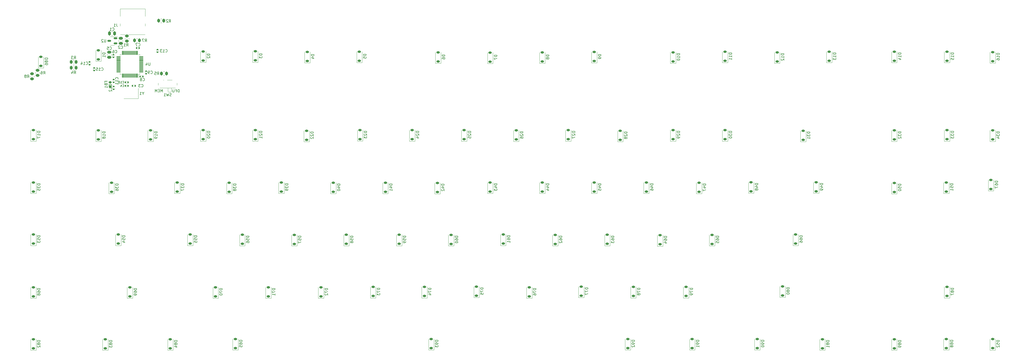
<source format=gbo>
G04 #@! TF.GenerationSoftware,KiCad,Pcbnew,7.0.2*
G04 #@! TF.CreationDate,2023-06-28T22:35:23-06:00*
G04 #@! TF.ProjectId,TKL_Keyboard,544b4c5f-4b65-4796-926f-6172642e6b69,rev?*
G04 #@! TF.SameCoordinates,Original*
G04 #@! TF.FileFunction,Legend,Bot*
G04 #@! TF.FilePolarity,Positive*
%FSLAX46Y46*%
G04 Gerber Fmt 4.6, Leading zero omitted, Abs format (unit mm)*
G04 Created by KiCad (PCBNEW 7.0.2) date 2023-06-28 22:35:23*
%MOMM*%
%LPD*%
G01*
G04 APERTURE LIST*
G04 Aperture macros list*
%AMRoundRect*
0 Rectangle with rounded corners*
0 $1 Rounding radius*
0 $2 $3 $4 $5 $6 $7 $8 $9 X,Y pos of 4 corners*
0 Add a 4 corners polygon primitive as box body*
4,1,4,$2,$3,$4,$5,$6,$7,$8,$9,$2,$3,0*
0 Add four circle primitives for the rounded corners*
1,1,$1+$1,$2,$3*
1,1,$1+$1,$4,$5*
1,1,$1+$1,$6,$7*
1,1,$1+$1,$8,$9*
0 Add four rect primitives between the rounded corners*
20,1,$1+$1,$2,$3,$4,$5,0*
20,1,$1+$1,$4,$5,$6,$7,0*
20,1,$1+$1,$6,$7,$8,$9,0*
20,1,$1+$1,$8,$9,$2,$3,0*%
G04 Aperture macros list end*
%ADD10C,0.150000*%
%ADD11C,0.120000*%
%ADD12C,1.850000*%
%ADD13C,3.100000*%
%ADD14C,4.100000*%
%ADD15R,2.550000X2.500000*%
%ADD16C,3.987800*%
%ADD17C,3.048000*%
%ADD18C,1.750000*%
%ADD19C,3.000000*%
%ADD20R,1.700000X1.700000*%
%ADD21O,1.700000X1.700000*%
%ADD22R,2.000000X2.000000*%
%ADD23C,2.000000*%
%ADD24R,3.200000X2.000000*%
%ADD25RoundRect,0.140000X0.170000X-0.140000X0.170000X0.140000X-0.170000X0.140000X-0.170000X-0.140000X0*%
%ADD26RoundRect,0.225000X0.375000X-0.225000X0.375000X0.225000X-0.375000X0.225000X-0.375000X-0.225000X0*%
%ADD27C,0.700000*%
%ADD28O,0.900000X1.700000*%
%ADD29O,0.900000X2.400000*%
%ADD30RoundRect,0.250000X0.262500X0.450000X-0.262500X0.450000X-0.262500X-0.450000X0.262500X-0.450000X0*%
%ADD31RoundRect,0.140000X-0.170000X0.140000X-0.170000X-0.140000X0.170000X-0.140000X0.170000X0.140000X0*%
%ADD32RoundRect,0.250000X-0.450000X0.262500X-0.450000X-0.262500X0.450000X-0.262500X0.450000X0.262500X0*%
%ADD33RoundRect,0.150000X0.512500X0.150000X-0.512500X0.150000X-0.512500X-0.150000X0.512500X-0.150000X0*%
%ADD34RoundRect,0.218750X0.256250X-0.218750X0.256250X0.218750X-0.256250X0.218750X-0.256250X-0.218750X0*%
%ADD35R,1.600000X1.300000*%
%ADD36RoundRect,0.250000X0.475000X-0.250000X0.475000X0.250000X-0.475000X0.250000X-0.475000X-0.250000X0*%
%ADD37RoundRect,0.250000X-0.262500X-0.450000X0.262500X-0.450000X0.262500X0.450000X-0.262500X0.450000X0*%
%ADD38RoundRect,0.250000X-0.475000X0.250000X-0.475000X-0.250000X0.475000X-0.250000X0.475000X0.250000X0*%
%ADD39RoundRect,0.140000X-0.140000X-0.170000X0.140000X-0.170000X0.140000X0.170000X-0.140000X0.170000X0*%
%ADD40RoundRect,0.140000X0.140000X0.170000X-0.140000X0.170000X-0.140000X-0.170000X0.140000X-0.170000X0*%
%ADD41R,1.000000X0.800000*%
%ADD42C,0.900000*%
%ADD43R,0.700000X1.500000*%
%ADD44RoundRect,0.250000X-0.250000X-0.475000X0.250000X-0.475000X0.250000X0.475000X-0.250000X0.475000X0*%
%ADD45RoundRect,0.075000X0.075000X-0.662500X0.075000X0.662500X-0.075000X0.662500X-0.075000X-0.662500X0*%
%ADD46RoundRect,0.075000X0.662500X-0.075000X0.662500X0.075000X-0.662500X0.075000X-0.662500X-0.075000X0*%
G04 APERTURE END LIST*
D10*
X99511904Y-55627619D02*
X99511904Y-54627619D01*
X99511904Y-54627619D02*
X99273809Y-54627619D01*
X99273809Y-54627619D02*
X99130952Y-54675238D01*
X99130952Y-54675238D02*
X99035714Y-54770476D01*
X99035714Y-54770476D02*
X98988095Y-54865714D01*
X98988095Y-54865714D02*
X98940476Y-55056190D01*
X98940476Y-55056190D02*
X98940476Y-55199047D01*
X98940476Y-55199047D02*
X98988095Y-55389523D01*
X98988095Y-55389523D02*
X99035714Y-55484761D01*
X99035714Y-55484761D02*
X99130952Y-55580000D01*
X99130952Y-55580000D02*
X99273809Y-55627619D01*
X99273809Y-55627619D02*
X99511904Y-55627619D01*
X98178571Y-55103809D02*
X98511904Y-55103809D01*
X98511904Y-55627619D02*
X98511904Y-54627619D01*
X98511904Y-54627619D02*
X98035714Y-54627619D01*
X97654761Y-54627619D02*
X97654761Y-55437142D01*
X97654761Y-55437142D02*
X97607142Y-55532380D01*
X97607142Y-55532380D02*
X97559523Y-55580000D01*
X97559523Y-55580000D02*
X97464285Y-55627619D01*
X97464285Y-55627619D02*
X97273809Y-55627619D01*
X97273809Y-55627619D02*
X97178571Y-55580000D01*
X97178571Y-55580000D02*
X97130952Y-55532380D01*
X97130952Y-55532380D02*
X97083333Y-55437142D01*
X97083333Y-55437142D02*
X97083333Y-54627619D01*
X93411904Y-55577619D02*
X93411904Y-54577619D01*
X93411904Y-54577619D02*
X93078571Y-55291904D01*
X93078571Y-55291904D02*
X92745238Y-54577619D01*
X92745238Y-54577619D02*
X92745238Y-55577619D01*
X92269047Y-55053809D02*
X91935714Y-55053809D01*
X91792857Y-55577619D02*
X92269047Y-55577619D01*
X92269047Y-55577619D02*
X92269047Y-54577619D01*
X92269047Y-54577619D02*
X91792857Y-54577619D01*
X91364285Y-55577619D02*
X91364285Y-54577619D01*
X91364285Y-54577619D02*
X91030952Y-55291904D01*
X91030952Y-55291904D02*
X90697619Y-54577619D01*
X90697619Y-54577619D02*
X90697619Y-55577619D01*
X77102380Y-50887142D02*
X77150000Y-50839523D01*
X77150000Y-50839523D02*
X77197619Y-50696666D01*
X77197619Y-50696666D02*
X77197619Y-50601428D01*
X77197619Y-50601428D02*
X77150000Y-50458571D01*
X77150000Y-50458571D02*
X77054761Y-50363333D01*
X77054761Y-50363333D02*
X76959523Y-50315714D01*
X76959523Y-50315714D02*
X76769047Y-50268095D01*
X76769047Y-50268095D02*
X76626190Y-50268095D01*
X76626190Y-50268095D02*
X76435714Y-50315714D01*
X76435714Y-50315714D02*
X76340476Y-50363333D01*
X76340476Y-50363333D02*
X76245238Y-50458571D01*
X76245238Y-50458571D02*
X76197619Y-50601428D01*
X76197619Y-50601428D02*
X76197619Y-50696666D01*
X76197619Y-50696666D02*
X76245238Y-50839523D01*
X76245238Y-50839523D02*
X76292857Y-50887142D01*
X77197619Y-51839523D02*
X77197619Y-51268095D01*
X77197619Y-51553809D02*
X76197619Y-51553809D01*
X76197619Y-51553809D02*
X76340476Y-51458571D01*
X76340476Y-51458571D02*
X76435714Y-51363333D01*
X76435714Y-51363333D02*
X76483333Y-51268095D01*
X77197619Y-52791904D02*
X77197619Y-52220476D01*
X77197619Y-52506190D02*
X76197619Y-52506190D01*
X76197619Y-52506190D02*
X76340476Y-52410952D01*
X76340476Y-52410952D02*
X76435714Y-52315714D01*
X76435714Y-52315714D02*
X76483333Y-52220476D01*
X72462619Y-70035714D02*
X71462619Y-70035714D01*
X71462619Y-70035714D02*
X71462619Y-70273809D01*
X71462619Y-70273809D02*
X71510238Y-70416666D01*
X71510238Y-70416666D02*
X71605476Y-70511904D01*
X71605476Y-70511904D02*
X71700714Y-70559523D01*
X71700714Y-70559523D02*
X71891190Y-70607142D01*
X71891190Y-70607142D02*
X72034047Y-70607142D01*
X72034047Y-70607142D02*
X72224523Y-70559523D01*
X72224523Y-70559523D02*
X72319761Y-70511904D01*
X72319761Y-70511904D02*
X72415000Y-70416666D01*
X72415000Y-70416666D02*
X72462619Y-70273809D01*
X72462619Y-70273809D02*
X72462619Y-70035714D01*
X72462619Y-71559523D02*
X72462619Y-70988095D01*
X72462619Y-71273809D02*
X71462619Y-71273809D01*
X71462619Y-71273809D02*
X71605476Y-71178571D01*
X71605476Y-71178571D02*
X71700714Y-71083333D01*
X71700714Y-71083333D02*
X71748333Y-70988095D01*
X71891190Y-72130952D02*
X71843571Y-72035714D01*
X71843571Y-72035714D02*
X71795952Y-71988095D01*
X71795952Y-71988095D02*
X71700714Y-71940476D01*
X71700714Y-71940476D02*
X71653095Y-71940476D01*
X71653095Y-71940476D02*
X71557857Y-71988095D01*
X71557857Y-71988095D02*
X71510238Y-72035714D01*
X71510238Y-72035714D02*
X71462619Y-72130952D01*
X71462619Y-72130952D02*
X71462619Y-72321428D01*
X71462619Y-72321428D02*
X71510238Y-72416666D01*
X71510238Y-72416666D02*
X71557857Y-72464285D01*
X71557857Y-72464285D02*
X71653095Y-72511904D01*
X71653095Y-72511904D02*
X71700714Y-72511904D01*
X71700714Y-72511904D02*
X71795952Y-72464285D01*
X71795952Y-72464285D02*
X71843571Y-72416666D01*
X71843571Y-72416666D02*
X71891190Y-72321428D01*
X71891190Y-72321428D02*
X71891190Y-72130952D01*
X71891190Y-72130952D02*
X71938809Y-72035714D01*
X71938809Y-72035714D02*
X71986428Y-71988095D01*
X71986428Y-71988095D02*
X72081666Y-71940476D01*
X72081666Y-71940476D02*
X72272142Y-71940476D01*
X72272142Y-71940476D02*
X72367380Y-71988095D01*
X72367380Y-71988095D02*
X72415000Y-72035714D01*
X72415000Y-72035714D02*
X72462619Y-72130952D01*
X72462619Y-72130952D02*
X72462619Y-72321428D01*
X72462619Y-72321428D02*
X72415000Y-72416666D01*
X72415000Y-72416666D02*
X72367380Y-72464285D01*
X72367380Y-72464285D02*
X72272142Y-72511904D01*
X72272142Y-72511904D02*
X72081666Y-72511904D01*
X72081666Y-72511904D02*
X71986428Y-72464285D01*
X71986428Y-72464285D02*
X71938809Y-72416666D01*
X71938809Y-72416666D02*
X71891190Y-72321428D01*
X258212619Y-108135714D02*
X257212619Y-108135714D01*
X257212619Y-108135714D02*
X257212619Y-108373809D01*
X257212619Y-108373809D02*
X257260238Y-108516666D01*
X257260238Y-108516666D02*
X257355476Y-108611904D01*
X257355476Y-108611904D02*
X257450714Y-108659523D01*
X257450714Y-108659523D02*
X257641190Y-108707142D01*
X257641190Y-108707142D02*
X257784047Y-108707142D01*
X257784047Y-108707142D02*
X257974523Y-108659523D01*
X257974523Y-108659523D02*
X258069761Y-108611904D01*
X258069761Y-108611904D02*
X258165000Y-108516666D01*
X258165000Y-108516666D02*
X258212619Y-108373809D01*
X258212619Y-108373809D02*
X258212619Y-108135714D01*
X257212619Y-109564285D02*
X257212619Y-109373809D01*
X257212619Y-109373809D02*
X257260238Y-109278571D01*
X257260238Y-109278571D02*
X257307857Y-109230952D01*
X257307857Y-109230952D02*
X257450714Y-109135714D01*
X257450714Y-109135714D02*
X257641190Y-109088095D01*
X257641190Y-109088095D02*
X258022142Y-109088095D01*
X258022142Y-109088095D02*
X258117380Y-109135714D01*
X258117380Y-109135714D02*
X258165000Y-109183333D01*
X258165000Y-109183333D02*
X258212619Y-109278571D01*
X258212619Y-109278571D02*
X258212619Y-109469047D01*
X258212619Y-109469047D02*
X258165000Y-109564285D01*
X258165000Y-109564285D02*
X258117380Y-109611904D01*
X258117380Y-109611904D02*
X258022142Y-109659523D01*
X258022142Y-109659523D02*
X257784047Y-109659523D01*
X257784047Y-109659523D02*
X257688809Y-109611904D01*
X257688809Y-109611904D02*
X257641190Y-109564285D01*
X257641190Y-109564285D02*
X257593571Y-109469047D01*
X257593571Y-109469047D02*
X257593571Y-109278571D01*
X257593571Y-109278571D02*
X257641190Y-109183333D01*
X257641190Y-109183333D02*
X257688809Y-109135714D01*
X257688809Y-109135714D02*
X257784047Y-109088095D01*
X257212619Y-109992857D02*
X257212619Y-110611904D01*
X257212619Y-110611904D02*
X257593571Y-110278571D01*
X257593571Y-110278571D02*
X257593571Y-110421428D01*
X257593571Y-110421428D02*
X257641190Y-110516666D01*
X257641190Y-110516666D02*
X257688809Y-110564285D01*
X257688809Y-110564285D02*
X257784047Y-110611904D01*
X257784047Y-110611904D02*
X258022142Y-110611904D01*
X258022142Y-110611904D02*
X258117380Y-110564285D01*
X258117380Y-110564285D02*
X258165000Y-110516666D01*
X258165000Y-110516666D02*
X258212619Y-110421428D01*
X258212619Y-110421428D02*
X258212619Y-110135714D01*
X258212619Y-110135714D02*
X258165000Y-110040476D01*
X258165000Y-110040476D02*
X258117380Y-109992857D01*
X76633333Y-30612619D02*
X76633333Y-31326904D01*
X76633333Y-31326904D02*
X76680952Y-31469761D01*
X76680952Y-31469761D02*
X76776190Y-31565000D01*
X76776190Y-31565000D02*
X76919047Y-31612619D01*
X76919047Y-31612619D02*
X77014285Y-31612619D01*
X75633333Y-31612619D02*
X76204761Y-31612619D01*
X75919047Y-31612619D02*
X75919047Y-30612619D01*
X75919047Y-30612619D02*
X76014285Y-30755476D01*
X76014285Y-30755476D02*
X76109523Y-30850714D01*
X76109523Y-30850714D02*
X76204761Y-30898333D01*
X272462619Y-89035714D02*
X271462619Y-89035714D01*
X271462619Y-89035714D02*
X271462619Y-89273809D01*
X271462619Y-89273809D02*
X271510238Y-89416666D01*
X271510238Y-89416666D02*
X271605476Y-89511904D01*
X271605476Y-89511904D02*
X271700714Y-89559523D01*
X271700714Y-89559523D02*
X271891190Y-89607142D01*
X271891190Y-89607142D02*
X272034047Y-89607142D01*
X272034047Y-89607142D02*
X272224523Y-89559523D01*
X272224523Y-89559523D02*
X272319761Y-89511904D01*
X272319761Y-89511904D02*
X272415000Y-89416666D01*
X272415000Y-89416666D02*
X272462619Y-89273809D01*
X272462619Y-89273809D02*
X272462619Y-89035714D01*
X271795952Y-90464285D02*
X272462619Y-90464285D01*
X271415000Y-90226190D02*
X272129285Y-89988095D01*
X272129285Y-89988095D02*
X272129285Y-90607142D01*
X271462619Y-91416666D02*
X271462619Y-91226190D01*
X271462619Y-91226190D02*
X271510238Y-91130952D01*
X271510238Y-91130952D02*
X271557857Y-91083333D01*
X271557857Y-91083333D02*
X271700714Y-90988095D01*
X271700714Y-90988095D02*
X271891190Y-90940476D01*
X271891190Y-90940476D02*
X272272142Y-90940476D01*
X272272142Y-90940476D02*
X272367380Y-90988095D01*
X272367380Y-90988095D02*
X272415000Y-91035714D01*
X272415000Y-91035714D02*
X272462619Y-91130952D01*
X272462619Y-91130952D02*
X272462619Y-91321428D01*
X272462619Y-91321428D02*
X272415000Y-91416666D01*
X272415000Y-91416666D02*
X272367380Y-91464285D01*
X272367380Y-91464285D02*
X272272142Y-91511904D01*
X272272142Y-91511904D02*
X272034047Y-91511904D01*
X272034047Y-91511904D02*
X271938809Y-91464285D01*
X271938809Y-91464285D02*
X271891190Y-91416666D01*
X271891190Y-91416666D02*
X271843571Y-91321428D01*
X271843571Y-91321428D02*
X271843571Y-91130952D01*
X271843571Y-91130952D02*
X271891190Y-91035714D01*
X271891190Y-91035714D02*
X271938809Y-90988095D01*
X271938809Y-90988095D02*
X272034047Y-90940476D01*
X61091666Y-48862619D02*
X61424999Y-48386428D01*
X61663094Y-48862619D02*
X61663094Y-47862619D01*
X61663094Y-47862619D02*
X61282142Y-47862619D01*
X61282142Y-47862619D02*
X61186904Y-47910238D01*
X61186904Y-47910238D02*
X61139285Y-47957857D01*
X61139285Y-47957857D02*
X61091666Y-48053095D01*
X61091666Y-48053095D02*
X61091666Y-48195952D01*
X61091666Y-48195952D02*
X61139285Y-48291190D01*
X61139285Y-48291190D02*
X61186904Y-48338809D01*
X61186904Y-48338809D02*
X61282142Y-48386428D01*
X61282142Y-48386428D02*
X61663094Y-48386428D01*
X60234523Y-48195952D02*
X60234523Y-48862619D01*
X60472618Y-47815000D02*
X60710713Y-48529285D01*
X60710713Y-48529285D02*
X60091666Y-48529285D01*
X94492857Y-40917380D02*
X94540476Y-40965000D01*
X94540476Y-40965000D02*
X94683333Y-41012619D01*
X94683333Y-41012619D02*
X94778571Y-41012619D01*
X94778571Y-41012619D02*
X94921428Y-40965000D01*
X94921428Y-40965000D02*
X95016666Y-40869761D01*
X95016666Y-40869761D02*
X95064285Y-40774523D01*
X95064285Y-40774523D02*
X95111904Y-40584047D01*
X95111904Y-40584047D02*
X95111904Y-40441190D01*
X95111904Y-40441190D02*
X95064285Y-40250714D01*
X95064285Y-40250714D02*
X95016666Y-40155476D01*
X95016666Y-40155476D02*
X94921428Y-40060238D01*
X94921428Y-40060238D02*
X94778571Y-40012619D01*
X94778571Y-40012619D02*
X94683333Y-40012619D01*
X94683333Y-40012619D02*
X94540476Y-40060238D01*
X94540476Y-40060238D02*
X94492857Y-40107857D01*
X93540476Y-41012619D02*
X94111904Y-41012619D01*
X93826190Y-41012619D02*
X93826190Y-40012619D01*
X93826190Y-40012619D02*
X93921428Y-40155476D01*
X93921428Y-40155476D02*
X94016666Y-40250714D01*
X94016666Y-40250714D02*
X94111904Y-40298333D01*
X93207142Y-40012619D02*
X92588095Y-40012619D01*
X92588095Y-40012619D02*
X92921428Y-40393571D01*
X92921428Y-40393571D02*
X92778571Y-40393571D01*
X92778571Y-40393571D02*
X92683333Y-40441190D01*
X92683333Y-40441190D02*
X92635714Y-40488809D01*
X92635714Y-40488809D02*
X92588095Y-40584047D01*
X92588095Y-40584047D02*
X92588095Y-40822142D01*
X92588095Y-40822142D02*
X92635714Y-40917380D01*
X92635714Y-40917380D02*
X92683333Y-40965000D01*
X92683333Y-40965000D02*
X92778571Y-41012619D01*
X92778571Y-41012619D02*
X93064285Y-41012619D01*
X93064285Y-41012619D02*
X93159523Y-40965000D01*
X93159523Y-40965000D02*
X93207142Y-40917380D01*
X362962619Y-146285714D02*
X361962619Y-146285714D01*
X361962619Y-146285714D02*
X361962619Y-146523809D01*
X361962619Y-146523809D02*
X362010238Y-146666666D01*
X362010238Y-146666666D02*
X362105476Y-146761904D01*
X362105476Y-146761904D02*
X362200714Y-146809523D01*
X362200714Y-146809523D02*
X362391190Y-146857142D01*
X362391190Y-146857142D02*
X362534047Y-146857142D01*
X362534047Y-146857142D02*
X362724523Y-146809523D01*
X362724523Y-146809523D02*
X362819761Y-146761904D01*
X362819761Y-146761904D02*
X362915000Y-146666666D01*
X362915000Y-146666666D02*
X362962619Y-146523809D01*
X362962619Y-146523809D02*
X362962619Y-146285714D01*
X362391190Y-147428571D02*
X362343571Y-147333333D01*
X362343571Y-147333333D02*
X362295952Y-147285714D01*
X362295952Y-147285714D02*
X362200714Y-147238095D01*
X362200714Y-147238095D02*
X362153095Y-147238095D01*
X362153095Y-147238095D02*
X362057857Y-147285714D01*
X362057857Y-147285714D02*
X362010238Y-147333333D01*
X362010238Y-147333333D02*
X361962619Y-147428571D01*
X361962619Y-147428571D02*
X361962619Y-147619047D01*
X361962619Y-147619047D02*
X362010238Y-147714285D01*
X362010238Y-147714285D02*
X362057857Y-147761904D01*
X362057857Y-147761904D02*
X362153095Y-147809523D01*
X362153095Y-147809523D02*
X362200714Y-147809523D01*
X362200714Y-147809523D02*
X362295952Y-147761904D01*
X362295952Y-147761904D02*
X362343571Y-147714285D01*
X362343571Y-147714285D02*
X362391190Y-147619047D01*
X362391190Y-147619047D02*
X362391190Y-147428571D01*
X362391190Y-147428571D02*
X362438809Y-147333333D01*
X362438809Y-147333333D02*
X362486428Y-147285714D01*
X362486428Y-147285714D02*
X362581666Y-147238095D01*
X362581666Y-147238095D02*
X362772142Y-147238095D01*
X362772142Y-147238095D02*
X362867380Y-147285714D01*
X362867380Y-147285714D02*
X362915000Y-147333333D01*
X362915000Y-147333333D02*
X362962619Y-147428571D01*
X362962619Y-147428571D02*
X362962619Y-147619047D01*
X362962619Y-147619047D02*
X362915000Y-147714285D01*
X362915000Y-147714285D02*
X362867380Y-147761904D01*
X362867380Y-147761904D02*
X362772142Y-147809523D01*
X362772142Y-147809523D02*
X362581666Y-147809523D01*
X362581666Y-147809523D02*
X362486428Y-147761904D01*
X362486428Y-147761904D02*
X362438809Y-147714285D01*
X362438809Y-147714285D02*
X362391190Y-147619047D01*
X362962619Y-148285714D02*
X362962619Y-148476190D01*
X362962619Y-148476190D02*
X362915000Y-148571428D01*
X362915000Y-148571428D02*
X362867380Y-148619047D01*
X362867380Y-148619047D02*
X362724523Y-148714285D01*
X362724523Y-148714285D02*
X362534047Y-148761904D01*
X362534047Y-148761904D02*
X362153095Y-148761904D01*
X362153095Y-148761904D02*
X362057857Y-148714285D01*
X362057857Y-148714285D02*
X362010238Y-148666666D01*
X362010238Y-148666666D02*
X361962619Y-148571428D01*
X361962619Y-148571428D02*
X361962619Y-148380952D01*
X361962619Y-148380952D02*
X362010238Y-148285714D01*
X362010238Y-148285714D02*
X362057857Y-148238095D01*
X362057857Y-148238095D02*
X362153095Y-148190476D01*
X362153095Y-148190476D02*
X362391190Y-148190476D01*
X362391190Y-148190476D02*
X362486428Y-148238095D01*
X362486428Y-148238095D02*
X362534047Y-148285714D01*
X362534047Y-148285714D02*
X362581666Y-148380952D01*
X362581666Y-148380952D02*
X362581666Y-148571428D01*
X362581666Y-148571428D02*
X362534047Y-148666666D01*
X362534047Y-148666666D02*
X362486428Y-148714285D01*
X362486428Y-148714285D02*
X362391190Y-148761904D01*
X71092857Y-47622380D02*
X71140476Y-47670000D01*
X71140476Y-47670000D02*
X71283333Y-47717619D01*
X71283333Y-47717619D02*
X71378571Y-47717619D01*
X71378571Y-47717619D02*
X71521428Y-47670000D01*
X71521428Y-47670000D02*
X71616666Y-47574761D01*
X71616666Y-47574761D02*
X71664285Y-47479523D01*
X71664285Y-47479523D02*
X71711904Y-47289047D01*
X71711904Y-47289047D02*
X71711904Y-47146190D01*
X71711904Y-47146190D02*
X71664285Y-46955714D01*
X71664285Y-46955714D02*
X71616666Y-46860476D01*
X71616666Y-46860476D02*
X71521428Y-46765238D01*
X71521428Y-46765238D02*
X71378571Y-46717619D01*
X71378571Y-46717619D02*
X71283333Y-46717619D01*
X71283333Y-46717619D02*
X71140476Y-46765238D01*
X71140476Y-46765238D02*
X71092857Y-46812857D01*
X70140476Y-47717619D02*
X70711904Y-47717619D01*
X70426190Y-47717619D02*
X70426190Y-46717619D01*
X70426190Y-46717619D02*
X70521428Y-46860476D01*
X70521428Y-46860476D02*
X70616666Y-46955714D01*
X70616666Y-46955714D02*
X70711904Y-47003333D01*
X69235714Y-46717619D02*
X69711904Y-46717619D01*
X69711904Y-46717619D02*
X69759523Y-47193809D01*
X69759523Y-47193809D02*
X69711904Y-47146190D01*
X69711904Y-47146190D02*
X69616666Y-47098571D01*
X69616666Y-47098571D02*
X69378571Y-47098571D01*
X69378571Y-47098571D02*
X69283333Y-47146190D01*
X69283333Y-47146190D02*
X69235714Y-47193809D01*
X69235714Y-47193809D02*
X69188095Y-47289047D01*
X69188095Y-47289047D02*
X69188095Y-47527142D01*
X69188095Y-47527142D02*
X69235714Y-47622380D01*
X69235714Y-47622380D02*
X69283333Y-47670000D01*
X69283333Y-47670000D02*
X69378571Y-47717619D01*
X69378571Y-47717619D02*
X69616666Y-47717619D01*
X69616666Y-47717619D02*
X69711904Y-47670000D01*
X69711904Y-47670000D02*
X69759523Y-47622380D01*
X80216666Y-38812619D02*
X80549999Y-38336428D01*
X80788094Y-38812619D02*
X80788094Y-37812619D01*
X80788094Y-37812619D02*
X80407142Y-37812619D01*
X80407142Y-37812619D02*
X80311904Y-37860238D01*
X80311904Y-37860238D02*
X80264285Y-37907857D01*
X80264285Y-37907857D02*
X80216666Y-38003095D01*
X80216666Y-38003095D02*
X80216666Y-38145952D01*
X80216666Y-38145952D02*
X80264285Y-38241190D01*
X80264285Y-38241190D02*
X80311904Y-38288809D01*
X80311904Y-38288809D02*
X80407142Y-38336428D01*
X80407142Y-38336428D02*
X80788094Y-38336428D01*
X79264285Y-38812619D02*
X79835713Y-38812619D01*
X79549999Y-38812619D02*
X79549999Y-37812619D01*
X79549999Y-37812619D02*
X79645237Y-37955476D01*
X79645237Y-37955476D02*
X79740475Y-38050714D01*
X79740475Y-38050714D02*
X79835713Y-38098333D01*
X167962619Y-69885714D02*
X166962619Y-69885714D01*
X166962619Y-69885714D02*
X166962619Y-70123809D01*
X166962619Y-70123809D02*
X167010238Y-70266666D01*
X167010238Y-70266666D02*
X167105476Y-70361904D01*
X167105476Y-70361904D02*
X167200714Y-70409523D01*
X167200714Y-70409523D02*
X167391190Y-70457142D01*
X167391190Y-70457142D02*
X167534047Y-70457142D01*
X167534047Y-70457142D02*
X167724523Y-70409523D01*
X167724523Y-70409523D02*
X167819761Y-70361904D01*
X167819761Y-70361904D02*
X167915000Y-70266666D01*
X167915000Y-70266666D02*
X167962619Y-70123809D01*
X167962619Y-70123809D02*
X167962619Y-69885714D01*
X167057857Y-70838095D02*
X167010238Y-70885714D01*
X167010238Y-70885714D02*
X166962619Y-70980952D01*
X166962619Y-70980952D02*
X166962619Y-71219047D01*
X166962619Y-71219047D02*
X167010238Y-71314285D01*
X167010238Y-71314285D02*
X167057857Y-71361904D01*
X167057857Y-71361904D02*
X167153095Y-71409523D01*
X167153095Y-71409523D02*
X167248333Y-71409523D01*
X167248333Y-71409523D02*
X167391190Y-71361904D01*
X167391190Y-71361904D02*
X167962619Y-70790476D01*
X167962619Y-70790476D02*
X167962619Y-71409523D01*
X166962619Y-71742857D02*
X166962619Y-72361904D01*
X166962619Y-72361904D02*
X167343571Y-72028571D01*
X167343571Y-72028571D02*
X167343571Y-72171428D01*
X167343571Y-72171428D02*
X167391190Y-72266666D01*
X167391190Y-72266666D02*
X167438809Y-72314285D01*
X167438809Y-72314285D02*
X167534047Y-72361904D01*
X167534047Y-72361904D02*
X167772142Y-72361904D01*
X167772142Y-72361904D02*
X167867380Y-72314285D01*
X167867380Y-72314285D02*
X167915000Y-72266666D01*
X167915000Y-72266666D02*
X167962619Y-72171428D01*
X167962619Y-72171428D02*
X167962619Y-71885714D01*
X167962619Y-71885714D02*
X167915000Y-71790476D01*
X167915000Y-71790476D02*
X167867380Y-71742857D01*
X177212619Y-89135714D02*
X176212619Y-89135714D01*
X176212619Y-89135714D02*
X176212619Y-89373809D01*
X176212619Y-89373809D02*
X176260238Y-89516666D01*
X176260238Y-89516666D02*
X176355476Y-89611904D01*
X176355476Y-89611904D02*
X176450714Y-89659523D01*
X176450714Y-89659523D02*
X176641190Y-89707142D01*
X176641190Y-89707142D02*
X176784047Y-89707142D01*
X176784047Y-89707142D02*
X176974523Y-89659523D01*
X176974523Y-89659523D02*
X177069761Y-89611904D01*
X177069761Y-89611904D02*
X177165000Y-89516666D01*
X177165000Y-89516666D02*
X177212619Y-89373809D01*
X177212619Y-89373809D02*
X177212619Y-89135714D01*
X176545952Y-90564285D02*
X177212619Y-90564285D01*
X176165000Y-90326190D02*
X176879285Y-90088095D01*
X176879285Y-90088095D02*
X176879285Y-90707142D01*
X177212619Y-91611904D02*
X177212619Y-91040476D01*
X177212619Y-91326190D02*
X176212619Y-91326190D01*
X176212619Y-91326190D02*
X176355476Y-91230952D01*
X176355476Y-91230952D02*
X176450714Y-91135714D01*
X176450714Y-91135714D02*
X176498333Y-91040476D01*
X398912619Y-70035714D02*
X397912619Y-70035714D01*
X397912619Y-70035714D02*
X397912619Y-70273809D01*
X397912619Y-70273809D02*
X397960238Y-70416666D01*
X397960238Y-70416666D02*
X398055476Y-70511904D01*
X398055476Y-70511904D02*
X398150714Y-70559523D01*
X398150714Y-70559523D02*
X398341190Y-70607142D01*
X398341190Y-70607142D02*
X398484047Y-70607142D01*
X398484047Y-70607142D02*
X398674523Y-70559523D01*
X398674523Y-70559523D02*
X398769761Y-70511904D01*
X398769761Y-70511904D02*
X398865000Y-70416666D01*
X398865000Y-70416666D02*
X398912619Y-70273809D01*
X398912619Y-70273809D02*
X398912619Y-70035714D01*
X397912619Y-70940476D02*
X397912619Y-71559523D01*
X397912619Y-71559523D02*
X398293571Y-71226190D01*
X398293571Y-71226190D02*
X398293571Y-71369047D01*
X398293571Y-71369047D02*
X398341190Y-71464285D01*
X398341190Y-71464285D02*
X398388809Y-71511904D01*
X398388809Y-71511904D02*
X398484047Y-71559523D01*
X398484047Y-71559523D02*
X398722142Y-71559523D01*
X398722142Y-71559523D02*
X398817380Y-71511904D01*
X398817380Y-71511904D02*
X398865000Y-71464285D01*
X398865000Y-71464285D02*
X398912619Y-71369047D01*
X398912619Y-71369047D02*
X398912619Y-71083333D01*
X398912619Y-71083333D02*
X398865000Y-70988095D01*
X398865000Y-70988095D02*
X398817380Y-70940476D01*
X398245952Y-72416666D02*
X398912619Y-72416666D01*
X397865000Y-72178571D02*
X398579285Y-71940476D01*
X398579285Y-71940476D02*
X398579285Y-72559523D01*
X120212619Y-89135714D02*
X119212619Y-89135714D01*
X119212619Y-89135714D02*
X119212619Y-89373809D01*
X119212619Y-89373809D02*
X119260238Y-89516666D01*
X119260238Y-89516666D02*
X119355476Y-89611904D01*
X119355476Y-89611904D02*
X119450714Y-89659523D01*
X119450714Y-89659523D02*
X119641190Y-89707142D01*
X119641190Y-89707142D02*
X119784047Y-89707142D01*
X119784047Y-89707142D02*
X119974523Y-89659523D01*
X119974523Y-89659523D02*
X120069761Y-89611904D01*
X120069761Y-89611904D02*
X120165000Y-89516666D01*
X120165000Y-89516666D02*
X120212619Y-89373809D01*
X120212619Y-89373809D02*
X120212619Y-89135714D01*
X119212619Y-90040476D02*
X119212619Y-90659523D01*
X119212619Y-90659523D02*
X119593571Y-90326190D01*
X119593571Y-90326190D02*
X119593571Y-90469047D01*
X119593571Y-90469047D02*
X119641190Y-90564285D01*
X119641190Y-90564285D02*
X119688809Y-90611904D01*
X119688809Y-90611904D02*
X119784047Y-90659523D01*
X119784047Y-90659523D02*
X120022142Y-90659523D01*
X120022142Y-90659523D02*
X120117380Y-90611904D01*
X120117380Y-90611904D02*
X120165000Y-90564285D01*
X120165000Y-90564285D02*
X120212619Y-90469047D01*
X120212619Y-90469047D02*
X120212619Y-90183333D01*
X120212619Y-90183333D02*
X120165000Y-90088095D01*
X120165000Y-90088095D02*
X120117380Y-90040476D01*
X119641190Y-91230952D02*
X119593571Y-91135714D01*
X119593571Y-91135714D02*
X119545952Y-91088095D01*
X119545952Y-91088095D02*
X119450714Y-91040476D01*
X119450714Y-91040476D02*
X119403095Y-91040476D01*
X119403095Y-91040476D02*
X119307857Y-91088095D01*
X119307857Y-91088095D02*
X119260238Y-91135714D01*
X119260238Y-91135714D02*
X119212619Y-91230952D01*
X119212619Y-91230952D02*
X119212619Y-91421428D01*
X119212619Y-91421428D02*
X119260238Y-91516666D01*
X119260238Y-91516666D02*
X119307857Y-91564285D01*
X119307857Y-91564285D02*
X119403095Y-91611904D01*
X119403095Y-91611904D02*
X119450714Y-91611904D01*
X119450714Y-91611904D02*
X119545952Y-91564285D01*
X119545952Y-91564285D02*
X119593571Y-91516666D01*
X119593571Y-91516666D02*
X119641190Y-91421428D01*
X119641190Y-91421428D02*
X119641190Y-91230952D01*
X119641190Y-91230952D02*
X119688809Y-91135714D01*
X119688809Y-91135714D02*
X119736428Y-91088095D01*
X119736428Y-91088095D02*
X119831666Y-91040476D01*
X119831666Y-91040476D02*
X120022142Y-91040476D01*
X120022142Y-91040476D02*
X120117380Y-91088095D01*
X120117380Y-91088095D02*
X120165000Y-91135714D01*
X120165000Y-91135714D02*
X120212619Y-91230952D01*
X120212619Y-91230952D02*
X120212619Y-91421428D01*
X120212619Y-91421428D02*
X120165000Y-91516666D01*
X120165000Y-91516666D02*
X120117380Y-91564285D01*
X120117380Y-91564285D02*
X120022142Y-91611904D01*
X120022142Y-91611904D02*
X119831666Y-91611904D01*
X119831666Y-91611904D02*
X119736428Y-91564285D01*
X119736428Y-91564285D02*
X119688809Y-91516666D01*
X119688809Y-91516666D02*
X119641190Y-91421428D01*
X65467857Y-45467380D02*
X65515476Y-45515000D01*
X65515476Y-45515000D02*
X65658333Y-45562619D01*
X65658333Y-45562619D02*
X65753571Y-45562619D01*
X65753571Y-45562619D02*
X65896428Y-45515000D01*
X65896428Y-45515000D02*
X65991666Y-45419761D01*
X65991666Y-45419761D02*
X66039285Y-45324523D01*
X66039285Y-45324523D02*
X66086904Y-45134047D01*
X66086904Y-45134047D02*
X66086904Y-44991190D01*
X66086904Y-44991190D02*
X66039285Y-44800714D01*
X66039285Y-44800714D02*
X65991666Y-44705476D01*
X65991666Y-44705476D02*
X65896428Y-44610238D01*
X65896428Y-44610238D02*
X65753571Y-44562619D01*
X65753571Y-44562619D02*
X65658333Y-44562619D01*
X65658333Y-44562619D02*
X65515476Y-44610238D01*
X65515476Y-44610238D02*
X65467857Y-44657857D01*
X64515476Y-45562619D02*
X65086904Y-45562619D01*
X64801190Y-45562619D02*
X64801190Y-44562619D01*
X64801190Y-44562619D02*
X64896428Y-44705476D01*
X64896428Y-44705476D02*
X64991666Y-44800714D01*
X64991666Y-44800714D02*
X65086904Y-44848333D01*
X63658333Y-44895952D02*
X63658333Y-45562619D01*
X63896428Y-44515000D02*
X64134523Y-45229285D01*
X64134523Y-45229285D02*
X63515476Y-45229285D01*
X398262619Y-88085714D02*
X397262619Y-88085714D01*
X397262619Y-88085714D02*
X397262619Y-88323809D01*
X397262619Y-88323809D02*
X397310238Y-88466666D01*
X397310238Y-88466666D02*
X397405476Y-88561904D01*
X397405476Y-88561904D02*
X397500714Y-88609523D01*
X397500714Y-88609523D02*
X397691190Y-88657142D01*
X397691190Y-88657142D02*
X397834047Y-88657142D01*
X397834047Y-88657142D02*
X398024523Y-88609523D01*
X398024523Y-88609523D02*
X398119761Y-88561904D01*
X398119761Y-88561904D02*
X398215000Y-88466666D01*
X398215000Y-88466666D02*
X398262619Y-88323809D01*
X398262619Y-88323809D02*
X398262619Y-88085714D01*
X397262619Y-89514285D02*
X397262619Y-89323809D01*
X397262619Y-89323809D02*
X397310238Y-89228571D01*
X397310238Y-89228571D02*
X397357857Y-89180952D01*
X397357857Y-89180952D02*
X397500714Y-89085714D01*
X397500714Y-89085714D02*
X397691190Y-89038095D01*
X397691190Y-89038095D02*
X398072142Y-89038095D01*
X398072142Y-89038095D02*
X398167380Y-89085714D01*
X398167380Y-89085714D02*
X398215000Y-89133333D01*
X398215000Y-89133333D02*
X398262619Y-89228571D01*
X398262619Y-89228571D02*
X398262619Y-89419047D01*
X398262619Y-89419047D02*
X398215000Y-89514285D01*
X398215000Y-89514285D02*
X398167380Y-89561904D01*
X398167380Y-89561904D02*
X398072142Y-89609523D01*
X398072142Y-89609523D02*
X397834047Y-89609523D01*
X397834047Y-89609523D02*
X397738809Y-89561904D01*
X397738809Y-89561904D02*
X397691190Y-89514285D01*
X397691190Y-89514285D02*
X397643571Y-89419047D01*
X397643571Y-89419047D02*
X397643571Y-89228571D01*
X397643571Y-89228571D02*
X397691190Y-89133333D01*
X397691190Y-89133333D02*
X397738809Y-89085714D01*
X397738809Y-89085714D02*
X397834047Y-89038095D01*
X397262619Y-89942857D02*
X397262619Y-90609523D01*
X397262619Y-90609523D02*
X398262619Y-90180952D01*
X296462619Y-108185714D02*
X295462619Y-108185714D01*
X295462619Y-108185714D02*
X295462619Y-108423809D01*
X295462619Y-108423809D02*
X295510238Y-108566666D01*
X295510238Y-108566666D02*
X295605476Y-108661904D01*
X295605476Y-108661904D02*
X295700714Y-108709523D01*
X295700714Y-108709523D02*
X295891190Y-108757142D01*
X295891190Y-108757142D02*
X296034047Y-108757142D01*
X296034047Y-108757142D02*
X296224523Y-108709523D01*
X296224523Y-108709523D02*
X296319761Y-108661904D01*
X296319761Y-108661904D02*
X296415000Y-108566666D01*
X296415000Y-108566666D02*
X296462619Y-108423809D01*
X296462619Y-108423809D02*
X296462619Y-108185714D01*
X295462619Y-109614285D02*
X295462619Y-109423809D01*
X295462619Y-109423809D02*
X295510238Y-109328571D01*
X295510238Y-109328571D02*
X295557857Y-109280952D01*
X295557857Y-109280952D02*
X295700714Y-109185714D01*
X295700714Y-109185714D02*
X295891190Y-109138095D01*
X295891190Y-109138095D02*
X296272142Y-109138095D01*
X296272142Y-109138095D02*
X296367380Y-109185714D01*
X296367380Y-109185714D02*
X296415000Y-109233333D01*
X296415000Y-109233333D02*
X296462619Y-109328571D01*
X296462619Y-109328571D02*
X296462619Y-109519047D01*
X296462619Y-109519047D02*
X296415000Y-109614285D01*
X296415000Y-109614285D02*
X296367380Y-109661904D01*
X296367380Y-109661904D02*
X296272142Y-109709523D01*
X296272142Y-109709523D02*
X296034047Y-109709523D01*
X296034047Y-109709523D02*
X295938809Y-109661904D01*
X295938809Y-109661904D02*
X295891190Y-109614285D01*
X295891190Y-109614285D02*
X295843571Y-109519047D01*
X295843571Y-109519047D02*
X295843571Y-109328571D01*
X295843571Y-109328571D02*
X295891190Y-109233333D01*
X295891190Y-109233333D02*
X295938809Y-109185714D01*
X295938809Y-109185714D02*
X296034047Y-109138095D01*
X295462619Y-110614285D02*
X295462619Y-110138095D01*
X295462619Y-110138095D02*
X295938809Y-110090476D01*
X295938809Y-110090476D02*
X295891190Y-110138095D01*
X295891190Y-110138095D02*
X295843571Y-110233333D01*
X295843571Y-110233333D02*
X295843571Y-110471428D01*
X295843571Y-110471428D02*
X295891190Y-110566666D01*
X295891190Y-110566666D02*
X295938809Y-110614285D01*
X295938809Y-110614285D02*
X296034047Y-110661904D01*
X296034047Y-110661904D02*
X296272142Y-110661904D01*
X296272142Y-110661904D02*
X296367380Y-110614285D01*
X296367380Y-110614285D02*
X296415000Y-110566666D01*
X296415000Y-110566666D02*
X296462619Y-110471428D01*
X296462619Y-110471428D02*
X296462619Y-110233333D01*
X296462619Y-110233333D02*
X296415000Y-110138095D01*
X296415000Y-110138095D02*
X296367380Y-110090476D01*
X191462619Y-127185714D02*
X190462619Y-127185714D01*
X190462619Y-127185714D02*
X190462619Y-127423809D01*
X190462619Y-127423809D02*
X190510238Y-127566666D01*
X190510238Y-127566666D02*
X190605476Y-127661904D01*
X190605476Y-127661904D02*
X190700714Y-127709523D01*
X190700714Y-127709523D02*
X190891190Y-127757142D01*
X190891190Y-127757142D02*
X191034047Y-127757142D01*
X191034047Y-127757142D02*
X191224523Y-127709523D01*
X191224523Y-127709523D02*
X191319761Y-127661904D01*
X191319761Y-127661904D02*
X191415000Y-127566666D01*
X191415000Y-127566666D02*
X191462619Y-127423809D01*
X191462619Y-127423809D02*
X191462619Y-127185714D01*
X190462619Y-128090476D02*
X190462619Y-128757142D01*
X190462619Y-128757142D02*
X191462619Y-128328571D01*
X190795952Y-129566666D02*
X191462619Y-129566666D01*
X190415000Y-129328571D02*
X191129285Y-129090476D01*
X191129285Y-129090476D02*
X191129285Y-129709523D01*
X382212619Y-127185714D02*
X381212619Y-127185714D01*
X381212619Y-127185714D02*
X381212619Y-127423809D01*
X381212619Y-127423809D02*
X381260238Y-127566666D01*
X381260238Y-127566666D02*
X381355476Y-127661904D01*
X381355476Y-127661904D02*
X381450714Y-127709523D01*
X381450714Y-127709523D02*
X381641190Y-127757142D01*
X381641190Y-127757142D02*
X381784047Y-127757142D01*
X381784047Y-127757142D02*
X381974523Y-127709523D01*
X381974523Y-127709523D02*
X382069761Y-127661904D01*
X382069761Y-127661904D02*
X382165000Y-127566666D01*
X382165000Y-127566666D02*
X382212619Y-127423809D01*
X382212619Y-127423809D02*
X382212619Y-127185714D01*
X381641190Y-128328571D02*
X381593571Y-128233333D01*
X381593571Y-128233333D02*
X381545952Y-128185714D01*
X381545952Y-128185714D02*
X381450714Y-128138095D01*
X381450714Y-128138095D02*
X381403095Y-128138095D01*
X381403095Y-128138095D02*
X381307857Y-128185714D01*
X381307857Y-128185714D02*
X381260238Y-128233333D01*
X381260238Y-128233333D02*
X381212619Y-128328571D01*
X381212619Y-128328571D02*
X381212619Y-128519047D01*
X381212619Y-128519047D02*
X381260238Y-128614285D01*
X381260238Y-128614285D02*
X381307857Y-128661904D01*
X381307857Y-128661904D02*
X381403095Y-128709523D01*
X381403095Y-128709523D02*
X381450714Y-128709523D01*
X381450714Y-128709523D02*
X381545952Y-128661904D01*
X381545952Y-128661904D02*
X381593571Y-128614285D01*
X381593571Y-128614285D02*
X381641190Y-128519047D01*
X381641190Y-128519047D02*
X381641190Y-128328571D01*
X381641190Y-128328571D02*
X381688809Y-128233333D01*
X381688809Y-128233333D02*
X381736428Y-128185714D01*
X381736428Y-128185714D02*
X381831666Y-128138095D01*
X381831666Y-128138095D02*
X382022142Y-128138095D01*
X382022142Y-128138095D02*
X382117380Y-128185714D01*
X382117380Y-128185714D02*
X382165000Y-128233333D01*
X382165000Y-128233333D02*
X382212619Y-128328571D01*
X382212619Y-128328571D02*
X382212619Y-128519047D01*
X382212619Y-128519047D02*
X382165000Y-128614285D01*
X382165000Y-128614285D02*
X382117380Y-128661904D01*
X382117380Y-128661904D02*
X382022142Y-128709523D01*
X382022142Y-128709523D02*
X381831666Y-128709523D01*
X381831666Y-128709523D02*
X381736428Y-128661904D01*
X381736428Y-128661904D02*
X381688809Y-128614285D01*
X381688809Y-128614285D02*
X381641190Y-128519047D01*
X381212619Y-129042857D02*
X381212619Y-129709523D01*
X381212619Y-129709523D02*
X382212619Y-129280952D01*
X98712619Y-146285714D02*
X97712619Y-146285714D01*
X97712619Y-146285714D02*
X97712619Y-146523809D01*
X97712619Y-146523809D02*
X97760238Y-146666666D01*
X97760238Y-146666666D02*
X97855476Y-146761904D01*
X97855476Y-146761904D02*
X97950714Y-146809523D01*
X97950714Y-146809523D02*
X98141190Y-146857142D01*
X98141190Y-146857142D02*
X98284047Y-146857142D01*
X98284047Y-146857142D02*
X98474523Y-146809523D01*
X98474523Y-146809523D02*
X98569761Y-146761904D01*
X98569761Y-146761904D02*
X98665000Y-146666666D01*
X98665000Y-146666666D02*
X98712619Y-146523809D01*
X98712619Y-146523809D02*
X98712619Y-146285714D01*
X98141190Y-147428571D02*
X98093571Y-147333333D01*
X98093571Y-147333333D02*
X98045952Y-147285714D01*
X98045952Y-147285714D02*
X97950714Y-147238095D01*
X97950714Y-147238095D02*
X97903095Y-147238095D01*
X97903095Y-147238095D02*
X97807857Y-147285714D01*
X97807857Y-147285714D02*
X97760238Y-147333333D01*
X97760238Y-147333333D02*
X97712619Y-147428571D01*
X97712619Y-147428571D02*
X97712619Y-147619047D01*
X97712619Y-147619047D02*
X97760238Y-147714285D01*
X97760238Y-147714285D02*
X97807857Y-147761904D01*
X97807857Y-147761904D02*
X97903095Y-147809523D01*
X97903095Y-147809523D02*
X97950714Y-147809523D01*
X97950714Y-147809523D02*
X98045952Y-147761904D01*
X98045952Y-147761904D02*
X98093571Y-147714285D01*
X98093571Y-147714285D02*
X98141190Y-147619047D01*
X98141190Y-147619047D02*
X98141190Y-147428571D01*
X98141190Y-147428571D02*
X98188809Y-147333333D01*
X98188809Y-147333333D02*
X98236428Y-147285714D01*
X98236428Y-147285714D02*
X98331666Y-147238095D01*
X98331666Y-147238095D02*
X98522142Y-147238095D01*
X98522142Y-147238095D02*
X98617380Y-147285714D01*
X98617380Y-147285714D02*
X98665000Y-147333333D01*
X98665000Y-147333333D02*
X98712619Y-147428571D01*
X98712619Y-147428571D02*
X98712619Y-147619047D01*
X98712619Y-147619047D02*
X98665000Y-147714285D01*
X98665000Y-147714285D02*
X98617380Y-147761904D01*
X98617380Y-147761904D02*
X98522142Y-147809523D01*
X98522142Y-147809523D02*
X98331666Y-147809523D01*
X98331666Y-147809523D02*
X98236428Y-147761904D01*
X98236428Y-147761904D02*
X98188809Y-147714285D01*
X98188809Y-147714285D02*
X98141190Y-147619047D01*
X98045952Y-148666666D02*
X98712619Y-148666666D01*
X97665000Y-148428571D02*
X98379285Y-148190476D01*
X98379285Y-148190476D02*
X98379285Y-148809523D01*
X148462619Y-70135714D02*
X147462619Y-70135714D01*
X147462619Y-70135714D02*
X147462619Y-70373809D01*
X147462619Y-70373809D02*
X147510238Y-70516666D01*
X147510238Y-70516666D02*
X147605476Y-70611904D01*
X147605476Y-70611904D02*
X147700714Y-70659523D01*
X147700714Y-70659523D02*
X147891190Y-70707142D01*
X147891190Y-70707142D02*
X148034047Y-70707142D01*
X148034047Y-70707142D02*
X148224523Y-70659523D01*
X148224523Y-70659523D02*
X148319761Y-70611904D01*
X148319761Y-70611904D02*
X148415000Y-70516666D01*
X148415000Y-70516666D02*
X148462619Y-70373809D01*
X148462619Y-70373809D02*
X148462619Y-70135714D01*
X147557857Y-71088095D02*
X147510238Y-71135714D01*
X147510238Y-71135714D02*
X147462619Y-71230952D01*
X147462619Y-71230952D02*
X147462619Y-71469047D01*
X147462619Y-71469047D02*
X147510238Y-71564285D01*
X147510238Y-71564285D02*
X147557857Y-71611904D01*
X147557857Y-71611904D02*
X147653095Y-71659523D01*
X147653095Y-71659523D02*
X147748333Y-71659523D01*
X147748333Y-71659523D02*
X147891190Y-71611904D01*
X147891190Y-71611904D02*
X148462619Y-71040476D01*
X148462619Y-71040476D02*
X148462619Y-71659523D01*
X147557857Y-72040476D02*
X147510238Y-72088095D01*
X147510238Y-72088095D02*
X147462619Y-72183333D01*
X147462619Y-72183333D02*
X147462619Y-72421428D01*
X147462619Y-72421428D02*
X147510238Y-72516666D01*
X147510238Y-72516666D02*
X147557857Y-72564285D01*
X147557857Y-72564285D02*
X147653095Y-72611904D01*
X147653095Y-72611904D02*
X147748333Y-72611904D01*
X147748333Y-72611904D02*
X147891190Y-72564285D01*
X147891190Y-72564285D02*
X148462619Y-71992857D01*
X148462619Y-71992857D02*
X148462619Y-72611904D01*
X83962619Y-127285714D02*
X82962619Y-127285714D01*
X82962619Y-127285714D02*
X82962619Y-127523809D01*
X82962619Y-127523809D02*
X83010238Y-127666666D01*
X83010238Y-127666666D02*
X83105476Y-127761904D01*
X83105476Y-127761904D02*
X83200714Y-127809523D01*
X83200714Y-127809523D02*
X83391190Y-127857142D01*
X83391190Y-127857142D02*
X83534047Y-127857142D01*
X83534047Y-127857142D02*
X83724523Y-127809523D01*
X83724523Y-127809523D02*
X83819761Y-127761904D01*
X83819761Y-127761904D02*
X83915000Y-127666666D01*
X83915000Y-127666666D02*
X83962619Y-127523809D01*
X83962619Y-127523809D02*
X83962619Y-127285714D01*
X82962619Y-128714285D02*
X82962619Y-128523809D01*
X82962619Y-128523809D02*
X83010238Y-128428571D01*
X83010238Y-128428571D02*
X83057857Y-128380952D01*
X83057857Y-128380952D02*
X83200714Y-128285714D01*
X83200714Y-128285714D02*
X83391190Y-128238095D01*
X83391190Y-128238095D02*
X83772142Y-128238095D01*
X83772142Y-128238095D02*
X83867380Y-128285714D01*
X83867380Y-128285714D02*
X83915000Y-128333333D01*
X83915000Y-128333333D02*
X83962619Y-128428571D01*
X83962619Y-128428571D02*
X83962619Y-128619047D01*
X83962619Y-128619047D02*
X83915000Y-128714285D01*
X83915000Y-128714285D02*
X83867380Y-128761904D01*
X83867380Y-128761904D02*
X83772142Y-128809523D01*
X83772142Y-128809523D02*
X83534047Y-128809523D01*
X83534047Y-128809523D02*
X83438809Y-128761904D01*
X83438809Y-128761904D02*
X83391190Y-128714285D01*
X83391190Y-128714285D02*
X83343571Y-128619047D01*
X83343571Y-128619047D02*
X83343571Y-128428571D01*
X83343571Y-128428571D02*
X83391190Y-128333333D01*
X83391190Y-128333333D02*
X83438809Y-128285714D01*
X83438809Y-128285714D02*
X83534047Y-128238095D01*
X83962619Y-129285714D02*
X83962619Y-129476190D01*
X83962619Y-129476190D02*
X83915000Y-129571428D01*
X83915000Y-129571428D02*
X83867380Y-129619047D01*
X83867380Y-129619047D02*
X83724523Y-129714285D01*
X83724523Y-129714285D02*
X83534047Y-129761904D01*
X83534047Y-129761904D02*
X83153095Y-129761904D01*
X83153095Y-129761904D02*
X83057857Y-129714285D01*
X83057857Y-129714285D02*
X83010238Y-129666666D01*
X83010238Y-129666666D02*
X82962619Y-129571428D01*
X82962619Y-129571428D02*
X82962619Y-129380952D01*
X82962619Y-129380952D02*
X83010238Y-129285714D01*
X83010238Y-129285714D02*
X83057857Y-129238095D01*
X83057857Y-129238095D02*
X83153095Y-129190476D01*
X83153095Y-129190476D02*
X83391190Y-129190476D01*
X83391190Y-129190476D02*
X83486428Y-129238095D01*
X83486428Y-129238095D02*
X83534047Y-129285714D01*
X83534047Y-129285714D02*
X83581666Y-129380952D01*
X83581666Y-129380952D02*
X83581666Y-129571428D01*
X83581666Y-129571428D02*
X83534047Y-129666666D01*
X83534047Y-129666666D02*
X83486428Y-129714285D01*
X83486428Y-129714285D02*
X83391190Y-129761904D01*
X248712619Y-127035714D02*
X247712619Y-127035714D01*
X247712619Y-127035714D02*
X247712619Y-127273809D01*
X247712619Y-127273809D02*
X247760238Y-127416666D01*
X247760238Y-127416666D02*
X247855476Y-127511904D01*
X247855476Y-127511904D02*
X247950714Y-127559523D01*
X247950714Y-127559523D02*
X248141190Y-127607142D01*
X248141190Y-127607142D02*
X248284047Y-127607142D01*
X248284047Y-127607142D02*
X248474523Y-127559523D01*
X248474523Y-127559523D02*
X248569761Y-127511904D01*
X248569761Y-127511904D02*
X248665000Y-127416666D01*
X248665000Y-127416666D02*
X248712619Y-127273809D01*
X248712619Y-127273809D02*
X248712619Y-127035714D01*
X247712619Y-127940476D02*
X247712619Y-128607142D01*
X247712619Y-128607142D02*
X248712619Y-128178571D01*
X247712619Y-128892857D02*
X247712619Y-129559523D01*
X247712619Y-129559523D02*
X248712619Y-129130952D01*
X72711904Y-36362619D02*
X72711904Y-37172142D01*
X72711904Y-37172142D02*
X72664285Y-37267380D01*
X72664285Y-37267380D02*
X72616666Y-37315000D01*
X72616666Y-37315000D02*
X72521428Y-37362619D01*
X72521428Y-37362619D02*
X72330952Y-37362619D01*
X72330952Y-37362619D02*
X72235714Y-37315000D01*
X72235714Y-37315000D02*
X72188095Y-37267380D01*
X72188095Y-37267380D02*
X72140476Y-37172142D01*
X72140476Y-37172142D02*
X72140476Y-36362619D01*
X71711904Y-36457857D02*
X71664285Y-36410238D01*
X71664285Y-36410238D02*
X71569047Y-36362619D01*
X71569047Y-36362619D02*
X71330952Y-36362619D01*
X71330952Y-36362619D02*
X71235714Y-36410238D01*
X71235714Y-36410238D02*
X71188095Y-36457857D01*
X71188095Y-36457857D02*
X71140476Y-36553095D01*
X71140476Y-36553095D02*
X71140476Y-36648333D01*
X71140476Y-36648333D02*
X71188095Y-36791190D01*
X71188095Y-36791190D02*
X71759523Y-37362619D01*
X71759523Y-37362619D02*
X71140476Y-37362619D01*
X72738809Y-51959166D02*
X72738809Y-51625833D01*
X73262619Y-51625833D02*
X72262619Y-51625833D01*
X72262619Y-51625833D02*
X72262619Y-52102023D01*
X72738809Y-52816309D02*
X72786428Y-52959166D01*
X72786428Y-52959166D02*
X72834047Y-53006785D01*
X72834047Y-53006785D02*
X72929285Y-53054404D01*
X72929285Y-53054404D02*
X73072142Y-53054404D01*
X73072142Y-53054404D02*
X73167380Y-53006785D01*
X73167380Y-53006785D02*
X73215000Y-52959166D01*
X73215000Y-52959166D02*
X73262619Y-52863928D01*
X73262619Y-52863928D02*
X73262619Y-52482976D01*
X73262619Y-52482976D02*
X72262619Y-52482976D01*
X72262619Y-52482976D02*
X72262619Y-52816309D01*
X72262619Y-52816309D02*
X72310238Y-52911547D01*
X72310238Y-52911547D02*
X72357857Y-52959166D01*
X72357857Y-52959166D02*
X72453095Y-53006785D01*
X72453095Y-53006785D02*
X72548333Y-53006785D01*
X72548333Y-53006785D02*
X72643571Y-52959166D01*
X72643571Y-52959166D02*
X72691190Y-52911547D01*
X72691190Y-52911547D02*
X72738809Y-52816309D01*
X72738809Y-52816309D02*
X72738809Y-52482976D01*
X73262619Y-54006785D02*
X73262619Y-53435357D01*
X73262619Y-53721071D02*
X72262619Y-53721071D01*
X72262619Y-53721071D02*
X72405476Y-53625833D01*
X72405476Y-53625833D02*
X72500714Y-53530595D01*
X72500714Y-53530595D02*
X72548333Y-53435357D01*
X186962619Y-69935714D02*
X185962619Y-69935714D01*
X185962619Y-69935714D02*
X185962619Y-70173809D01*
X185962619Y-70173809D02*
X186010238Y-70316666D01*
X186010238Y-70316666D02*
X186105476Y-70411904D01*
X186105476Y-70411904D02*
X186200714Y-70459523D01*
X186200714Y-70459523D02*
X186391190Y-70507142D01*
X186391190Y-70507142D02*
X186534047Y-70507142D01*
X186534047Y-70507142D02*
X186724523Y-70459523D01*
X186724523Y-70459523D02*
X186819761Y-70411904D01*
X186819761Y-70411904D02*
X186915000Y-70316666D01*
X186915000Y-70316666D02*
X186962619Y-70173809D01*
X186962619Y-70173809D02*
X186962619Y-69935714D01*
X186057857Y-70888095D02*
X186010238Y-70935714D01*
X186010238Y-70935714D02*
X185962619Y-71030952D01*
X185962619Y-71030952D02*
X185962619Y-71269047D01*
X185962619Y-71269047D02*
X186010238Y-71364285D01*
X186010238Y-71364285D02*
X186057857Y-71411904D01*
X186057857Y-71411904D02*
X186153095Y-71459523D01*
X186153095Y-71459523D02*
X186248333Y-71459523D01*
X186248333Y-71459523D02*
X186391190Y-71411904D01*
X186391190Y-71411904D02*
X186962619Y-70840476D01*
X186962619Y-70840476D02*
X186962619Y-71459523D01*
X186295952Y-72316666D02*
X186962619Y-72316666D01*
X185915000Y-72078571D02*
X186629285Y-71840476D01*
X186629285Y-71840476D02*
X186629285Y-72459523D01*
X86276190Y-56086428D02*
X86276190Y-56562619D01*
X86609523Y-55562619D02*
X86276190Y-56086428D01*
X86276190Y-56086428D02*
X85942857Y-55562619D01*
X85085714Y-56562619D02*
X85657142Y-56562619D01*
X85371428Y-56562619D02*
X85371428Y-55562619D01*
X85371428Y-55562619D02*
X85466666Y-55705476D01*
X85466666Y-55705476D02*
X85561904Y-55800714D01*
X85561904Y-55800714D02*
X85657142Y-55848333D01*
X243962619Y-69935714D02*
X242962619Y-69935714D01*
X242962619Y-69935714D02*
X242962619Y-70173809D01*
X242962619Y-70173809D02*
X243010238Y-70316666D01*
X243010238Y-70316666D02*
X243105476Y-70411904D01*
X243105476Y-70411904D02*
X243200714Y-70459523D01*
X243200714Y-70459523D02*
X243391190Y-70507142D01*
X243391190Y-70507142D02*
X243534047Y-70507142D01*
X243534047Y-70507142D02*
X243724523Y-70459523D01*
X243724523Y-70459523D02*
X243819761Y-70411904D01*
X243819761Y-70411904D02*
X243915000Y-70316666D01*
X243915000Y-70316666D02*
X243962619Y-70173809D01*
X243962619Y-70173809D02*
X243962619Y-69935714D01*
X243057857Y-70888095D02*
X243010238Y-70935714D01*
X243010238Y-70935714D02*
X242962619Y-71030952D01*
X242962619Y-71030952D02*
X242962619Y-71269047D01*
X242962619Y-71269047D02*
X243010238Y-71364285D01*
X243010238Y-71364285D02*
X243057857Y-71411904D01*
X243057857Y-71411904D02*
X243153095Y-71459523D01*
X243153095Y-71459523D02*
X243248333Y-71459523D01*
X243248333Y-71459523D02*
X243391190Y-71411904D01*
X243391190Y-71411904D02*
X243962619Y-70840476D01*
X243962619Y-70840476D02*
X243962619Y-71459523D01*
X242962619Y-71792857D02*
X242962619Y-72459523D01*
X242962619Y-72459523D02*
X243962619Y-72030952D01*
X129712619Y-41611905D02*
X128712619Y-41611905D01*
X128712619Y-41611905D02*
X128712619Y-41850000D01*
X128712619Y-41850000D02*
X128760238Y-41992857D01*
X128760238Y-41992857D02*
X128855476Y-42088095D01*
X128855476Y-42088095D02*
X128950714Y-42135714D01*
X128950714Y-42135714D02*
X129141190Y-42183333D01*
X129141190Y-42183333D02*
X129284047Y-42183333D01*
X129284047Y-42183333D02*
X129474523Y-42135714D01*
X129474523Y-42135714D02*
X129569761Y-42088095D01*
X129569761Y-42088095D02*
X129665000Y-41992857D01*
X129665000Y-41992857D02*
X129712619Y-41850000D01*
X129712619Y-41850000D02*
X129712619Y-41611905D01*
X128712619Y-42516667D02*
X128712619Y-43135714D01*
X128712619Y-43135714D02*
X129093571Y-42802381D01*
X129093571Y-42802381D02*
X129093571Y-42945238D01*
X129093571Y-42945238D02*
X129141190Y-43040476D01*
X129141190Y-43040476D02*
X129188809Y-43088095D01*
X129188809Y-43088095D02*
X129284047Y-43135714D01*
X129284047Y-43135714D02*
X129522142Y-43135714D01*
X129522142Y-43135714D02*
X129617380Y-43088095D01*
X129617380Y-43088095D02*
X129665000Y-43040476D01*
X129665000Y-43040476D02*
X129712619Y-42945238D01*
X129712619Y-42945238D02*
X129712619Y-42659524D01*
X129712619Y-42659524D02*
X129665000Y-42564286D01*
X129665000Y-42564286D02*
X129617380Y-42516667D01*
X101212619Y-89035714D02*
X100212619Y-89035714D01*
X100212619Y-89035714D02*
X100212619Y-89273809D01*
X100212619Y-89273809D02*
X100260238Y-89416666D01*
X100260238Y-89416666D02*
X100355476Y-89511904D01*
X100355476Y-89511904D02*
X100450714Y-89559523D01*
X100450714Y-89559523D02*
X100641190Y-89607142D01*
X100641190Y-89607142D02*
X100784047Y-89607142D01*
X100784047Y-89607142D02*
X100974523Y-89559523D01*
X100974523Y-89559523D02*
X101069761Y-89511904D01*
X101069761Y-89511904D02*
X101165000Y-89416666D01*
X101165000Y-89416666D02*
X101212619Y-89273809D01*
X101212619Y-89273809D02*
X101212619Y-89035714D01*
X100212619Y-89940476D02*
X100212619Y-90559523D01*
X100212619Y-90559523D02*
X100593571Y-90226190D01*
X100593571Y-90226190D02*
X100593571Y-90369047D01*
X100593571Y-90369047D02*
X100641190Y-90464285D01*
X100641190Y-90464285D02*
X100688809Y-90511904D01*
X100688809Y-90511904D02*
X100784047Y-90559523D01*
X100784047Y-90559523D02*
X101022142Y-90559523D01*
X101022142Y-90559523D02*
X101117380Y-90511904D01*
X101117380Y-90511904D02*
X101165000Y-90464285D01*
X101165000Y-90464285D02*
X101212619Y-90369047D01*
X101212619Y-90369047D02*
X101212619Y-90083333D01*
X101212619Y-90083333D02*
X101165000Y-89988095D01*
X101165000Y-89988095D02*
X101117380Y-89940476D01*
X100212619Y-90892857D02*
X100212619Y-91559523D01*
X100212619Y-91559523D02*
X101212619Y-91130952D01*
X48712619Y-69935714D02*
X47712619Y-69935714D01*
X47712619Y-69935714D02*
X47712619Y-70173809D01*
X47712619Y-70173809D02*
X47760238Y-70316666D01*
X47760238Y-70316666D02*
X47855476Y-70411904D01*
X47855476Y-70411904D02*
X47950714Y-70459523D01*
X47950714Y-70459523D02*
X48141190Y-70507142D01*
X48141190Y-70507142D02*
X48284047Y-70507142D01*
X48284047Y-70507142D02*
X48474523Y-70459523D01*
X48474523Y-70459523D02*
X48569761Y-70411904D01*
X48569761Y-70411904D02*
X48665000Y-70316666D01*
X48665000Y-70316666D02*
X48712619Y-70173809D01*
X48712619Y-70173809D02*
X48712619Y-69935714D01*
X48712619Y-71459523D02*
X48712619Y-70888095D01*
X48712619Y-71173809D02*
X47712619Y-71173809D01*
X47712619Y-71173809D02*
X47855476Y-71078571D01*
X47855476Y-71078571D02*
X47950714Y-70983333D01*
X47950714Y-70983333D02*
X47998333Y-70888095D01*
X47712619Y-71792857D02*
X47712619Y-72459523D01*
X47712619Y-72459523D02*
X48712619Y-72030952D01*
X78216666Y-39617380D02*
X78264285Y-39665000D01*
X78264285Y-39665000D02*
X78407142Y-39712619D01*
X78407142Y-39712619D02*
X78502380Y-39712619D01*
X78502380Y-39712619D02*
X78645237Y-39665000D01*
X78645237Y-39665000D02*
X78740475Y-39569761D01*
X78740475Y-39569761D02*
X78788094Y-39474523D01*
X78788094Y-39474523D02*
X78835713Y-39284047D01*
X78835713Y-39284047D02*
X78835713Y-39141190D01*
X78835713Y-39141190D02*
X78788094Y-38950714D01*
X78788094Y-38950714D02*
X78740475Y-38855476D01*
X78740475Y-38855476D02*
X78645237Y-38760238D01*
X78645237Y-38760238D02*
X78502380Y-38712619D01*
X78502380Y-38712619D02*
X78407142Y-38712619D01*
X78407142Y-38712619D02*
X78264285Y-38760238D01*
X78264285Y-38760238D02*
X78216666Y-38807857D01*
X77835713Y-38807857D02*
X77788094Y-38760238D01*
X77788094Y-38760238D02*
X77692856Y-38712619D01*
X77692856Y-38712619D02*
X77454761Y-38712619D01*
X77454761Y-38712619D02*
X77359523Y-38760238D01*
X77359523Y-38760238D02*
X77311904Y-38807857D01*
X77311904Y-38807857D02*
X77264285Y-38903095D01*
X77264285Y-38903095D02*
X77264285Y-38998333D01*
X77264285Y-38998333D02*
X77311904Y-39141190D01*
X77311904Y-39141190D02*
X77883332Y-39712619D01*
X77883332Y-39712619D02*
X77264285Y-39712619D01*
X398862619Y-146235714D02*
X397862619Y-146235714D01*
X397862619Y-146235714D02*
X397862619Y-146473809D01*
X397862619Y-146473809D02*
X397910238Y-146616666D01*
X397910238Y-146616666D02*
X398005476Y-146711904D01*
X398005476Y-146711904D02*
X398100714Y-146759523D01*
X398100714Y-146759523D02*
X398291190Y-146807142D01*
X398291190Y-146807142D02*
X398434047Y-146807142D01*
X398434047Y-146807142D02*
X398624523Y-146759523D01*
X398624523Y-146759523D02*
X398719761Y-146711904D01*
X398719761Y-146711904D02*
X398815000Y-146616666D01*
X398815000Y-146616666D02*
X398862619Y-146473809D01*
X398862619Y-146473809D02*
X398862619Y-146235714D01*
X397862619Y-147711904D02*
X397862619Y-147235714D01*
X397862619Y-147235714D02*
X398338809Y-147188095D01*
X398338809Y-147188095D02*
X398291190Y-147235714D01*
X398291190Y-147235714D02*
X398243571Y-147330952D01*
X398243571Y-147330952D02*
X398243571Y-147569047D01*
X398243571Y-147569047D02*
X398291190Y-147664285D01*
X398291190Y-147664285D02*
X398338809Y-147711904D01*
X398338809Y-147711904D02*
X398434047Y-147759523D01*
X398434047Y-147759523D02*
X398672142Y-147759523D01*
X398672142Y-147759523D02*
X398767380Y-147711904D01*
X398767380Y-147711904D02*
X398815000Y-147664285D01*
X398815000Y-147664285D02*
X398862619Y-147569047D01*
X398862619Y-147569047D02*
X398862619Y-147330952D01*
X398862619Y-147330952D02*
X398815000Y-147235714D01*
X398815000Y-147235714D02*
X398767380Y-147188095D01*
X397957857Y-148140476D02*
X397910238Y-148188095D01*
X397910238Y-148188095D02*
X397862619Y-148283333D01*
X397862619Y-148283333D02*
X397862619Y-148521428D01*
X397862619Y-148521428D02*
X397910238Y-148616666D01*
X397910238Y-148616666D02*
X397957857Y-148664285D01*
X397957857Y-148664285D02*
X398053095Y-148711904D01*
X398053095Y-148711904D02*
X398148333Y-148711904D01*
X398148333Y-148711904D02*
X398291190Y-148664285D01*
X398291190Y-148664285D02*
X398862619Y-148092857D01*
X398862619Y-148092857D02*
X398862619Y-148711904D01*
X196212619Y-89185714D02*
X195212619Y-89185714D01*
X195212619Y-89185714D02*
X195212619Y-89423809D01*
X195212619Y-89423809D02*
X195260238Y-89566666D01*
X195260238Y-89566666D02*
X195355476Y-89661904D01*
X195355476Y-89661904D02*
X195450714Y-89709523D01*
X195450714Y-89709523D02*
X195641190Y-89757142D01*
X195641190Y-89757142D02*
X195784047Y-89757142D01*
X195784047Y-89757142D02*
X195974523Y-89709523D01*
X195974523Y-89709523D02*
X196069761Y-89661904D01*
X196069761Y-89661904D02*
X196165000Y-89566666D01*
X196165000Y-89566666D02*
X196212619Y-89423809D01*
X196212619Y-89423809D02*
X196212619Y-89185714D01*
X195545952Y-90614285D02*
X196212619Y-90614285D01*
X195165000Y-90376190D02*
X195879285Y-90138095D01*
X195879285Y-90138095D02*
X195879285Y-90757142D01*
X195307857Y-91090476D02*
X195260238Y-91138095D01*
X195260238Y-91138095D02*
X195212619Y-91233333D01*
X195212619Y-91233333D02*
X195212619Y-91471428D01*
X195212619Y-91471428D02*
X195260238Y-91566666D01*
X195260238Y-91566666D02*
X195307857Y-91614285D01*
X195307857Y-91614285D02*
X195403095Y-91661904D01*
X195403095Y-91661904D02*
X195498333Y-91661904D01*
X195498333Y-91661904D02*
X195641190Y-91614285D01*
X195641190Y-91614285D02*
X196212619Y-91042857D01*
X196212619Y-91042857D02*
X196212619Y-91661904D01*
X95754166Y-30062619D02*
X96087499Y-29586428D01*
X96325594Y-30062619D02*
X96325594Y-29062619D01*
X96325594Y-29062619D02*
X95944642Y-29062619D01*
X95944642Y-29062619D02*
X95849404Y-29110238D01*
X95849404Y-29110238D02*
X95801785Y-29157857D01*
X95801785Y-29157857D02*
X95754166Y-29253095D01*
X95754166Y-29253095D02*
X95754166Y-29395952D01*
X95754166Y-29395952D02*
X95801785Y-29491190D01*
X95801785Y-29491190D02*
X95849404Y-29538809D01*
X95849404Y-29538809D02*
X95944642Y-29586428D01*
X95944642Y-29586428D02*
X96325594Y-29586428D01*
X95373213Y-29157857D02*
X95325594Y-29110238D01*
X95325594Y-29110238D02*
X95230356Y-29062619D01*
X95230356Y-29062619D02*
X94992261Y-29062619D01*
X94992261Y-29062619D02*
X94897023Y-29110238D01*
X94897023Y-29110238D02*
X94849404Y-29157857D01*
X94849404Y-29157857D02*
X94801785Y-29253095D01*
X94801785Y-29253095D02*
X94801785Y-29348333D01*
X94801785Y-29348333D02*
X94849404Y-29491190D01*
X94849404Y-29491190D02*
X95420832Y-30062619D01*
X95420832Y-30062619D02*
X94801785Y-30062619D01*
X312962619Y-146185714D02*
X311962619Y-146185714D01*
X311962619Y-146185714D02*
X311962619Y-146423809D01*
X311962619Y-146423809D02*
X312010238Y-146566666D01*
X312010238Y-146566666D02*
X312105476Y-146661904D01*
X312105476Y-146661904D02*
X312200714Y-146709523D01*
X312200714Y-146709523D02*
X312391190Y-146757142D01*
X312391190Y-146757142D02*
X312534047Y-146757142D01*
X312534047Y-146757142D02*
X312724523Y-146709523D01*
X312724523Y-146709523D02*
X312819761Y-146661904D01*
X312819761Y-146661904D02*
X312915000Y-146566666D01*
X312915000Y-146566666D02*
X312962619Y-146423809D01*
X312962619Y-146423809D02*
X312962619Y-146185714D01*
X312962619Y-147233333D02*
X312962619Y-147423809D01*
X312962619Y-147423809D02*
X312915000Y-147519047D01*
X312915000Y-147519047D02*
X312867380Y-147566666D01*
X312867380Y-147566666D02*
X312724523Y-147661904D01*
X312724523Y-147661904D02*
X312534047Y-147709523D01*
X312534047Y-147709523D02*
X312153095Y-147709523D01*
X312153095Y-147709523D02*
X312057857Y-147661904D01*
X312057857Y-147661904D02*
X312010238Y-147614285D01*
X312010238Y-147614285D02*
X311962619Y-147519047D01*
X311962619Y-147519047D02*
X311962619Y-147328571D01*
X311962619Y-147328571D02*
X312010238Y-147233333D01*
X312010238Y-147233333D02*
X312057857Y-147185714D01*
X312057857Y-147185714D02*
X312153095Y-147138095D01*
X312153095Y-147138095D02*
X312391190Y-147138095D01*
X312391190Y-147138095D02*
X312486428Y-147185714D01*
X312486428Y-147185714D02*
X312534047Y-147233333D01*
X312534047Y-147233333D02*
X312581666Y-147328571D01*
X312581666Y-147328571D02*
X312581666Y-147519047D01*
X312581666Y-147519047D02*
X312534047Y-147614285D01*
X312534047Y-147614285D02*
X312486428Y-147661904D01*
X312486428Y-147661904D02*
X312391190Y-147709523D01*
X311962619Y-148328571D02*
X311962619Y-148423809D01*
X311962619Y-148423809D02*
X312010238Y-148519047D01*
X312010238Y-148519047D02*
X312057857Y-148566666D01*
X312057857Y-148566666D02*
X312153095Y-148614285D01*
X312153095Y-148614285D02*
X312343571Y-148661904D01*
X312343571Y-148661904D02*
X312581666Y-148661904D01*
X312581666Y-148661904D02*
X312772142Y-148614285D01*
X312772142Y-148614285D02*
X312867380Y-148566666D01*
X312867380Y-148566666D02*
X312915000Y-148519047D01*
X312915000Y-148519047D02*
X312962619Y-148423809D01*
X312962619Y-148423809D02*
X312962619Y-148328571D01*
X312962619Y-148328571D02*
X312915000Y-148233333D01*
X312915000Y-148233333D02*
X312867380Y-148185714D01*
X312867380Y-148185714D02*
X312772142Y-148138095D01*
X312772142Y-148138095D02*
X312581666Y-148090476D01*
X312581666Y-148090476D02*
X312343571Y-148090476D01*
X312343571Y-148090476D02*
X312153095Y-148138095D01*
X312153095Y-148138095D02*
X312057857Y-148185714D01*
X312057857Y-148185714D02*
X312010238Y-148233333D01*
X312010238Y-148233333D02*
X311962619Y-148328571D01*
X91441666Y-49262619D02*
X91774999Y-48786428D01*
X92013094Y-49262619D02*
X92013094Y-48262619D01*
X92013094Y-48262619D02*
X91632142Y-48262619D01*
X91632142Y-48262619D02*
X91536904Y-48310238D01*
X91536904Y-48310238D02*
X91489285Y-48357857D01*
X91489285Y-48357857D02*
X91441666Y-48453095D01*
X91441666Y-48453095D02*
X91441666Y-48595952D01*
X91441666Y-48595952D02*
X91489285Y-48691190D01*
X91489285Y-48691190D02*
X91536904Y-48738809D01*
X91536904Y-48738809D02*
X91632142Y-48786428D01*
X91632142Y-48786428D02*
X92013094Y-48786428D01*
X90536904Y-48262619D02*
X91013094Y-48262619D01*
X91013094Y-48262619D02*
X91060713Y-48738809D01*
X91060713Y-48738809D02*
X91013094Y-48691190D01*
X91013094Y-48691190D02*
X90917856Y-48643571D01*
X90917856Y-48643571D02*
X90679761Y-48643571D01*
X90679761Y-48643571D02*
X90584523Y-48691190D01*
X90584523Y-48691190D02*
X90536904Y-48738809D01*
X90536904Y-48738809D02*
X90489285Y-48834047D01*
X90489285Y-48834047D02*
X90489285Y-49072142D01*
X90489285Y-49072142D02*
X90536904Y-49167380D01*
X90536904Y-49167380D02*
X90584523Y-49215000D01*
X90584523Y-49215000D02*
X90679761Y-49262619D01*
X90679761Y-49262619D02*
X90917856Y-49262619D01*
X90917856Y-49262619D02*
X91013094Y-49215000D01*
X91013094Y-49215000D02*
X91060713Y-49167380D01*
X162962619Y-108135714D02*
X161962619Y-108135714D01*
X161962619Y-108135714D02*
X161962619Y-108373809D01*
X161962619Y-108373809D02*
X162010238Y-108516666D01*
X162010238Y-108516666D02*
X162105476Y-108611904D01*
X162105476Y-108611904D02*
X162200714Y-108659523D01*
X162200714Y-108659523D02*
X162391190Y-108707142D01*
X162391190Y-108707142D02*
X162534047Y-108707142D01*
X162534047Y-108707142D02*
X162724523Y-108659523D01*
X162724523Y-108659523D02*
X162819761Y-108611904D01*
X162819761Y-108611904D02*
X162915000Y-108516666D01*
X162915000Y-108516666D02*
X162962619Y-108373809D01*
X162962619Y-108373809D02*
X162962619Y-108135714D01*
X161962619Y-109611904D02*
X161962619Y-109135714D01*
X161962619Y-109135714D02*
X162438809Y-109088095D01*
X162438809Y-109088095D02*
X162391190Y-109135714D01*
X162391190Y-109135714D02*
X162343571Y-109230952D01*
X162343571Y-109230952D02*
X162343571Y-109469047D01*
X162343571Y-109469047D02*
X162391190Y-109564285D01*
X162391190Y-109564285D02*
X162438809Y-109611904D01*
X162438809Y-109611904D02*
X162534047Y-109659523D01*
X162534047Y-109659523D02*
X162772142Y-109659523D01*
X162772142Y-109659523D02*
X162867380Y-109611904D01*
X162867380Y-109611904D02*
X162915000Y-109564285D01*
X162915000Y-109564285D02*
X162962619Y-109469047D01*
X162962619Y-109469047D02*
X162962619Y-109230952D01*
X162962619Y-109230952D02*
X162915000Y-109135714D01*
X162915000Y-109135714D02*
X162867380Y-109088095D01*
X162391190Y-110230952D02*
X162343571Y-110135714D01*
X162343571Y-110135714D02*
X162295952Y-110088095D01*
X162295952Y-110088095D02*
X162200714Y-110040476D01*
X162200714Y-110040476D02*
X162153095Y-110040476D01*
X162153095Y-110040476D02*
X162057857Y-110088095D01*
X162057857Y-110088095D02*
X162010238Y-110135714D01*
X162010238Y-110135714D02*
X161962619Y-110230952D01*
X161962619Y-110230952D02*
X161962619Y-110421428D01*
X161962619Y-110421428D02*
X162010238Y-110516666D01*
X162010238Y-110516666D02*
X162057857Y-110564285D01*
X162057857Y-110564285D02*
X162153095Y-110611904D01*
X162153095Y-110611904D02*
X162200714Y-110611904D01*
X162200714Y-110611904D02*
X162295952Y-110564285D01*
X162295952Y-110564285D02*
X162343571Y-110516666D01*
X162343571Y-110516666D02*
X162391190Y-110421428D01*
X162391190Y-110421428D02*
X162391190Y-110230952D01*
X162391190Y-110230952D02*
X162438809Y-110135714D01*
X162438809Y-110135714D02*
X162486428Y-110088095D01*
X162486428Y-110088095D02*
X162581666Y-110040476D01*
X162581666Y-110040476D02*
X162772142Y-110040476D01*
X162772142Y-110040476D02*
X162867380Y-110088095D01*
X162867380Y-110088095D02*
X162915000Y-110135714D01*
X162915000Y-110135714D02*
X162962619Y-110230952D01*
X162962619Y-110230952D02*
X162962619Y-110421428D01*
X162962619Y-110421428D02*
X162915000Y-110516666D01*
X162915000Y-110516666D02*
X162867380Y-110564285D01*
X162867380Y-110564285D02*
X162772142Y-110611904D01*
X162772142Y-110611904D02*
X162581666Y-110611904D01*
X162581666Y-110611904D02*
X162486428Y-110564285D01*
X162486428Y-110564285D02*
X162438809Y-110516666D01*
X162438809Y-110516666D02*
X162391190Y-110421428D01*
X193962619Y-146185714D02*
X192962619Y-146185714D01*
X192962619Y-146185714D02*
X192962619Y-146423809D01*
X192962619Y-146423809D02*
X193010238Y-146566666D01*
X193010238Y-146566666D02*
X193105476Y-146661904D01*
X193105476Y-146661904D02*
X193200714Y-146709523D01*
X193200714Y-146709523D02*
X193391190Y-146757142D01*
X193391190Y-146757142D02*
X193534047Y-146757142D01*
X193534047Y-146757142D02*
X193724523Y-146709523D01*
X193724523Y-146709523D02*
X193819761Y-146661904D01*
X193819761Y-146661904D02*
X193915000Y-146566666D01*
X193915000Y-146566666D02*
X193962619Y-146423809D01*
X193962619Y-146423809D02*
X193962619Y-146185714D01*
X193962619Y-147233333D02*
X193962619Y-147423809D01*
X193962619Y-147423809D02*
X193915000Y-147519047D01*
X193915000Y-147519047D02*
X193867380Y-147566666D01*
X193867380Y-147566666D02*
X193724523Y-147661904D01*
X193724523Y-147661904D02*
X193534047Y-147709523D01*
X193534047Y-147709523D02*
X193153095Y-147709523D01*
X193153095Y-147709523D02*
X193057857Y-147661904D01*
X193057857Y-147661904D02*
X193010238Y-147614285D01*
X193010238Y-147614285D02*
X192962619Y-147519047D01*
X192962619Y-147519047D02*
X192962619Y-147328571D01*
X192962619Y-147328571D02*
X193010238Y-147233333D01*
X193010238Y-147233333D02*
X193057857Y-147185714D01*
X193057857Y-147185714D02*
X193153095Y-147138095D01*
X193153095Y-147138095D02*
X193391190Y-147138095D01*
X193391190Y-147138095D02*
X193486428Y-147185714D01*
X193486428Y-147185714D02*
X193534047Y-147233333D01*
X193534047Y-147233333D02*
X193581666Y-147328571D01*
X193581666Y-147328571D02*
X193581666Y-147519047D01*
X193581666Y-147519047D02*
X193534047Y-147614285D01*
X193534047Y-147614285D02*
X193486428Y-147661904D01*
X193486428Y-147661904D02*
X193391190Y-147709523D01*
X192962619Y-148042857D02*
X192962619Y-148661904D01*
X192962619Y-148661904D02*
X193343571Y-148328571D01*
X193343571Y-148328571D02*
X193343571Y-148471428D01*
X193343571Y-148471428D02*
X193391190Y-148566666D01*
X193391190Y-148566666D02*
X193438809Y-148614285D01*
X193438809Y-148614285D02*
X193534047Y-148661904D01*
X193534047Y-148661904D02*
X193772142Y-148661904D01*
X193772142Y-148661904D02*
X193867380Y-148614285D01*
X193867380Y-148614285D02*
X193915000Y-148566666D01*
X193915000Y-148566666D02*
X193962619Y-148471428D01*
X193962619Y-148471428D02*
X193962619Y-148185714D01*
X193962619Y-148185714D02*
X193915000Y-148090476D01*
X193915000Y-148090476D02*
X193867380Y-148042857D01*
X48712619Y-108035714D02*
X47712619Y-108035714D01*
X47712619Y-108035714D02*
X47712619Y-108273809D01*
X47712619Y-108273809D02*
X47760238Y-108416666D01*
X47760238Y-108416666D02*
X47855476Y-108511904D01*
X47855476Y-108511904D02*
X47950714Y-108559523D01*
X47950714Y-108559523D02*
X48141190Y-108607142D01*
X48141190Y-108607142D02*
X48284047Y-108607142D01*
X48284047Y-108607142D02*
X48474523Y-108559523D01*
X48474523Y-108559523D02*
X48569761Y-108511904D01*
X48569761Y-108511904D02*
X48665000Y-108416666D01*
X48665000Y-108416666D02*
X48712619Y-108273809D01*
X48712619Y-108273809D02*
X48712619Y-108035714D01*
X47712619Y-109511904D02*
X47712619Y-109035714D01*
X47712619Y-109035714D02*
X48188809Y-108988095D01*
X48188809Y-108988095D02*
X48141190Y-109035714D01*
X48141190Y-109035714D02*
X48093571Y-109130952D01*
X48093571Y-109130952D02*
X48093571Y-109369047D01*
X48093571Y-109369047D02*
X48141190Y-109464285D01*
X48141190Y-109464285D02*
X48188809Y-109511904D01*
X48188809Y-109511904D02*
X48284047Y-109559523D01*
X48284047Y-109559523D02*
X48522142Y-109559523D01*
X48522142Y-109559523D02*
X48617380Y-109511904D01*
X48617380Y-109511904D02*
X48665000Y-109464285D01*
X48665000Y-109464285D02*
X48712619Y-109369047D01*
X48712619Y-109369047D02*
X48712619Y-109130952D01*
X48712619Y-109130952D02*
X48665000Y-109035714D01*
X48665000Y-109035714D02*
X48617380Y-108988095D01*
X47712619Y-109892857D02*
X47712619Y-110511904D01*
X47712619Y-110511904D02*
X48093571Y-110178571D01*
X48093571Y-110178571D02*
X48093571Y-110321428D01*
X48093571Y-110321428D02*
X48141190Y-110416666D01*
X48141190Y-110416666D02*
X48188809Y-110464285D01*
X48188809Y-110464285D02*
X48284047Y-110511904D01*
X48284047Y-110511904D02*
X48522142Y-110511904D01*
X48522142Y-110511904D02*
X48617380Y-110464285D01*
X48617380Y-110464285D02*
X48665000Y-110416666D01*
X48665000Y-110416666D02*
X48712619Y-110321428D01*
X48712619Y-110321428D02*
X48712619Y-110035714D01*
X48712619Y-110035714D02*
X48665000Y-109940476D01*
X48665000Y-109940476D02*
X48617380Y-109892857D01*
X74116666Y-39967380D02*
X74164285Y-40015000D01*
X74164285Y-40015000D02*
X74307142Y-40062619D01*
X74307142Y-40062619D02*
X74402380Y-40062619D01*
X74402380Y-40062619D02*
X74545237Y-40015000D01*
X74545237Y-40015000D02*
X74640475Y-39919761D01*
X74640475Y-39919761D02*
X74688094Y-39824523D01*
X74688094Y-39824523D02*
X74735713Y-39634047D01*
X74735713Y-39634047D02*
X74735713Y-39491190D01*
X74735713Y-39491190D02*
X74688094Y-39300714D01*
X74688094Y-39300714D02*
X74640475Y-39205476D01*
X74640475Y-39205476D02*
X74545237Y-39110238D01*
X74545237Y-39110238D02*
X74402380Y-39062619D01*
X74402380Y-39062619D02*
X74307142Y-39062619D01*
X74307142Y-39062619D02*
X74164285Y-39110238D01*
X74164285Y-39110238D02*
X74116666Y-39157857D01*
X73211904Y-39062619D02*
X73688094Y-39062619D01*
X73688094Y-39062619D02*
X73735713Y-39538809D01*
X73735713Y-39538809D02*
X73688094Y-39491190D01*
X73688094Y-39491190D02*
X73592856Y-39443571D01*
X73592856Y-39443571D02*
X73354761Y-39443571D01*
X73354761Y-39443571D02*
X73259523Y-39491190D01*
X73259523Y-39491190D02*
X73211904Y-39538809D01*
X73211904Y-39538809D02*
X73164285Y-39634047D01*
X73164285Y-39634047D02*
X73164285Y-39872142D01*
X73164285Y-39872142D02*
X73211904Y-39967380D01*
X73211904Y-39967380D02*
X73259523Y-40015000D01*
X73259523Y-40015000D02*
X73354761Y-40062619D01*
X73354761Y-40062619D02*
X73592856Y-40062619D01*
X73592856Y-40062619D02*
X73688094Y-40015000D01*
X73688094Y-40015000D02*
X73735713Y-39967380D01*
X196462619Y-42011905D02*
X195462619Y-42011905D01*
X195462619Y-42011905D02*
X195462619Y-42250000D01*
X195462619Y-42250000D02*
X195510238Y-42392857D01*
X195510238Y-42392857D02*
X195605476Y-42488095D01*
X195605476Y-42488095D02*
X195700714Y-42535714D01*
X195700714Y-42535714D02*
X195891190Y-42583333D01*
X195891190Y-42583333D02*
X196034047Y-42583333D01*
X196034047Y-42583333D02*
X196224523Y-42535714D01*
X196224523Y-42535714D02*
X196319761Y-42488095D01*
X196319761Y-42488095D02*
X196415000Y-42392857D01*
X196415000Y-42392857D02*
X196462619Y-42250000D01*
X196462619Y-42250000D02*
X196462619Y-42011905D01*
X195462619Y-43440476D02*
X195462619Y-43250000D01*
X195462619Y-43250000D02*
X195510238Y-43154762D01*
X195510238Y-43154762D02*
X195557857Y-43107143D01*
X195557857Y-43107143D02*
X195700714Y-43011905D01*
X195700714Y-43011905D02*
X195891190Y-42964286D01*
X195891190Y-42964286D02*
X196272142Y-42964286D01*
X196272142Y-42964286D02*
X196367380Y-43011905D01*
X196367380Y-43011905D02*
X196415000Y-43059524D01*
X196415000Y-43059524D02*
X196462619Y-43154762D01*
X196462619Y-43154762D02*
X196462619Y-43345238D01*
X196462619Y-43345238D02*
X196415000Y-43440476D01*
X196415000Y-43440476D02*
X196367380Y-43488095D01*
X196367380Y-43488095D02*
X196272142Y-43535714D01*
X196272142Y-43535714D02*
X196034047Y-43535714D01*
X196034047Y-43535714D02*
X195938809Y-43488095D01*
X195938809Y-43488095D02*
X195891190Y-43440476D01*
X195891190Y-43440476D02*
X195843571Y-43345238D01*
X195843571Y-43345238D02*
X195843571Y-43154762D01*
X195843571Y-43154762D02*
X195891190Y-43059524D01*
X195891190Y-43059524D02*
X195938809Y-43011905D01*
X195938809Y-43011905D02*
X196034047Y-42964286D01*
X78832143Y-52275535D02*
X78867857Y-52311250D01*
X78867857Y-52311250D02*
X78975000Y-52346964D01*
X78975000Y-52346964D02*
X79046428Y-52346964D01*
X79046428Y-52346964D02*
X79153571Y-52311250D01*
X79153571Y-52311250D02*
X79225000Y-52239821D01*
X79225000Y-52239821D02*
X79260714Y-52168392D01*
X79260714Y-52168392D02*
X79296428Y-52025535D01*
X79296428Y-52025535D02*
X79296428Y-51918392D01*
X79296428Y-51918392D02*
X79260714Y-51775535D01*
X79260714Y-51775535D02*
X79225000Y-51704107D01*
X79225000Y-51704107D02*
X79153571Y-51632678D01*
X79153571Y-51632678D02*
X79046428Y-51596964D01*
X79046428Y-51596964D02*
X78975000Y-51596964D01*
X78975000Y-51596964D02*
X78867857Y-51632678D01*
X78867857Y-51632678D02*
X78832143Y-51668392D01*
X78117857Y-52346964D02*
X78546428Y-52346964D01*
X78332143Y-52346964D02*
X78332143Y-51596964D01*
X78332143Y-51596964D02*
X78403571Y-51704107D01*
X78403571Y-51704107D02*
X78475000Y-51775535D01*
X78475000Y-51775535D02*
X78546428Y-51811250D01*
X77653571Y-51596964D02*
X77582142Y-51596964D01*
X77582142Y-51596964D02*
X77510714Y-51632678D01*
X77510714Y-51632678D02*
X77475000Y-51668392D01*
X77475000Y-51668392D02*
X77439285Y-51739821D01*
X77439285Y-51739821D02*
X77403571Y-51882678D01*
X77403571Y-51882678D02*
X77403571Y-52061250D01*
X77403571Y-52061250D02*
X77439285Y-52204107D01*
X77439285Y-52204107D02*
X77475000Y-52275535D01*
X77475000Y-52275535D02*
X77510714Y-52311250D01*
X77510714Y-52311250D02*
X77582142Y-52346964D01*
X77582142Y-52346964D02*
X77653571Y-52346964D01*
X77653571Y-52346964D02*
X77725000Y-52311250D01*
X77725000Y-52311250D02*
X77760714Y-52275535D01*
X77760714Y-52275535D02*
X77796428Y-52204107D01*
X77796428Y-52204107D02*
X77832142Y-52061250D01*
X77832142Y-52061250D02*
X77832142Y-51882678D01*
X77832142Y-51882678D02*
X77796428Y-51739821D01*
X77796428Y-51739821D02*
X77760714Y-51668392D01*
X77760714Y-51668392D02*
X77725000Y-51632678D01*
X77725000Y-51632678D02*
X77653571Y-51596964D01*
X110712619Y-69935714D02*
X109712619Y-69935714D01*
X109712619Y-69935714D02*
X109712619Y-70173809D01*
X109712619Y-70173809D02*
X109760238Y-70316666D01*
X109760238Y-70316666D02*
X109855476Y-70411904D01*
X109855476Y-70411904D02*
X109950714Y-70459523D01*
X109950714Y-70459523D02*
X110141190Y-70507142D01*
X110141190Y-70507142D02*
X110284047Y-70507142D01*
X110284047Y-70507142D02*
X110474523Y-70459523D01*
X110474523Y-70459523D02*
X110569761Y-70411904D01*
X110569761Y-70411904D02*
X110665000Y-70316666D01*
X110665000Y-70316666D02*
X110712619Y-70173809D01*
X110712619Y-70173809D02*
X110712619Y-69935714D01*
X109807857Y-70888095D02*
X109760238Y-70935714D01*
X109760238Y-70935714D02*
X109712619Y-71030952D01*
X109712619Y-71030952D02*
X109712619Y-71269047D01*
X109712619Y-71269047D02*
X109760238Y-71364285D01*
X109760238Y-71364285D02*
X109807857Y-71411904D01*
X109807857Y-71411904D02*
X109903095Y-71459523D01*
X109903095Y-71459523D02*
X109998333Y-71459523D01*
X109998333Y-71459523D02*
X110141190Y-71411904D01*
X110141190Y-71411904D02*
X110712619Y-70840476D01*
X110712619Y-70840476D02*
X110712619Y-71459523D01*
X109712619Y-72078571D02*
X109712619Y-72173809D01*
X109712619Y-72173809D02*
X109760238Y-72269047D01*
X109760238Y-72269047D02*
X109807857Y-72316666D01*
X109807857Y-72316666D02*
X109903095Y-72364285D01*
X109903095Y-72364285D02*
X110093571Y-72411904D01*
X110093571Y-72411904D02*
X110331666Y-72411904D01*
X110331666Y-72411904D02*
X110522142Y-72364285D01*
X110522142Y-72364285D02*
X110617380Y-72316666D01*
X110617380Y-72316666D02*
X110665000Y-72269047D01*
X110665000Y-72269047D02*
X110712619Y-72173809D01*
X110712619Y-72173809D02*
X110712619Y-72078571D01*
X110712619Y-72078571D02*
X110665000Y-71983333D01*
X110665000Y-71983333D02*
X110617380Y-71935714D01*
X110617380Y-71935714D02*
X110522142Y-71888095D01*
X110522142Y-71888095D02*
X110331666Y-71840476D01*
X110331666Y-71840476D02*
X110093571Y-71840476D01*
X110093571Y-71840476D02*
X109903095Y-71888095D01*
X109903095Y-71888095D02*
X109807857Y-71935714D01*
X109807857Y-71935714D02*
X109760238Y-71983333D01*
X109760238Y-71983333D02*
X109712619Y-72078571D01*
X320212619Y-41535714D02*
X319212619Y-41535714D01*
X319212619Y-41535714D02*
X319212619Y-41773809D01*
X319212619Y-41773809D02*
X319260238Y-41916666D01*
X319260238Y-41916666D02*
X319355476Y-42011904D01*
X319355476Y-42011904D02*
X319450714Y-42059523D01*
X319450714Y-42059523D02*
X319641190Y-42107142D01*
X319641190Y-42107142D02*
X319784047Y-42107142D01*
X319784047Y-42107142D02*
X319974523Y-42059523D01*
X319974523Y-42059523D02*
X320069761Y-42011904D01*
X320069761Y-42011904D02*
X320165000Y-41916666D01*
X320165000Y-41916666D02*
X320212619Y-41773809D01*
X320212619Y-41773809D02*
X320212619Y-41535714D01*
X320212619Y-43059523D02*
X320212619Y-42488095D01*
X320212619Y-42773809D02*
X319212619Y-42773809D01*
X319212619Y-42773809D02*
X319355476Y-42678571D01*
X319355476Y-42678571D02*
X319450714Y-42583333D01*
X319450714Y-42583333D02*
X319498333Y-42488095D01*
X319307857Y-43440476D02*
X319260238Y-43488095D01*
X319260238Y-43488095D02*
X319212619Y-43583333D01*
X319212619Y-43583333D02*
X319212619Y-43821428D01*
X319212619Y-43821428D02*
X319260238Y-43916666D01*
X319260238Y-43916666D02*
X319307857Y-43964285D01*
X319307857Y-43964285D02*
X319403095Y-44011904D01*
X319403095Y-44011904D02*
X319498333Y-44011904D01*
X319498333Y-44011904D02*
X319641190Y-43964285D01*
X319641190Y-43964285D02*
X320212619Y-43392857D01*
X320212619Y-43392857D02*
X320212619Y-44011904D01*
X153712619Y-127285714D02*
X152712619Y-127285714D01*
X152712619Y-127285714D02*
X152712619Y-127523809D01*
X152712619Y-127523809D02*
X152760238Y-127666666D01*
X152760238Y-127666666D02*
X152855476Y-127761904D01*
X152855476Y-127761904D02*
X152950714Y-127809523D01*
X152950714Y-127809523D02*
X153141190Y-127857142D01*
X153141190Y-127857142D02*
X153284047Y-127857142D01*
X153284047Y-127857142D02*
X153474523Y-127809523D01*
X153474523Y-127809523D02*
X153569761Y-127761904D01*
X153569761Y-127761904D02*
X153665000Y-127666666D01*
X153665000Y-127666666D02*
X153712619Y-127523809D01*
X153712619Y-127523809D02*
X153712619Y-127285714D01*
X152712619Y-128190476D02*
X152712619Y-128857142D01*
X152712619Y-128857142D02*
X153712619Y-128428571D01*
X152807857Y-129190476D02*
X152760238Y-129238095D01*
X152760238Y-129238095D02*
X152712619Y-129333333D01*
X152712619Y-129333333D02*
X152712619Y-129571428D01*
X152712619Y-129571428D02*
X152760238Y-129666666D01*
X152760238Y-129666666D02*
X152807857Y-129714285D01*
X152807857Y-129714285D02*
X152903095Y-129761904D01*
X152903095Y-129761904D02*
X152998333Y-129761904D01*
X152998333Y-129761904D02*
X153141190Y-129714285D01*
X153141190Y-129714285D02*
X153712619Y-129142857D01*
X153712619Y-129142857D02*
X153712619Y-129761904D01*
X139212619Y-89035714D02*
X138212619Y-89035714D01*
X138212619Y-89035714D02*
X138212619Y-89273809D01*
X138212619Y-89273809D02*
X138260238Y-89416666D01*
X138260238Y-89416666D02*
X138355476Y-89511904D01*
X138355476Y-89511904D02*
X138450714Y-89559523D01*
X138450714Y-89559523D02*
X138641190Y-89607142D01*
X138641190Y-89607142D02*
X138784047Y-89607142D01*
X138784047Y-89607142D02*
X138974523Y-89559523D01*
X138974523Y-89559523D02*
X139069761Y-89511904D01*
X139069761Y-89511904D02*
X139165000Y-89416666D01*
X139165000Y-89416666D02*
X139212619Y-89273809D01*
X139212619Y-89273809D02*
X139212619Y-89035714D01*
X138212619Y-89940476D02*
X138212619Y-90559523D01*
X138212619Y-90559523D02*
X138593571Y-90226190D01*
X138593571Y-90226190D02*
X138593571Y-90369047D01*
X138593571Y-90369047D02*
X138641190Y-90464285D01*
X138641190Y-90464285D02*
X138688809Y-90511904D01*
X138688809Y-90511904D02*
X138784047Y-90559523D01*
X138784047Y-90559523D02*
X139022142Y-90559523D01*
X139022142Y-90559523D02*
X139117380Y-90511904D01*
X139117380Y-90511904D02*
X139165000Y-90464285D01*
X139165000Y-90464285D02*
X139212619Y-90369047D01*
X139212619Y-90369047D02*
X139212619Y-90083333D01*
X139212619Y-90083333D02*
X139165000Y-89988095D01*
X139165000Y-89988095D02*
X139117380Y-89940476D01*
X139212619Y-91035714D02*
X139212619Y-91226190D01*
X139212619Y-91226190D02*
X139165000Y-91321428D01*
X139165000Y-91321428D02*
X139117380Y-91369047D01*
X139117380Y-91369047D02*
X138974523Y-91464285D01*
X138974523Y-91464285D02*
X138784047Y-91511904D01*
X138784047Y-91511904D02*
X138403095Y-91511904D01*
X138403095Y-91511904D02*
X138307857Y-91464285D01*
X138307857Y-91464285D02*
X138260238Y-91416666D01*
X138260238Y-91416666D02*
X138212619Y-91321428D01*
X138212619Y-91321428D02*
X138212619Y-91130952D01*
X138212619Y-91130952D02*
X138260238Y-91035714D01*
X138260238Y-91035714D02*
X138307857Y-90988095D01*
X138307857Y-90988095D02*
X138403095Y-90940476D01*
X138403095Y-90940476D02*
X138641190Y-90940476D01*
X138641190Y-90940476D02*
X138736428Y-90988095D01*
X138736428Y-90988095D02*
X138784047Y-91035714D01*
X138784047Y-91035714D02*
X138831666Y-91130952D01*
X138831666Y-91130952D02*
X138831666Y-91321428D01*
X138831666Y-91321428D02*
X138784047Y-91416666D01*
X138784047Y-91416666D02*
X138736428Y-91464285D01*
X138736428Y-91464285D02*
X138641190Y-91511904D01*
X49891666Y-49012619D02*
X50224999Y-48536428D01*
X50463094Y-49012619D02*
X50463094Y-48012619D01*
X50463094Y-48012619D02*
X50082142Y-48012619D01*
X50082142Y-48012619D02*
X49986904Y-48060238D01*
X49986904Y-48060238D02*
X49939285Y-48107857D01*
X49939285Y-48107857D02*
X49891666Y-48203095D01*
X49891666Y-48203095D02*
X49891666Y-48345952D01*
X49891666Y-48345952D02*
X49939285Y-48441190D01*
X49939285Y-48441190D02*
X49986904Y-48488809D01*
X49986904Y-48488809D02*
X50082142Y-48536428D01*
X50082142Y-48536428D02*
X50463094Y-48536428D01*
X49034523Y-48012619D02*
X49224999Y-48012619D01*
X49224999Y-48012619D02*
X49320237Y-48060238D01*
X49320237Y-48060238D02*
X49367856Y-48107857D01*
X49367856Y-48107857D02*
X49463094Y-48250714D01*
X49463094Y-48250714D02*
X49510713Y-48441190D01*
X49510713Y-48441190D02*
X49510713Y-48822142D01*
X49510713Y-48822142D02*
X49463094Y-48917380D01*
X49463094Y-48917380D02*
X49415475Y-48965000D01*
X49415475Y-48965000D02*
X49320237Y-49012619D01*
X49320237Y-49012619D02*
X49129761Y-49012619D01*
X49129761Y-49012619D02*
X49034523Y-48965000D01*
X49034523Y-48965000D02*
X48986904Y-48917380D01*
X48986904Y-48917380D02*
X48939285Y-48822142D01*
X48939285Y-48822142D02*
X48939285Y-48584047D01*
X48939285Y-48584047D02*
X48986904Y-48488809D01*
X48986904Y-48488809D02*
X49034523Y-48441190D01*
X49034523Y-48441190D02*
X49129761Y-48393571D01*
X49129761Y-48393571D02*
X49320237Y-48393571D01*
X49320237Y-48393571D02*
X49415475Y-48441190D01*
X49415475Y-48441190D02*
X49463094Y-48488809D01*
X49463094Y-48488809D02*
X49510713Y-48584047D01*
X234462619Y-89035714D02*
X233462619Y-89035714D01*
X233462619Y-89035714D02*
X233462619Y-89273809D01*
X233462619Y-89273809D02*
X233510238Y-89416666D01*
X233510238Y-89416666D02*
X233605476Y-89511904D01*
X233605476Y-89511904D02*
X233700714Y-89559523D01*
X233700714Y-89559523D02*
X233891190Y-89607142D01*
X233891190Y-89607142D02*
X234034047Y-89607142D01*
X234034047Y-89607142D02*
X234224523Y-89559523D01*
X234224523Y-89559523D02*
X234319761Y-89511904D01*
X234319761Y-89511904D02*
X234415000Y-89416666D01*
X234415000Y-89416666D02*
X234462619Y-89273809D01*
X234462619Y-89273809D02*
X234462619Y-89035714D01*
X233795952Y-90464285D02*
X234462619Y-90464285D01*
X233415000Y-90226190D02*
X234129285Y-89988095D01*
X234129285Y-89988095D02*
X234129285Y-90607142D01*
X233795952Y-91416666D02*
X234462619Y-91416666D01*
X233415000Y-91178571D02*
X234129285Y-90940476D01*
X234129285Y-90940476D02*
X234129285Y-91559523D01*
X265712619Y-146185714D02*
X264712619Y-146185714D01*
X264712619Y-146185714D02*
X264712619Y-146423809D01*
X264712619Y-146423809D02*
X264760238Y-146566666D01*
X264760238Y-146566666D02*
X264855476Y-146661904D01*
X264855476Y-146661904D02*
X264950714Y-146709523D01*
X264950714Y-146709523D02*
X265141190Y-146757142D01*
X265141190Y-146757142D02*
X265284047Y-146757142D01*
X265284047Y-146757142D02*
X265474523Y-146709523D01*
X265474523Y-146709523D02*
X265569761Y-146661904D01*
X265569761Y-146661904D02*
X265665000Y-146566666D01*
X265665000Y-146566666D02*
X265712619Y-146423809D01*
X265712619Y-146423809D02*
X265712619Y-146185714D01*
X265712619Y-147233333D02*
X265712619Y-147423809D01*
X265712619Y-147423809D02*
X265665000Y-147519047D01*
X265665000Y-147519047D02*
X265617380Y-147566666D01*
X265617380Y-147566666D02*
X265474523Y-147661904D01*
X265474523Y-147661904D02*
X265284047Y-147709523D01*
X265284047Y-147709523D02*
X264903095Y-147709523D01*
X264903095Y-147709523D02*
X264807857Y-147661904D01*
X264807857Y-147661904D02*
X264760238Y-147614285D01*
X264760238Y-147614285D02*
X264712619Y-147519047D01*
X264712619Y-147519047D02*
X264712619Y-147328571D01*
X264712619Y-147328571D02*
X264760238Y-147233333D01*
X264760238Y-147233333D02*
X264807857Y-147185714D01*
X264807857Y-147185714D02*
X264903095Y-147138095D01*
X264903095Y-147138095D02*
X265141190Y-147138095D01*
X265141190Y-147138095D02*
X265236428Y-147185714D01*
X265236428Y-147185714D02*
X265284047Y-147233333D01*
X265284047Y-147233333D02*
X265331666Y-147328571D01*
X265331666Y-147328571D02*
X265331666Y-147519047D01*
X265331666Y-147519047D02*
X265284047Y-147614285D01*
X265284047Y-147614285D02*
X265236428Y-147661904D01*
X265236428Y-147661904D02*
X265141190Y-147709523D01*
X264807857Y-148090476D02*
X264760238Y-148138095D01*
X264760238Y-148138095D02*
X264712619Y-148233333D01*
X264712619Y-148233333D02*
X264712619Y-148471428D01*
X264712619Y-148471428D02*
X264760238Y-148566666D01*
X264760238Y-148566666D02*
X264807857Y-148614285D01*
X264807857Y-148614285D02*
X264903095Y-148661904D01*
X264903095Y-148661904D02*
X264998333Y-148661904D01*
X264998333Y-148661904D02*
X265141190Y-148614285D01*
X265141190Y-148614285D02*
X265712619Y-148042857D01*
X265712619Y-148042857D02*
X265712619Y-148661904D01*
X51462619Y-43185714D02*
X50462619Y-43185714D01*
X50462619Y-43185714D02*
X50462619Y-43423809D01*
X50462619Y-43423809D02*
X50510238Y-43566666D01*
X50510238Y-43566666D02*
X50605476Y-43661904D01*
X50605476Y-43661904D02*
X50700714Y-43709523D01*
X50700714Y-43709523D02*
X50891190Y-43757142D01*
X50891190Y-43757142D02*
X51034047Y-43757142D01*
X51034047Y-43757142D02*
X51224523Y-43709523D01*
X51224523Y-43709523D02*
X51319761Y-43661904D01*
X51319761Y-43661904D02*
X51415000Y-43566666D01*
X51415000Y-43566666D02*
X51462619Y-43423809D01*
X51462619Y-43423809D02*
X51462619Y-43185714D01*
X50891190Y-44328571D02*
X50843571Y-44233333D01*
X50843571Y-44233333D02*
X50795952Y-44185714D01*
X50795952Y-44185714D02*
X50700714Y-44138095D01*
X50700714Y-44138095D02*
X50653095Y-44138095D01*
X50653095Y-44138095D02*
X50557857Y-44185714D01*
X50557857Y-44185714D02*
X50510238Y-44233333D01*
X50510238Y-44233333D02*
X50462619Y-44328571D01*
X50462619Y-44328571D02*
X50462619Y-44519047D01*
X50462619Y-44519047D02*
X50510238Y-44614285D01*
X50510238Y-44614285D02*
X50557857Y-44661904D01*
X50557857Y-44661904D02*
X50653095Y-44709523D01*
X50653095Y-44709523D02*
X50700714Y-44709523D01*
X50700714Y-44709523D02*
X50795952Y-44661904D01*
X50795952Y-44661904D02*
X50843571Y-44614285D01*
X50843571Y-44614285D02*
X50891190Y-44519047D01*
X50891190Y-44519047D02*
X50891190Y-44328571D01*
X50891190Y-44328571D02*
X50938809Y-44233333D01*
X50938809Y-44233333D02*
X50986428Y-44185714D01*
X50986428Y-44185714D02*
X51081666Y-44138095D01*
X51081666Y-44138095D02*
X51272142Y-44138095D01*
X51272142Y-44138095D02*
X51367380Y-44185714D01*
X51367380Y-44185714D02*
X51415000Y-44233333D01*
X51415000Y-44233333D02*
X51462619Y-44328571D01*
X51462619Y-44328571D02*
X51462619Y-44519047D01*
X51462619Y-44519047D02*
X51415000Y-44614285D01*
X51415000Y-44614285D02*
X51367380Y-44661904D01*
X51367380Y-44661904D02*
X51272142Y-44709523D01*
X51272142Y-44709523D02*
X51081666Y-44709523D01*
X51081666Y-44709523D02*
X50986428Y-44661904D01*
X50986428Y-44661904D02*
X50938809Y-44614285D01*
X50938809Y-44614285D02*
X50891190Y-44519047D01*
X50462619Y-45566666D02*
X50462619Y-45376190D01*
X50462619Y-45376190D02*
X50510238Y-45280952D01*
X50510238Y-45280952D02*
X50557857Y-45233333D01*
X50557857Y-45233333D02*
X50700714Y-45138095D01*
X50700714Y-45138095D02*
X50891190Y-45090476D01*
X50891190Y-45090476D02*
X51272142Y-45090476D01*
X51272142Y-45090476D02*
X51367380Y-45138095D01*
X51367380Y-45138095D02*
X51415000Y-45185714D01*
X51415000Y-45185714D02*
X51462619Y-45280952D01*
X51462619Y-45280952D02*
X51462619Y-45471428D01*
X51462619Y-45471428D02*
X51415000Y-45566666D01*
X51415000Y-45566666D02*
X51367380Y-45614285D01*
X51367380Y-45614285D02*
X51272142Y-45661904D01*
X51272142Y-45661904D02*
X51034047Y-45661904D01*
X51034047Y-45661904D02*
X50938809Y-45614285D01*
X50938809Y-45614285D02*
X50891190Y-45566666D01*
X50891190Y-45566666D02*
X50843571Y-45471428D01*
X50843571Y-45471428D02*
X50843571Y-45280952D01*
X50843571Y-45280952D02*
X50891190Y-45185714D01*
X50891190Y-45185714D02*
X50938809Y-45138095D01*
X50938809Y-45138095D02*
X51034047Y-45090476D01*
X381962619Y-89035714D02*
X380962619Y-89035714D01*
X380962619Y-89035714D02*
X380962619Y-89273809D01*
X380962619Y-89273809D02*
X381010238Y-89416666D01*
X381010238Y-89416666D02*
X381105476Y-89511904D01*
X381105476Y-89511904D02*
X381200714Y-89559523D01*
X381200714Y-89559523D02*
X381391190Y-89607142D01*
X381391190Y-89607142D02*
X381534047Y-89607142D01*
X381534047Y-89607142D02*
X381724523Y-89559523D01*
X381724523Y-89559523D02*
X381819761Y-89511904D01*
X381819761Y-89511904D02*
X381915000Y-89416666D01*
X381915000Y-89416666D02*
X381962619Y-89273809D01*
X381962619Y-89273809D02*
X381962619Y-89035714D01*
X380962619Y-90511904D02*
X380962619Y-90035714D01*
X380962619Y-90035714D02*
X381438809Y-89988095D01*
X381438809Y-89988095D02*
X381391190Y-90035714D01*
X381391190Y-90035714D02*
X381343571Y-90130952D01*
X381343571Y-90130952D02*
X381343571Y-90369047D01*
X381343571Y-90369047D02*
X381391190Y-90464285D01*
X381391190Y-90464285D02*
X381438809Y-90511904D01*
X381438809Y-90511904D02*
X381534047Y-90559523D01*
X381534047Y-90559523D02*
X381772142Y-90559523D01*
X381772142Y-90559523D02*
X381867380Y-90511904D01*
X381867380Y-90511904D02*
X381915000Y-90464285D01*
X381915000Y-90464285D02*
X381962619Y-90369047D01*
X381962619Y-90369047D02*
X381962619Y-90130952D01*
X381962619Y-90130952D02*
X381915000Y-90035714D01*
X381915000Y-90035714D02*
X381867380Y-89988095D01*
X381962619Y-91511904D02*
X381962619Y-90940476D01*
X381962619Y-91226190D02*
X380962619Y-91226190D01*
X380962619Y-91226190D02*
X381105476Y-91130952D01*
X381105476Y-91130952D02*
X381200714Y-91035714D01*
X381200714Y-91035714D02*
X381248333Y-90940476D01*
X398912619Y-41435714D02*
X397912619Y-41435714D01*
X397912619Y-41435714D02*
X397912619Y-41673809D01*
X397912619Y-41673809D02*
X397960238Y-41816666D01*
X397960238Y-41816666D02*
X398055476Y-41911904D01*
X398055476Y-41911904D02*
X398150714Y-41959523D01*
X398150714Y-41959523D02*
X398341190Y-42007142D01*
X398341190Y-42007142D02*
X398484047Y-42007142D01*
X398484047Y-42007142D02*
X398674523Y-41959523D01*
X398674523Y-41959523D02*
X398769761Y-41911904D01*
X398769761Y-41911904D02*
X398865000Y-41816666D01*
X398865000Y-41816666D02*
X398912619Y-41673809D01*
X398912619Y-41673809D02*
X398912619Y-41435714D01*
X398912619Y-42959523D02*
X398912619Y-42388095D01*
X398912619Y-42673809D02*
X397912619Y-42673809D01*
X397912619Y-42673809D02*
X398055476Y-42578571D01*
X398055476Y-42578571D02*
X398150714Y-42483333D01*
X398150714Y-42483333D02*
X398198333Y-42388095D01*
X397912619Y-43816666D02*
X397912619Y-43626190D01*
X397912619Y-43626190D02*
X397960238Y-43530952D01*
X397960238Y-43530952D02*
X398007857Y-43483333D01*
X398007857Y-43483333D02*
X398150714Y-43388095D01*
X398150714Y-43388095D02*
X398341190Y-43340476D01*
X398341190Y-43340476D02*
X398722142Y-43340476D01*
X398722142Y-43340476D02*
X398817380Y-43388095D01*
X398817380Y-43388095D02*
X398865000Y-43435714D01*
X398865000Y-43435714D02*
X398912619Y-43530952D01*
X398912619Y-43530952D02*
X398912619Y-43721428D01*
X398912619Y-43721428D02*
X398865000Y-43816666D01*
X398865000Y-43816666D02*
X398817380Y-43864285D01*
X398817380Y-43864285D02*
X398722142Y-43911904D01*
X398722142Y-43911904D02*
X398484047Y-43911904D01*
X398484047Y-43911904D02*
X398388809Y-43864285D01*
X398388809Y-43864285D02*
X398341190Y-43816666D01*
X398341190Y-43816666D02*
X398293571Y-43721428D01*
X398293571Y-43721428D02*
X398293571Y-43530952D01*
X398293571Y-43530952D02*
X398341190Y-43435714D01*
X398341190Y-43435714D02*
X398388809Y-43388095D01*
X398388809Y-43388095D02*
X398484047Y-43340476D01*
X48712619Y-89035714D02*
X47712619Y-89035714D01*
X47712619Y-89035714D02*
X47712619Y-89273809D01*
X47712619Y-89273809D02*
X47760238Y-89416666D01*
X47760238Y-89416666D02*
X47855476Y-89511904D01*
X47855476Y-89511904D02*
X47950714Y-89559523D01*
X47950714Y-89559523D02*
X48141190Y-89607142D01*
X48141190Y-89607142D02*
X48284047Y-89607142D01*
X48284047Y-89607142D02*
X48474523Y-89559523D01*
X48474523Y-89559523D02*
X48569761Y-89511904D01*
X48569761Y-89511904D02*
X48665000Y-89416666D01*
X48665000Y-89416666D02*
X48712619Y-89273809D01*
X48712619Y-89273809D02*
X48712619Y-89035714D01*
X47712619Y-89940476D02*
X47712619Y-90559523D01*
X47712619Y-90559523D02*
X48093571Y-90226190D01*
X48093571Y-90226190D02*
X48093571Y-90369047D01*
X48093571Y-90369047D02*
X48141190Y-90464285D01*
X48141190Y-90464285D02*
X48188809Y-90511904D01*
X48188809Y-90511904D02*
X48284047Y-90559523D01*
X48284047Y-90559523D02*
X48522142Y-90559523D01*
X48522142Y-90559523D02*
X48617380Y-90511904D01*
X48617380Y-90511904D02*
X48665000Y-90464285D01*
X48665000Y-90464285D02*
X48712619Y-90369047D01*
X48712619Y-90369047D02*
X48712619Y-90083333D01*
X48712619Y-90083333D02*
X48665000Y-89988095D01*
X48665000Y-89988095D02*
X48617380Y-89940476D01*
X47712619Y-91464285D02*
X47712619Y-90988095D01*
X47712619Y-90988095D02*
X48188809Y-90940476D01*
X48188809Y-90940476D02*
X48141190Y-90988095D01*
X48141190Y-90988095D02*
X48093571Y-91083333D01*
X48093571Y-91083333D02*
X48093571Y-91321428D01*
X48093571Y-91321428D02*
X48141190Y-91416666D01*
X48141190Y-91416666D02*
X48188809Y-91464285D01*
X48188809Y-91464285D02*
X48284047Y-91511904D01*
X48284047Y-91511904D02*
X48522142Y-91511904D01*
X48522142Y-91511904D02*
X48617380Y-91464285D01*
X48617380Y-91464285D02*
X48665000Y-91416666D01*
X48665000Y-91416666D02*
X48712619Y-91321428D01*
X48712619Y-91321428D02*
X48712619Y-91083333D01*
X48712619Y-91083333D02*
X48665000Y-90988095D01*
X48665000Y-90988095D02*
X48617380Y-90940476D01*
X143962619Y-108185714D02*
X142962619Y-108185714D01*
X142962619Y-108185714D02*
X142962619Y-108423809D01*
X142962619Y-108423809D02*
X143010238Y-108566666D01*
X143010238Y-108566666D02*
X143105476Y-108661904D01*
X143105476Y-108661904D02*
X143200714Y-108709523D01*
X143200714Y-108709523D02*
X143391190Y-108757142D01*
X143391190Y-108757142D02*
X143534047Y-108757142D01*
X143534047Y-108757142D02*
X143724523Y-108709523D01*
X143724523Y-108709523D02*
X143819761Y-108661904D01*
X143819761Y-108661904D02*
X143915000Y-108566666D01*
X143915000Y-108566666D02*
X143962619Y-108423809D01*
X143962619Y-108423809D02*
X143962619Y-108185714D01*
X142962619Y-109661904D02*
X142962619Y-109185714D01*
X142962619Y-109185714D02*
X143438809Y-109138095D01*
X143438809Y-109138095D02*
X143391190Y-109185714D01*
X143391190Y-109185714D02*
X143343571Y-109280952D01*
X143343571Y-109280952D02*
X143343571Y-109519047D01*
X143343571Y-109519047D02*
X143391190Y-109614285D01*
X143391190Y-109614285D02*
X143438809Y-109661904D01*
X143438809Y-109661904D02*
X143534047Y-109709523D01*
X143534047Y-109709523D02*
X143772142Y-109709523D01*
X143772142Y-109709523D02*
X143867380Y-109661904D01*
X143867380Y-109661904D02*
X143915000Y-109614285D01*
X143915000Y-109614285D02*
X143962619Y-109519047D01*
X143962619Y-109519047D02*
X143962619Y-109280952D01*
X143962619Y-109280952D02*
X143915000Y-109185714D01*
X143915000Y-109185714D02*
X143867380Y-109138095D01*
X142962619Y-110042857D02*
X142962619Y-110709523D01*
X142962619Y-110709523D02*
X143962619Y-110280952D01*
X382212619Y-41285714D02*
X381212619Y-41285714D01*
X381212619Y-41285714D02*
X381212619Y-41523809D01*
X381212619Y-41523809D02*
X381260238Y-41666666D01*
X381260238Y-41666666D02*
X381355476Y-41761904D01*
X381355476Y-41761904D02*
X381450714Y-41809523D01*
X381450714Y-41809523D02*
X381641190Y-41857142D01*
X381641190Y-41857142D02*
X381784047Y-41857142D01*
X381784047Y-41857142D02*
X381974523Y-41809523D01*
X381974523Y-41809523D02*
X382069761Y-41761904D01*
X382069761Y-41761904D02*
X382165000Y-41666666D01*
X382165000Y-41666666D02*
X382212619Y-41523809D01*
X382212619Y-41523809D02*
X382212619Y-41285714D01*
X382212619Y-42809523D02*
X382212619Y-42238095D01*
X382212619Y-42523809D02*
X381212619Y-42523809D01*
X381212619Y-42523809D02*
X381355476Y-42428571D01*
X381355476Y-42428571D02*
X381450714Y-42333333D01*
X381450714Y-42333333D02*
X381498333Y-42238095D01*
X381212619Y-43714285D02*
X381212619Y-43238095D01*
X381212619Y-43238095D02*
X381688809Y-43190476D01*
X381688809Y-43190476D02*
X381641190Y-43238095D01*
X381641190Y-43238095D02*
X381593571Y-43333333D01*
X381593571Y-43333333D02*
X381593571Y-43571428D01*
X381593571Y-43571428D02*
X381641190Y-43666666D01*
X381641190Y-43666666D02*
X381688809Y-43714285D01*
X381688809Y-43714285D02*
X381784047Y-43761904D01*
X381784047Y-43761904D02*
X382022142Y-43761904D01*
X382022142Y-43761904D02*
X382117380Y-43714285D01*
X382117380Y-43714285D02*
X382165000Y-43666666D01*
X382165000Y-43666666D02*
X382212619Y-43571428D01*
X382212619Y-43571428D02*
X382212619Y-43333333D01*
X382212619Y-43333333D02*
X382165000Y-43238095D01*
X382165000Y-43238095D02*
X382117380Y-43190476D01*
X262962619Y-70135714D02*
X261962619Y-70135714D01*
X261962619Y-70135714D02*
X261962619Y-70373809D01*
X261962619Y-70373809D02*
X262010238Y-70516666D01*
X262010238Y-70516666D02*
X262105476Y-70611904D01*
X262105476Y-70611904D02*
X262200714Y-70659523D01*
X262200714Y-70659523D02*
X262391190Y-70707142D01*
X262391190Y-70707142D02*
X262534047Y-70707142D01*
X262534047Y-70707142D02*
X262724523Y-70659523D01*
X262724523Y-70659523D02*
X262819761Y-70611904D01*
X262819761Y-70611904D02*
X262915000Y-70516666D01*
X262915000Y-70516666D02*
X262962619Y-70373809D01*
X262962619Y-70373809D02*
X262962619Y-70135714D01*
X262057857Y-71088095D02*
X262010238Y-71135714D01*
X262010238Y-71135714D02*
X261962619Y-71230952D01*
X261962619Y-71230952D02*
X261962619Y-71469047D01*
X261962619Y-71469047D02*
X262010238Y-71564285D01*
X262010238Y-71564285D02*
X262057857Y-71611904D01*
X262057857Y-71611904D02*
X262153095Y-71659523D01*
X262153095Y-71659523D02*
X262248333Y-71659523D01*
X262248333Y-71659523D02*
X262391190Y-71611904D01*
X262391190Y-71611904D02*
X262962619Y-71040476D01*
X262962619Y-71040476D02*
X262962619Y-71659523D01*
X262391190Y-72230952D02*
X262343571Y-72135714D01*
X262343571Y-72135714D02*
X262295952Y-72088095D01*
X262295952Y-72088095D02*
X262200714Y-72040476D01*
X262200714Y-72040476D02*
X262153095Y-72040476D01*
X262153095Y-72040476D02*
X262057857Y-72088095D01*
X262057857Y-72088095D02*
X262010238Y-72135714D01*
X262010238Y-72135714D02*
X261962619Y-72230952D01*
X261962619Y-72230952D02*
X261962619Y-72421428D01*
X261962619Y-72421428D02*
X262010238Y-72516666D01*
X262010238Y-72516666D02*
X262057857Y-72564285D01*
X262057857Y-72564285D02*
X262153095Y-72611904D01*
X262153095Y-72611904D02*
X262200714Y-72611904D01*
X262200714Y-72611904D02*
X262295952Y-72564285D01*
X262295952Y-72564285D02*
X262343571Y-72516666D01*
X262343571Y-72516666D02*
X262391190Y-72421428D01*
X262391190Y-72421428D02*
X262391190Y-72230952D01*
X262391190Y-72230952D02*
X262438809Y-72135714D01*
X262438809Y-72135714D02*
X262486428Y-72088095D01*
X262486428Y-72088095D02*
X262581666Y-72040476D01*
X262581666Y-72040476D02*
X262772142Y-72040476D01*
X262772142Y-72040476D02*
X262867380Y-72088095D01*
X262867380Y-72088095D02*
X262915000Y-72135714D01*
X262915000Y-72135714D02*
X262962619Y-72230952D01*
X262962619Y-72230952D02*
X262962619Y-72421428D01*
X262962619Y-72421428D02*
X262915000Y-72516666D01*
X262915000Y-72516666D02*
X262867380Y-72564285D01*
X262867380Y-72564285D02*
X262772142Y-72611904D01*
X262772142Y-72611904D02*
X262581666Y-72611904D01*
X262581666Y-72611904D02*
X262486428Y-72564285D01*
X262486428Y-72564285D02*
X262438809Y-72516666D01*
X262438809Y-72516666D02*
X262391190Y-72421428D01*
X215462619Y-42111905D02*
X214462619Y-42111905D01*
X214462619Y-42111905D02*
X214462619Y-42350000D01*
X214462619Y-42350000D02*
X214510238Y-42492857D01*
X214510238Y-42492857D02*
X214605476Y-42588095D01*
X214605476Y-42588095D02*
X214700714Y-42635714D01*
X214700714Y-42635714D02*
X214891190Y-42683333D01*
X214891190Y-42683333D02*
X215034047Y-42683333D01*
X215034047Y-42683333D02*
X215224523Y-42635714D01*
X215224523Y-42635714D02*
X215319761Y-42588095D01*
X215319761Y-42588095D02*
X215415000Y-42492857D01*
X215415000Y-42492857D02*
X215462619Y-42350000D01*
X215462619Y-42350000D02*
X215462619Y-42111905D01*
X214462619Y-43016667D02*
X214462619Y-43683333D01*
X214462619Y-43683333D02*
X215462619Y-43254762D01*
X291712619Y-89135714D02*
X290712619Y-89135714D01*
X290712619Y-89135714D02*
X290712619Y-89373809D01*
X290712619Y-89373809D02*
X290760238Y-89516666D01*
X290760238Y-89516666D02*
X290855476Y-89611904D01*
X290855476Y-89611904D02*
X290950714Y-89659523D01*
X290950714Y-89659523D02*
X291141190Y-89707142D01*
X291141190Y-89707142D02*
X291284047Y-89707142D01*
X291284047Y-89707142D02*
X291474523Y-89659523D01*
X291474523Y-89659523D02*
X291569761Y-89611904D01*
X291569761Y-89611904D02*
X291665000Y-89516666D01*
X291665000Y-89516666D02*
X291712619Y-89373809D01*
X291712619Y-89373809D02*
X291712619Y-89135714D01*
X291045952Y-90564285D02*
X291712619Y-90564285D01*
X290665000Y-90326190D02*
X291379285Y-90088095D01*
X291379285Y-90088095D02*
X291379285Y-90707142D01*
X290712619Y-90992857D02*
X290712619Y-91659523D01*
X290712619Y-91659523D02*
X291712619Y-91230952D01*
X301212619Y-41285714D02*
X300212619Y-41285714D01*
X300212619Y-41285714D02*
X300212619Y-41523809D01*
X300212619Y-41523809D02*
X300260238Y-41666666D01*
X300260238Y-41666666D02*
X300355476Y-41761904D01*
X300355476Y-41761904D02*
X300450714Y-41809523D01*
X300450714Y-41809523D02*
X300641190Y-41857142D01*
X300641190Y-41857142D02*
X300784047Y-41857142D01*
X300784047Y-41857142D02*
X300974523Y-41809523D01*
X300974523Y-41809523D02*
X301069761Y-41761904D01*
X301069761Y-41761904D02*
X301165000Y-41666666D01*
X301165000Y-41666666D02*
X301212619Y-41523809D01*
X301212619Y-41523809D02*
X301212619Y-41285714D01*
X301212619Y-42809523D02*
X301212619Y-42238095D01*
X301212619Y-42523809D02*
X300212619Y-42523809D01*
X300212619Y-42523809D02*
X300355476Y-42428571D01*
X300355476Y-42428571D02*
X300450714Y-42333333D01*
X300450714Y-42333333D02*
X300498333Y-42238095D01*
X301212619Y-43761904D02*
X301212619Y-43190476D01*
X301212619Y-43476190D02*
X300212619Y-43476190D01*
X300212619Y-43476190D02*
X300355476Y-43380952D01*
X300355476Y-43380952D02*
X300450714Y-43285714D01*
X300450714Y-43285714D02*
X300498333Y-43190476D01*
X122462619Y-146185714D02*
X121462619Y-146185714D01*
X121462619Y-146185714D02*
X121462619Y-146423809D01*
X121462619Y-146423809D02*
X121510238Y-146566666D01*
X121510238Y-146566666D02*
X121605476Y-146661904D01*
X121605476Y-146661904D02*
X121700714Y-146709523D01*
X121700714Y-146709523D02*
X121891190Y-146757142D01*
X121891190Y-146757142D02*
X122034047Y-146757142D01*
X122034047Y-146757142D02*
X122224523Y-146709523D01*
X122224523Y-146709523D02*
X122319761Y-146661904D01*
X122319761Y-146661904D02*
X122415000Y-146566666D01*
X122415000Y-146566666D02*
X122462619Y-146423809D01*
X122462619Y-146423809D02*
X122462619Y-146185714D01*
X121891190Y-147328571D02*
X121843571Y-147233333D01*
X121843571Y-147233333D02*
X121795952Y-147185714D01*
X121795952Y-147185714D02*
X121700714Y-147138095D01*
X121700714Y-147138095D02*
X121653095Y-147138095D01*
X121653095Y-147138095D02*
X121557857Y-147185714D01*
X121557857Y-147185714D02*
X121510238Y-147233333D01*
X121510238Y-147233333D02*
X121462619Y-147328571D01*
X121462619Y-147328571D02*
X121462619Y-147519047D01*
X121462619Y-147519047D02*
X121510238Y-147614285D01*
X121510238Y-147614285D02*
X121557857Y-147661904D01*
X121557857Y-147661904D02*
X121653095Y-147709523D01*
X121653095Y-147709523D02*
X121700714Y-147709523D01*
X121700714Y-147709523D02*
X121795952Y-147661904D01*
X121795952Y-147661904D02*
X121843571Y-147614285D01*
X121843571Y-147614285D02*
X121891190Y-147519047D01*
X121891190Y-147519047D02*
X121891190Y-147328571D01*
X121891190Y-147328571D02*
X121938809Y-147233333D01*
X121938809Y-147233333D02*
X121986428Y-147185714D01*
X121986428Y-147185714D02*
X122081666Y-147138095D01*
X122081666Y-147138095D02*
X122272142Y-147138095D01*
X122272142Y-147138095D02*
X122367380Y-147185714D01*
X122367380Y-147185714D02*
X122415000Y-147233333D01*
X122415000Y-147233333D02*
X122462619Y-147328571D01*
X122462619Y-147328571D02*
X122462619Y-147519047D01*
X122462619Y-147519047D02*
X122415000Y-147614285D01*
X122415000Y-147614285D02*
X122367380Y-147661904D01*
X122367380Y-147661904D02*
X122272142Y-147709523D01*
X122272142Y-147709523D02*
X122081666Y-147709523D01*
X122081666Y-147709523D02*
X121986428Y-147661904D01*
X121986428Y-147661904D02*
X121938809Y-147614285D01*
X121938809Y-147614285D02*
X121891190Y-147519047D01*
X121462619Y-148614285D02*
X121462619Y-148138095D01*
X121462619Y-148138095D02*
X121938809Y-148090476D01*
X121938809Y-148090476D02*
X121891190Y-148138095D01*
X121891190Y-148138095D02*
X121843571Y-148233333D01*
X121843571Y-148233333D02*
X121843571Y-148471428D01*
X121843571Y-148471428D02*
X121891190Y-148566666D01*
X121891190Y-148566666D02*
X121938809Y-148614285D01*
X121938809Y-148614285D02*
X122034047Y-148661904D01*
X122034047Y-148661904D02*
X122272142Y-148661904D01*
X122272142Y-148661904D02*
X122367380Y-148614285D01*
X122367380Y-148614285D02*
X122415000Y-148566666D01*
X122415000Y-148566666D02*
X122462619Y-148471428D01*
X122462619Y-148471428D02*
X122462619Y-148233333D01*
X122462619Y-148233333D02*
X122415000Y-148138095D01*
X122415000Y-148138095D02*
X122367380Y-148090476D01*
X172712619Y-127185714D02*
X171712619Y-127185714D01*
X171712619Y-127185714D02*
X171712619Y-127423809D01*
X171712619Y-127423809D02*
X171760238Y-127566666D01*
X171760238Y-127566666D02*
X171855476Y-127661904D01*
X171855476Y-127661904D02*
X171950714Y-127709523D01*
X171950714Y-127709523D02*
X172141190Y-127757142D01*
X172141190Y-127757142D02*
X172284047Y-127757142D01*
X172284047Y-127757142D02*
X172474523Y-127709523D01*
X172474523Y-127709523D02*
X172569761Y-127661904D01*
X172569761Y-127661904D02*
X172665000Y-127566666D01*
X172665000Y-127566666D02*
X172712619Y-127423809D01*
X172712619Y-127423809D02*
X172712619Y-127185714D01*
X171712619Y-128090476D02*
X171712619Y-128757142D01*
X171712619Y-128757142D02*
X172712619Y-128328571D01*
X171712619Y-129042857D02*
X171712619Y-129661904D01*
X171712619Y-129661904D02*
X172093571Y-129328571D01*
X172093571Y-129328571D02*
X172093571Y-129471428D01*
X172093571Y-129471428D02*
X172141190Y-129566666D01*
X172141190Y-129566666D02*
X172188809Y-129614285D01*
X172188809Y-129614285D02*
X172284047Y-129661904D01*
X172284047Y-129661904D02*
X172522142Y-129661904D01*
X172522142Y-129661904D02*
X172617380Y-129614285D01*
X172617380Y-129614285D02*
X172665000Y-129566666D01*
X172665000Y-129566666D02*
X172712619Y-129471428D01*
X172712619Y-129471428D02*
X172712619Y-129185714D01*
X172712619Y-129185714D02*
X172665000Y-129090476D01*
X172665000Y-129090476D02*
X172617380Y-129042857D01*
X286962619Y-127185714D02*
X285962619Y-127185714D01*
X285962619Y-127185714D02*
X285962619Y-127423809D01*
X285962619Y-127423809D02*
X286010238Y-127566666D01*
X286010238Y-127566666D02*
X286105476Y-127661904D01*
X286105476Y-127661904D02*
X286200714Y-127709523D01*
X286200714Y-127709523D02*
X286391190Y-127757142D01*
X286391190Y-127757142D02*
X286534047Y-127757142D01*
X286534047Y-127757142D02*
X286724523Y-127709523D01*
X286724523Y-127709523D02*
X286819761Y-127661904D01*
X286819761Y-127661904D02*
X286915000Y-127566666D01*
X286915000Y-127566666D02*
X286962619Y-127423809D01*
X286962619Y-127423809D02*
X286962619Y-127185714D01*
X285962619Y-128090476D02*
X285962619Y-128757142D01*
X285962619Y-128757142D02*
X286962619Y-128328571D01*
X286962619Y-129185714D02*
X286962619Y-129376190D01*
X286962619Y-129376190D02*
X286915000Y-129471428D01*
X286915000Y-129471428D02*
X286867380Y-129519047D01*
X286867380Y-129519047D02*
X286724523Y-129614285D01*
X286724523Y-129614285D02*
X286534047Y-129661904D01*
X286534047Y-129661904D02*
X286153095Y-129661904D01*
X286153095Y-129661904D02*
X286057857Y-129614285D01*
X286057857Y-129614285D02*
X286010238Y-129566666D01*
X286010238Y-129566666D02*
X285962619Y-129471428D01*
X285962619Y-129471428D02*
X285962619Y-129280952D01*
X285962619Y-129280952D02*
X286010238Y-129185714D01*
X286010238Y-129185714D02*
X286057857Y-129138095D01*
X286057857Y-129138095D02*
X286153095Y-129090476D01*
X286153095Y-129090476D02*
X286391190Y-129090476D01*
X286391190Y-129090476D02*
X286486428Y-129138095D01*
X286486428Y-129138095D02*
X286534047Y-129185714D01*
X286534047Y-129185714D02*
X286581666Y-129280952D01*
X286581666Y-129280952D02*
X286581666Y-129471428D01*
X286581666Y-129471428D02*
X286534047Y-129566666D01*
X286534047Y-129566666D02*
X286486428Y-129614285D01*
X286486428Y-129614285D02*
X286391190Y-129661904D01*
X86216666Y-51417380D02*
X86264285Y-51465000D01*
X86264285Y-51465000D02*
X86407142Y-51512619D01*
X86407142Y-51512619D02*
X86502380Y-51512619D01*
X86502380Y-51512619D02*
X86645237Y-51465000D01*
X86645237Y-51465000D02*
X86740475Y-51369761D01*
X86740475Y-51369761D02*
X86788094Y-51274523D01*
X86788094Y-51274523D02*
X86835713Y-51084047D01*
X86835713Y-51084047D02*
X86835713Y-50941190D01*
X86835713Y-50941190D02*
X86788094Y-50750714D01*
X86788094Y-50750714D02*
X86740475Y-50655476D01*
X86740475Y-50655476D02*
X86645237Y-50560238D01*
X86645237Y-50560238D02*
X86502380Y-50512619D01*
X86502380Y-50512619D02*
X86407142Y-50512619D01*
X86407142Y-50512619D02*
X86264285Y-50560238D01*
X86264285Y-50560238D02*
X86216666Y-50607857D01*
X85645237Y-50941190D02*
X85740475Y-50893571D01*
X85740475Y-50893571D02*
X85788094Y-50845952D01*
X85788094Y-50845952D02*
X85835713Y-50750714D01*
X85835713Y-50750714D02*
X85835713Y-50703095D01*
X85835713Y-50703095D02*
X85788094Y-50607857D01*
X85788094Y-50607857D02*
X85740475Y-50560238D01*
X85740475Y-50560238D02*
X85645237Y-50512619D01*
X85645237Y-50512619D02*
X85454761Y-50512619D01*
X85454761Y-50512619D02*
X85359523Y-50560238D01*
X85359523Y-50560238D02*
X85311904Y-50607857D01*
X85311904Y-50607857D02*
X85264285Y-50703095D01*
X85264285Y-50703095D02*
X85264285Y-50750714D01*
X85264285Y-50750714D02*
X85311904Y-50845952D01*
X85311904Y-50845952D02*
X85359523Y-50893571D01*
X85359523Y-50893571D02*
X85454761Y-50941190D01*
X85454761Y-50941190D02*
X85645237Y-50941190D01*
X85645237Y-50941190D02*
X85740475Y-50988809D01*
X85740475Y-50988809D02*
X85788094Y-51036428D01*
X85788094Y-51036428D02*
X85835713Y-51131666D01*
X85835713Y-51131666D02*
X85835713Y-51322142D01*
X85835713Y-51322142D02*
X85788094Y-51417380D01*
X85788094Y-51417380D02*
X85740475Y-51465000D01*
X85740475Y-51465000D02*
X85645237Y-51512619D01*
X85645237Y-51512619D02*
X85454761Y-51512619D01*
X85454761Y-51512619D02*
X85359523Y-51465000D01*
X85359523Y-51465000D02*
X85311904Y-51417380D01*
X85311904Y-51417380D02*
X85264285Y-51322142D01*
X85264285Y-51322142D02*
X85264285Y-51131666D01*
X85264285Y-51131666D02*
X85311904Y-51036428D01*
X85311904Y-51036428D02*
X85359523Y-50988809D01*
X85359523Y-50988809D02*
X85454761Y-50941190D01*
X124962619Y-108135714D02*
X123962619Y-108135714D01*
X123962619Y-108135714D02*
X123962619Y-108373809D01*
X123962619Y-108373809D02*
X124010238Y-108516666D01*
X124010238Y-108516666D02*
X124105476Y-108611904D01*
X124105476Y-108611904D02*
X124200714Y-108659523D01*
X124200714Y-108659523D02*
X124391190Y-108707142D01*
X124391190Y-108707142D02*
X124534047Y-108707142D01*
X124534047Y-108707142D02*
X124724523Y-108659523D01*
X124724523Y-108659523D02*
X124819761Y-108611904D01*
X124819761Y-108611904D02*
X124915000Y-108516666D01*
X124915000Y-108516666D02*
X124962619Y-108373809D01*
X124962619Y-108373809D02*
X124962619Y-108135714D01*
X123962619Y-109611904D02*
X123962619Y-109135714D01*
X123962619Y-109135714D02*
X124438809Y-109088095D01*
X124438809Y-109088095D02*
X124391190Y-109135714D01*
X124391190Y-109135714D02*
X124343571Y-109230952D01*
X124343571Y-109230952D02*
X124343571Y-109469047D01*
X124343571Y-109469047D02*
X124391190Y-109564285D01*
X124391190Y-109564285D02*
X124438809Y-109611904D01*
X124438809Y-109611904D02*
X124534047Y-109659523D01*
X124534047Y-109659523D02*
X124772142Y-109659523D01*
X124772142Y-109659523D02*
X124867380Y-109611904D01*
X124867380Y-109611904D02*
X124915000Y-109564285D01*
X124915000Y-109564285D02*
X124962619Y-109469047D01*
X124962619Y-109469047D02*
X124962619Y-109230952D01*
X124962619Y-109230952D02*
X124915000Y-109135714D01*
X124915000Y-109135714D02*
X124867380Y-109088095D01*
X123962619Y-110516666D02*
X123962619Y-110326190D01*
X123962619Y-110326190D02*
X124010238Y-110230952D01*
X124010238Y-110230952D02*
X124057857Y-110183333D01*
X124057857Y-110183333D02*
X124200714Y-110088095D01*
X124200714Y-110088095D02*
X124391190Y-110040476D01*
X124391190Y-110040476D02*
X124772142Y-110040476D01*
X124772142Y-110040476D02*
X124867380Y-110088095D01*
X124867380Y-110088095D02*
X124915000Y-110135714D01*
X124915000Y-110135714D02*
X124962619Y-110230952D01*
X124962619Y-110230952D02*
X124962619Y-110421428D01*
X124962619Y-110421428D02*
X124915000Y-110516666D01*
X124915000Y-110516666D02*
X124867380Y-110564285D01*
X124867380Y-110564285D02*
X124772142Y-110611904D01*
X124772142Y-110611904D02*
X124534047Y-110611904D01*
X124534047Y-110611904D02*
X124438809Y-110564285D01*
X124438809Y-110564285D02*
X124391190Y-110516666D01*
X124391190Y-110516666D02*
X124343571Y-110421428D01*
X124343571Y-110421428D02*
X124343571Y-110230952D01*
X124343571Y-110230952D02*
X124391190Y-110135714D01*
X124391190Y-110135714D02*
X124438809Y-110088095D01*
X124438809Y-110088095D02*
X124534047Y-110040476D01*
X78825000Y-53575535D02*
X78860714Y-53611250D01*
X78860714Y-53611250D02*
X78967857Y-53646964D01*
X78967857Y-53646964D02*
X79039285Y-53646964D01*
X79039285Y-53646964D02*
X79146428Y-53611250D01*
X79146428Y-53611250D02*
X79217857Y-53539821D01*
X79217857Y-53539821D02*
X79253571Y-53468392D01*
X79253571Y-53468392D02*
X79289285Y-53325535D01*
X79289285Y-53325535D02*
X79289285Y-53218392D01*
X79289285Y-53218392D02*
X79253571Y-53075535D01*
X79253571Y-53075535D02*
X79217857Y-53004107D01*
X79217857Y-53004107D02*
X79146428Y-52932678D01*
X79146428Y-52932678D02*
X79039285Y-52896964D01*
X79039285Y-52896964D02*
X78967857Y-52896964D01*
X78967857Y-52896964D02*
X78860714Y-52932678D01*
X78860714Y-52932678D02*
X78825000Y-52968392D01*
X78182143Y-53146964D02*
X78182143Y-53646964D01*
X78360714Y-52861250D02*
X78539285Y-53396964D01*
X78539285Y-53396964D02*
X78075000Y-53396964D01*
X282212619Y-69935714D02*
X281212619Y-69935714D01*
X281212619Y-69935714D02*
X281212619Y-70173809D01*
X281212619Y-70173809D02*
X281260238Y-70316666D01*
X281260238Y-70316666D02*
X281355476Y-70411904D01*
X281355476Y-70411904D02*
X281450714Y-70459523D01*
X281450714Y-70459523D02*
X281641190Y-70507142D01*
X281641190Y-70507142D02*
X281784047Y-70507142D01*
X281784047Y-70507142D02*
X281974523Y-70459523D01*
X281974523Y-70459523D02*
X282069761Y-70411904D01*
X282069761Y-70411904D02*
X282165000Y-70316666D01*
X282165000Y-70316666D02*
X282212619Y-70173809D01*
X282212619Y-70173809D02*
X282212619Y-69935714D01*
X281307857Y-70888095D02*
X281260238Y-70935714D01*
X281260238Y-70935714D02*
X281212619Y-71030952D01*
X281212619Y-71030952D02*
X281212619Y-71269047D01*
X281212619Y-71269047D02*
X281260238Y-71364285D01*
X281260238Y-71364285D02*
X281307857Y-71411904D01*
X281307857Y-71411904D02*
X281403095Y-71459523D01*
X281403095Y-71459523D02*
X281498333Y-71459523D01*
X281498333Y-71459523D02*
X281641190Y-71411904D01*
X281641190Y-71411904D02*
X282212619Y-70840476D01*
X282212619Y-70840476D02*
X282212619Y-71459523D01*
X282212619Y-71935714D02*
X282212619Y-72126190D01*
X282212619Y-72126190D02*
X282165000Y-72221428D01*
X282165000Y-72221428D02*
X282117380Y-72269047D01*
X282117380Y-72269047D02*
X281974523Y-72364285D01*
X281974523Y-72364285D02*
X281784047Y-72411904D01*
X281784047Y-72411904D02*
X281403095Y-72411904D01*
X281403095Y-72411904D02*
X281307857Y-72364285D01*
X281307857Y-72364285D02*
X281260238Y-72316666D01*
X281260238Y-72316666D02*
X281212619Y-72221428D01*
X281212619Y-72221428D02*
X281212619Y-72030952D01*
X281212619Y-72030952D02*
X281260238Y-71935714D01*
X281260238Y-71935714D02*
X281307857Y-71888095D01*
X281307857Y-71888095D02*
X281403095Y-71840476D01*
X281403095Y-71840476D02*
X281641190Y-71840476D01*
X281641190Y-71840476D02*
X281736428Y-71888095D01*
X281736428Y-71888095D02*
X281784047Y-71935714D01*
X281784047Y-71935714D02*
X281831666Y-72030952D01*
X281831666Y-72030952D02*
X281831666Y-72221428D01*
X281831666Y-72221428D02*
X281784047Y-72316666D01*
X281784047Y-72316666D02*
X281736428Y-72364285D01*
X281736428Y-72364285D02*
X281641190Y-72411904D01*
X381962619Y-146185714D02*
X380962619Y-146185714D01*
X380962619Y-146185714D02*
X380962619Y-146423809D01*
X380962619Y-146423809D02*
X381010238Y-146566666D01*
X381010238Y-146566666D02*
X381105476Y-146661904D01*
X381105476Y-146661904D02*
X381200714Y-146709523D01*
X381200714Y-146709523D02*
X381391190Y-146757142D01*
X381391190Y-146757142D02*
X381534047Y-146757142D01*
X381534047Y-146757142D02*
X381724523Y-146709523D01*
X381724523Y-146709523D02*
X381819761Y-146661904D01*
X381819761Y-146661904D02*
X381915000Y-146566666D01*
X381915000Y-146566666D02*
X381962619Y-146423809D01*
X381962619Y-146423809D02*
X381962619Y-146185714D01*
X381391190Y-147328571D02*
X381343571Y-147233333D01*
X381343571Y-147233333D02*
X381295952Y-147185714D01*
X381295952Y-147185714D02*
X381200714Y-147138095D01*
X381200714Y-147138095D02*
X381153095Y-147138095D01*
X381153095Y-147138095D02*
X381057857Y-147185714D01*
X381057857Y-147185714D02*
X381010238Y-147233333D01*
X381010238Y-147233333D02*
X380962619Y-147328571D01*
X380962619Y-147328571D02*
X380962619Y-147519047D01*
X380962619Y-147519047D02*
X381010238Y-147614285D01*
X381010238Y-147614285D02*
X381057857Y-147661904D01*
X381057857Y-147661904D02*
X381153095Y-147709523D01*
X381153095Y-147709523D02*
X381200714Y-147709523D01*
X381200714Y-147709523D02*
X381295952Y-147661904D01*
X381295952Y-147661904D02*
X381343571Y-147614285D01*
X381343571Y-147614285D02*
X381391190Y-147519047D01*
X381391190Y-147519047D02*
X381391190Y-147328571D01*
X381391190Y-147328571D02*
X381438809Y-147233333D01*
X381438809Y-147233333D02*
X381486428Y-147185714D01*
X381486428Y-147185714D02*
X381581666Y-147138095D01*
X381581666Y-147138095D02*
X381772142Y-147138095D01*
X381772142Y-147138095D02*
X381867380Y-147185714D01*
X381867380Y-147185714D02*
X381915000Y-147233333D01*
X381915000Y-147233333D02*
X381962619Y-147328571D01*
X381962619Y-147328571D02*
X381962619Y-147519047D01*
X381962619Y-147519047D02*
X381915000Y-147614285D01*
X381915000Y-147614285D02*
X381867380Y-147661904D01*
X381867380Y-147661904D02*
X381772142Y-147709523D01*
X381772142Y-147709523D02*
X381581666Y-147709523D01*
X381581666Y-147709523D02*
X381486428Y-147661904D01*
X381486428Y-147661904D02*
X381438809Y-147614285D01*
X381438809Y-147614285D02*
X381391190Y-147519047D01*
X381391190Y-148280952D02*
X381343571Y-148185714D01*
X381343571Y-148185714D02*
X381295952Y-148138095D01*
X381295952Y-148138095D02*
X381200714Y-148090476D01*
X381200714Y-148090476D02*
X381153095Y-148090476D01*
X381153095Y-148090476D02*
X381057857Y-148138095D01*
X381057857Y-148138095D02*
X381010238Y-148185714D01*
X381010238Y-148185714D02*
X380962619Y-148280952D01*
X380962619Y-148280952D02*
X380962619Y-148471428D01*
X380962619Y-148471428D02*
X381010238Y-148566666D01*
X381010238Y-148566666D02*
X381057857Y-148614285D01*
X381057857Y-148614285D02*
X381153095Y-148661904D01*
X381153095Y-148661904D02*
X381200714Y-148661904D01*
X381200714Y-148661904D02*
X381295952Y-148614285D01*
X381295952Y-148614285D02*
X381343571Y-148566666D01*
X381343571Y-148566666D02*
X381391190Y-148471428D01*
X381391190Y-148471428D02*
X381391190Y-148280952D01*
X381391190Y-148280952D02*
X381438809Y-148185714D01*
X381438809Y-148185714D02*
X381486428Y-148138095D01*
X381486428Y-148138095D02*
X381581666Y-148090476D01*
X381581666Y-148090476D02*
X381772142Y-148090476D01*
X381772142Y-148090476D02*
X381867380Y-148138095D01*
X381867380Y-148138095D02*
X381915000Y-148185714D01*
X381915000Y-148185714D02*
X381962619Y-148280952D01*
X381962619Y-148280952D02*
X381962619Y-148471428D01*
X381962619Y-148471428D02*
X381915000Y-148566666D01*
X381915000Y-148566666D02*
X381867380Y-148614285D01*
X381867380Y-148614285D02*
X381772142Y-148661904D01*
X381772142Y-148661904D02*
X381581666Y-148661904D01*
X381581666Y-148661904D02*
X381486428Y-148614285D01*
X381486428Y-148614285D02*
X381438809Y-148566666D01*
X381438809Y-148566666D02*
X381391190Y-148471428D01*
X224962619Y-70035714D02*
X223962619Y-70035714D01*
X223962619Y-70035714D02*
X223962619Y-70273809D01*
X223962619Y-70273809D02*
X224010238Y-70416666D01*
X224010238Y-70416666D02*
X224105476Y-70511904D01*
X224105476Y-70511904D02*
X224200714Y-70559523D01*
X224200714Y-70559523D02*
X224391190Y-70607142D01*
X224391190Y-70607142D02*
X224534047Y-70607142D01*
X224534047Y-70607142D02*
X224724523Y-70559523D01*
X224724523Y-70559523D02*
X224819761Y-70511904D01*
X224819761Y-70511904D02*
X224915000Y-70416666D01*
X224915000Y-70416666D02*
X224962619Y-70273809D01*
X224962619Y-70273809D02*
X224962619Y-70035714D01*
X224057857Y-70988095D02*
X224010238Y-71035714D01*
X224010238Y-71035714D02*
X223962619Y-71130952D01*
X223962619Y-71130952D02*
X223962619Y-71369047D01*
X223962619Y-71369047D02*
X224010238Y-71464285D01*
X224010238Y-71464285D02*
X224057857Y-71511904D01*
X224057857Y-71511904D02*
X224153095Y-71559523D01*
X224153095Y-71559523D02*
X224248333Y-71559523D01*
X224248333Y-71559523D02*
X224391190Y-71511904D01*
X224391190Y-71511904D02*
X224962619Y-70940476D01*
X224962619Y-70940476D02*
X224962619Y-71559523D01*
X223962619Y-72416666D02*
X223962619Y-72226190D01*
X223962619Y-72226190D02*
X224010238Y-72130952D01*
X224010238Y-72130952D02*
X224057857Y-72083333D01*
X224057857Y-72083333D02*
X224200714Y-71988095D01*
X224200714Y-71988095D02*
X224391190Y-71940476D01*
X224391190Y-71940476D02*
X224772142Y-71940476D01*
X224772142Y-71940476D02*
X224867380Y-71988095D01*
X224867380Y-71988095D02*
X224915000Y-72035714D01*
X224915000Y-72035714D02*
X224962619Y-72130952D01*
X224962619Y-72130952D02*
X224962619Y-72321428D01*
X224962619Y-72321428D02*
X224915000Y-72416666D01*
X224915000Y-72416666D02*
X224867380Y-72464285D01*
X224867380Y-72464285D02*
X224772142Y-72511904D01*
X224772142Y-72511904D02*
X224534047Y-72511904D01*
X224534047Y-72511904D02*
X224438809Y-72464285D01*
X224438809Y-72464285D02*
X224391190Y-72416666D01*
X224391190Y-72416666D02*
X224343571Y-72321428D01*
X224343571Y-72321428D02*
X224343571Y-72130952D01*
X224343571Y-72130952D02*
X224391190Y-72035714D01*
X224391190Y-72035714D02*
X224438809Y-71988095D01*
X224438809Y-71988095D02*
X224534047Y-71940476D01*
X105962619Y-108035714D02*
X104962619Y-108035714D01*
X104962619Y-108035714D02*
X104962619Y-108273809D01*
X104962619Y-108273809D02*
X105010238Y-108416666D01*
X105010238Y-108416666D02*
X105105476Y-108511904D01*
X105105476Y-108511904D02*
X105200714Y-108559523D01*
X105200714Y-108559523D02*
X105391190Y-108607142D01*
X105391190Y-108607142D02*
X105534047Y-108607142D01*
X105534047Y-108607142D02*
X105724523Y-108559523D01*
X105724523Y-108559523D02*
X105819761Y-108511904D01*
X105819761Y-108511904D02*
X105915000Y-108416666D01*
X105915000Y-108416666D02*
X105962619Y-108273809D01*
X105962619Y-108273809D02*
X105962619Y-108035714D01*
X104962619Y-109511904D02*
X104962619Y-109035714D01*
X104962619Y-109035714D02*
X105438809Y-108988095D01*
X105438809Y-108988095D02*
X105391190Y-109035714D01*
X105391190Y-109035714D02*
X105343571Y-109130952D01*
X105343571Y-109130952D02*
X105343571Y-109369047D01*
X105343571Y-109369047D02*
X105391190Y-109464285D01*
X105391190Y-109464285D02*
X105438809Y-109511904D01*
X105438809Y-109511904D02*
X105534047Y-109559523D01*
X105534047Y-109559523D02*
X105772142Y-109559523D01*
X105772142Y-109559523D02*
X105867380Y-109511904D01*
X105867380Y-109511904D02*
X105915000Y-109464285D01*
X105915000Y-109464285D02*
X105962619Y-109369047D01*
X105962619Y-109369047D02*
X105962619Y-109130952D01*
X105962619Y-109130952D02*
X105915000Y-109035714D01*
X105915000Y-109035714D02*
X105867380Y-108988095D01*
X104962619Y-110464285D02*
X104962619Y-109988095D01*
X104962619Y-109988095D02*
X105438809Y-109940476D01*
X105438809Y-109940476D02*
X105391190Y-109988095D01*
X105391190Y-109988095D02*
X105343571Y-110083333D01*
X105343571Y-110083333D02*
X105343571Y-110321428D01*
X105343571Y-110321428D02*
X105391190Y-110416666D01*
X105391190Y-110416666D02*
X105438809Y-110464285D01*
X105438809Y-110464285D02*
X105534047Y-110511904D01*
X105534047Y-110511904D02*
X105772142Y-110511904D01*
X105772142Y-110511904D02*
X105867380Y-110464285D01*
X105867380Y-110464285D02*
X105915000Y-110416666D01*
X105915000Y-110416666D02*
X105962619Y-110321428D01*
X105962619Y-110321428D02*
X105962619Y-110083333D01*
X105962619Y-110083333D02*
X105915000Y-109988095D01*
X105915000Y-109988095D02*
X105867380Y-109940476D01*
X329712619Y-70135714D02*
X328712619Y-70135714D01*
X328712619Y-70135714D02*
X328712619Y-70373809D01*
X328712619Y-70373809D02*
X328760238Y-70516666D01*
X328760238Y-70516666D02*
X328855476Y-70611904D01*
X328855476Y-70611904D02*
X328950714Y-70659523D01*
X328950714Y-70659523D02*
X329141190Y-70707142D01*
X329141190Y-70707142D02*
X329284047Y-70707142D01*
X329284047Y-70707142D02*
X329474523Y-70659523D01*
X329474523Y-70659523D02*
X329569761Y-70611904D01*
X329569761Y-70611904D02*
X329665000Y-70516666D01*
X329665000Y-70516666D02*
X329712619Y-70373809D01*
X329712619Y-70373809D02*
X329712619Y-70135714D01*
X328712619Y-71040476D02*
X328712619Y-71659523D01*
X328712619Y-71659523D02*
X329093571Y-71326190D01*
X329093571Y-71326190D02*
X329093571Y-71469047D01*
X329093571Y-71469047D02*
X329141190Y-71564285D01*
X329141190Y-71564285D02*
X329188809Y-71611904D01*
X329188809Y-71611904D02*
X329284047Y-71659523D01*
X329284047Y-71659523D02*
X329522142Y-71659523D01*
X329522142Y-71659523D02*
X329617380Y-71611904D01*
X329617380Y-71611904D02*
X329665000Y-71564285D01*
X329665000Y-71564285D02*
X329712619Y-71469047D01*
X329712619Y-71469047D02*
X329712619Y-71183333D01*
X329712619Y-71183333D02*
X329665000Y-71088095D01*
X329665000Y-71088095D02*
X329617380Y-71040476D01*
X329712619Y-72611904D02*
X329712619Y-72040476D01*
X329712619Y-72326190D02*
X328712619Y-72326190D01*
X328712619Y-72326190D02*
X328855476Y-72230952D01*
X328855476Y-72230952D02*
X328950714Y-72135714D01*
X328950714Y-72135714D02*
X328998333Y-72040476D01*
X229712619Y-127285714D02*
X228712619Y-127285714D01*
X228712619Y-127285714D02*
X228712619Y-127523809D01*
X228712619Y-127523809D02*
X228760238Y-127666666D01*
X228760238Y-127666666D02*
X228855476Y-127761904D01*
X228855476Y-127761904D02*
X228950714Y-127809523D01*
X228950714Y-127809523D02*
X229141190Y-127857142D01*
X229141190Y-127857142D02*
X229284047Y-127857142D01*
X229284047Y-127857142D02*
X229474523Y-127809523D01*
X229474523Y-127809523D02*
X229569761Y-127761904D01*
X229569761Y-127761904D02*
X229665000Y-127666666D01*
X229665000Y-127666666D02*
X229712619Y-127523809D01*
X229712619Y-127523809D02*
X229712619Y-127285714D01*
X228712619Y-128190476D02*
X228712619Y-128857142D01*
X228712619Y-128857142D02*
X229712619Y-128428571D01*
X228712619Y-129666666D02*
X228712619Y-129476190D01*
X228712619Y-129476190D02*
X228760238Y-129380952D01*
X228760238Y-129380952D02*
X228807857Y-129333333D01*
X228807857Y-129333333D02*
X228950714Y-129238095D01*
X228950714Y-129238095D02*
X229141190Y-129190476D01*
X229141190Y-129190476D02*
X229522142Y-129190476D01*
X229522142Y-129190476D02*
X229617380Y-129238095D01*
X229617380Y-129238095D02*
X229665000Y-129285714D01*
X229665000Y-129285714D02*
X229712619Y-129380952D01*
X229712619Y-129380952D02*
X229712619Y-129571428D01*
X229712619Y-129571428D02*
X229665000Y-129666666D01*
X229665000Y-129666666D02*
X229617380Y-129714285D01*
X229617380Y-129714285D02*
X229522142Y-129761904D01*
X229522142Y-129761904D02*
X229284047Y-129761904D01*
X229284047Y-129761904D02*
X229188809Y-129714285D01*
X229188809Y-129714285D02*
X229141190Y-129666666D01*
X229141190Y-129666666D02*
X229093571Y-129571428D01*
X229093571Y-129571428D02*
X229093571Y-129380952D01*
X229093571Y-129380952D02*
X229141190Y-129285714D01*
X229141190Y-129285714D02*
X229188809Y-129238095D01*
X229188809Y-129238095D02*
X229284047Y-129190476D01*
X253462619Y-41861905D02*
X252462619Y-41861905D01*
X252462619Y-41861905D02*
X252462619Y-42100000D01*
X252462619Y-42100000D02*
X252510238Y-42242857D01*
X252510238Y-42242857D02*
X252605476Y-42338095D01*
X252605476Y-42338095D02*
X252700714Y-42385714D01*
X252700714Y-42385714D02*
X252891190Y-42433333D01*
X252891190Y-42433333D02*
X253034047Y-42433333D01*
X253034047Y-42433333D02*
X253224523Y-42385714D01*
X253224523Y-42385714D02*
X253319761Y-42338095D01*
X253319761Y-42338095D02*
X253415000Y-42242857D01*
X253415000Y-42242857D02*
X253462619Y-42100000D01*
X253462619Y-42100000D02*
X253462619Y-41861905D01*
X253462619Y-42909524D02*
X253462619Y-43100000D01*
X253462619Y-43100000D02*
X253415000Y-43195238D01*
X253415000Y-43195238D02*
X253367380Y-43242857D01*
X253367380Y-43242857D02*
X253224523Y-43338095D01*
X253224523Y-43338095D02*
X253034047Y-43385714D01*
X253034047Y-43385714D02*
X252653095Y-43385714D01*
X252653095Y-43385714D02*
X252557857Y-43338095D01*
X252557857Y-43338095D02*
X252510238Y-43290476D01*
X252510238Y-43290476D02*
X252462619Y-43195238D01*
X252462619Y-43195238D02*
X252462619Y-43004762D01*
X252462619Y-43004762D02*
X252510238Y-42909524D01*
X252510238Y-42909524D02*
X252557857Y-42861905D01*
X252557857Y-42861905D02*
X252653095Y-42814286D01*
X252653095Y-42814286D02*
X252891190Y-42814286D01*
X252891190Y-42814286D02*
X252986428Y-42861905D01*
X252986428Y-42861905D02*
X253034047Y-42909524D01*
X253034047Y-42909524D02*
X253081666Y-43004762D01*
X253081666Y-43004762D02*
X253081666Y-43195238D01*
X253081666Y-43195238D02*
X253034047Y-43290476D01*
X253034047Y-43290476D02*
X252986428Y-43338095D01*
X252986428Y-43338095D02*
X252891190Y-43385714D01*
X334462619Y-88935714D02*
X333462619Y-88935714D01*
X333462619Y-88935714D02*
X333462619Y-89173809D01*
X333462619Y-89173809D02*
X333510238Y-89316666D01*
X333510238Y-89316666D02*
X333605476Y-89411904D01*
X333605476Y-89411904D02*
X333700714Y-89459523D01*
X333700714Y-89459523D02*
X333891190Y-89507142D01*
X333891190Y-89507142D02*
X334034047Y-89507142D01*
X334034047Y-89507142D02*
X334224523Y-89459523D01*
X334224523Y-89459523D02*
X334319761Y-89411904D01*
X334319761Y-89411904D02*
X334415000Y-89316666D01*
X334415000Y-89316666D02*
X334462619Y-89173809D01*
X334462619Y-89173809D02*
X334462619Y-88935714D01*
X333795952Y-90364285D02*
X334462619Y-90364285D01*
X333415000Y-90126190D02*
X334129285Y-89888095D01*
X334129285Y-89888095D02*
X334129285Y-90507142D01*
X334462619Y-90935714D02*
X334462619Y-91126190D01*
X334462619Y-91126190D02*
X334415000Y-91221428D01*
X334415000Y-91221428D02*
X334367380Y-91269047D01*
X334367380Y-91269047D02*
X334224523Y-91364285D01*
X334224523Y-91364285D02*
X334034047Y-91411904D01*
X334034047Y-91411904D02*
X333653095Y-91411904D01*
X333653095Y-91411904D02*
X333557857Y-91364285D01*
X333557857Y-91364285D02*
X333510238Y-91316666D01*
X333510238Y-91316666D02*
X333462619Y-91221428D01*
X333462619Y-91221428D02*
X333462619Y-91030952D01*
X333462619Y-91030952D02*
X333510238Y-90935714D01*
X333510238Y-90935714D02*
X333557857Y-90888095D01*
X333557857Y-90888095D02*
X333653095Y-90840476D01*
X333653095Y-90840476D02*
X333891190Y-90840476D01*
X333891190Y-90840476D02*
X333986428Y-90888095D01*
X333986428Y-90888095D02*
X334034047Y-90935714D01*
X334034047Y-90935714D02*
X334081666Y-91030952D01*
X334081666Y-91030952D02*
X334081666Y-91221428D01*
X334081666Y-91221428D02*
X334034047Y-91316666D01*
X334034047Y-91316666D02*
X333986428Y-91364285D01*
X333986428Y-91364285D02*
X333891190Y-91411904D01*
X96583332Y-57015000D02*
X96440475Y-57062619D01*
X96440475Y-57062619D02*
X96202380Y-57062619D01*
X96202380Y-57062619D02*
X96107142Y-57015000D01*
X96107142Y-57015000D02*
X96059523Y-56967380D01*
X96059523Y-56967380D02*
X96011904Y-56872142D01*
X96011904Y-56872142D02*
X96011904Y-56776904D01*
X96011904Y-56776904D02*
X96059523Y-56681666D01*
X96059523Y-56681666D02*
X96107142Y-56634047D01*
X96107142Y-56634047D02*
X96202380Y-56586428D01*
X96202380Y-56586428D02*
X96392856Y-56538809D01*
X96392856Y-56538809D02*
X96488094Y-56491190D01*
X96488094Y-56491190D02*
X96535713Y-56443571D01*
X96535713Y-56443571D02*
X96583332Y-56348333D01*
X96583332Y-56348333D02*
X96583332Y-56253095D01*
X96583332Y-56253095D02*
X96535713Y-56157857D01*
X96535713Y-56157857D02*
X96488094Y-56110238D01*
X96488094Y-56110238D02*
X96392856Y-56062619D01*
X96392856Y-56062619D02*
X96154761Y-56062619D01*
X96154761Y-56062619D02*
X96011904Y-56110238D01*
X95678570Y-56062619D02*
X95440475Y-57062619D01*
X95440475Y-57062619D02*
X95249999Y-56348333D01*
X95249999Y-56348333D02*
X95059523Y-57062619D01*
X95059523Y-57062619D02*
X94821428Y-56062619D01*
X93916666Y-57062619D02*
X94488094Y-57062619D01*
X94202380Y-57062619D02*
X94202380Y-56062619D01*
X94202380Y-56062619D02*
X94297618Y-56205476D01*
X94297618Y-56205476D02*
X94392856Y-56300714D01*
X94392856Y-56300714D02*
X94488094Y-56348333D01*
X253462619Y-89035714D02*
X252462619Y-89035714D01*
X252462619Y-89035714D02*
X252462619Y-89273809D01*
X252462619Y-89273809D02*
X252510238Y-89416666D01*
X252510238Y-89416666D02*
X252605476Y-89511904D01*
X252605476Y-89511904D02*
X252700714Y-89559523D01*
X252700714Y-89559523D02*
X252891190Y-89607142D01*
X252891190Y-89607142D02*
X253034047Y-89607142D01*
X253034047Y-89607142D02*
X253224523Y-89559523D01*
X253224523Y-89559523D02*
X253319761Y-89511904D01*
X253319761Y-89511904D02*
X253415000Y-89416666D01*
X253415000Y-89416666D02*
X253462619Y-89273809D01*
X253462619Y-89273809D02*
X253462619Y-89035714D01*
X252795952Y-90464285D02*
X253462619Y-90464285D01*
X252415000Y-90226190D02*
X253129285Y-89988095D01*
X253129285Y-89988095D02*
X253129285Y-90607142D01*
X252462619Y-91464285D02*
X252462619Y-90988095D01*
X252462619Y-90988095D02*
X252938809Y-90940476D01*
X252938809Y-90940476D02*
X252891190Y-90988095D01*
X252891190Y-90988095D02*
X252843571Y-91083333D01*
X252843571Y-91083333D02*
X252843571Y-91321428D01*
X252843571Y-91321428D02*
X252891190Y-91416666D01*
X252891190Y-91416666D02*
X252938809Y-91464285D01*
X252938809Y-91464285D02*
X253034047Y-91511904D01*
X253034047Y-91511904D02*
X253272142Y-91511904D01*
X253272142Y-91511904D02*
X253367380Y-91464285D01*
X253367380Y-91464285D02*
X253415000Y-91416666D01*
X253415000Y-91416666D02*
X253462619Y-91321428D01*
X253462619Y-91321428D02*
X253462619Y-91083333D01*
X253462619Y-91083333D02*
X253415000Y-90988095D01*
X253415000Y-90988095D02*
X253367380Y-90940476D01*
X115212619Y-127285714D02*
X114212619Y-127285714D01*
X114212619Y-127285714D02*
X114212619Y-127523809D01*
X114212619Y-127523809D02*
X114260238Y-127666666D01*
X114260238Y-127666666D02*
X114355476Y-127761904D01*
X114355476Y-127761904D02*
X114450714Y-127809523D01*
X114450714Y-127809523D02*
X114641190Y-127857142D01*
X114641190Y-127857142D02*
X114784047Y-127857142D01*
X114784047Y-127857142D02*
X114974523Y-127809523D01*
X114974523Y-127809523D02*
X115069761Y-127761904D01*
X115069761Y-127761904D02*
X115165000Y-127666666D01*
X115165000Y-127666666D02*
X115212619Y-127523809D01*
X115212619Y-127523809D02*
X115212619Y-127285714D01*
X114212619Y-128190476D02*
X114212619Y-128857142D01*
X114212619Y-128857142D02*
X115212619Y-128428571D01*
X114212619Y-129428571D02*
X114212619Y-129523809D01*
X114212619Y-129523809D02*
X114260238Y-129619047D01*
X114260238Y-129619047D02*
X114307857Y-129666666D01*
X114307857Y-129666666D02*
X114403095Y-129714285D01*
X114403095Y-129714285D02*
X114593571Y-129761904D01*
X114593571Y-129761904D02*
X114831666Y-129761904D01*
X114831666Y-129761904D02*
X115022142Y-129714285D01*
X115022142Y-129714285D02*
X115117380Y-129666666D01*
X115117380Y-129666666D02*
X115165000Y-129619047D01*
X115165000Y-129619047D02*
X115212619Y-129523809D01*
X115212619Y-129523809D02*
X115212619Y-129428571D01*
X115212619Y-129428571D02*
X115165000Y-129333333D01*
X115165000Y-129333333D02*
X115117380Y-129285714D01*
X115117380Y-129285714D02*
X115022142Y-129238095D01*
X115022142Y-129238095D02*
X114831666Y-129190476D01*
X114831666Y-129190476D02*
X114593571Y-129190476D01*
X114593571Y-129190476D02*
X114403095Y-129238095D01*
X114403095Y-129238095D02*
X114307857Y-129285714D01*
X114307857Y-129285714D02*
X114260238Y-129333333D01*
X114260238Y-129333333D02*
X114212619Y-129428571D01*
X182212619Y-108135714D02*
X181212619Y-108135714D01*
X181212619Y-108135714D02*
X181212619Y-108373809D01*
X181212619Y-108373809D02*
X181260238Y-108516666D01*
X181260238Y-108516666D02*
X181355476Y-108611904D01*
X181355476Y-108611904D02*
X181450714Y-108659523D01*
X181450714Y-108659523D02*
X181641190Y-108707142D01*
X181641190Y-108707142D02*
X181784047Y-108707142D01*
X181784047Y-108707142D02*
X181974523Y-108659523D01*
X181974523Y-108659523D02*
X182069761Y-108611904D01*
X182069761Y-108611904D02*
X182165000Y-108516666D01*
X182165000Y-108516666D02*
X182212619Y-108373809D01*
X182212619Y-108373809D02*
X182212619Y-108135714D01*
X181212619Y-109611904D02*
X181212619Y-109135714D01*
X181212619Y-109135714D02*
X181688809Y-109088095D01*
X181688809Y-109088095D02*
X181641190Y-109135714D01*
X181641190Y-109135714D02*
X181593571Y-109230952D01*
X181593571Y-109230952D02*
X181593571Y-109469047D01*
X181593571Y-109469047D02*
X181641190Y-109564285D01*
X181641190Y-109564285D02*
X181688809Y-109611904D01*
X181688809Y-109611904D02*
X181784047Y-109659523D01*
X181784047Y-109659523D02*
X182022142Y-109659523D01*
X182022142Y-109659523D02*
X182117380Y-109611904D01*
X182117380Y-109611904D02*
X182165000Y-109564285D01*
X182165000Y-109564285D02*
X182212619Y-109469047D01*
X182212619Y-109469047D02*
X182212619Y-109230952D01*
X182212619Y-109230952D02*
X182165000Y-109135714D01*
X182165000Y-109135714D02*
X182117380Y-109088095D01*
X182212619Y-110135714D02*
X182212619Y-110326190D01*
X182212619Y-110326190D02*
X182165000Y-110421428D01*
X182165000Y-110421428D02*
X182117380Y-110469047D01*
X182117380Y-110469047D02*
X181974523Y-110564285D01*
X181974523Y-110564285D02*
X181784047Y-110611904D01*
X181784047Y-110611904D02*
X181403095Y-110611904D01*
X181403095Y-110611904D02*
X181307857Y-110564285D01*
X181307857Y-110564285D02*
X181260238Y-110516666D01*
X181260238Y-110516666D02*
X181212619Y-110421428D01*
X181212619Y-110421428D02*
X181212619Y-110230952D01*
X181212619Y-110230952D02*
X181260238Y-110135714D01*
X181260238Y-110135714D02*
X181307857Y-110088095D01*
X181307857Y-110088095D02*
X181403095Y-110040476D01*
X181403095Y-110040476D02*
X181641190Y-110040476D01*
X181641190Y-110040476D02*
X181736428Y-110088095D01*
X181736428Y-110088095D02*
X181784047Y-110135714D01*
X181784047Y-110135714D02*
X181831666Y-110230952D01*
X181831666Y-110230952D02*
X181831666Y-110421428D01*
X181831666Y-110421428D02*
X181784047Y-110516666D01*
X181784047Y-110516666D02*
X181736428Y-110564285D01*
X181736428Y-110564285D02*
X181641190Y-110611904D01*
X267712619Y-127185714D02*
X266712619Y-127185714D01*
X266712619Y-127185714D02*
X266712619Y-127423809D01*
X266712619Y-127423809D02*
X266760238Y-127566666D01*
X266760238Y-127566666D02*
X266855476Y-127661904D01*
X266855476Y-127661904D02*
X266950714Y-127709523D01*
X266950714Y-127709523D02*
X267141190Y-127757142D01*
X267141190Y-127757142D02*
X267284047Y-127757142D01*
X267284047Y-127757142D02*
X267474523Y-127709523D01*
X267474523Y-127709523D02*
X267569761Y-127661904D01*
X267569761Y-127661904D02*
X267665000Y-127566666D01*
X267665000Y-127566666D02*
X267712619Y-127423809D01*
X267712619Y-127423809D02*
X267712619Y-127185714D01*
X266712619Y-128090476D02*
X266712619Y-128757142D01*
X266712619Y-128757142D02*
X267712619Y-128328571D01*
X267141190Y-129280952D02*
X267093571Y-129185714D01*
X267093571Y-129185714D02*
X267045952Y-129138095D01*
X267045952Y-129138095D02*
X266950714Y-129090476D01*
X266950714Y-129090476D02*
X266903095Y-129090476D01*
X266903095Y-129090476D02*
X266807857Y-129138095D01*
X266807857Y-129138095D02*
X266760238Y-129185714D01*
X266760238Y-129185714D02*
X266712619Y-129280952D01*
X266712619Y-129280952D02*
X266712619Y-129471428D01*
X266712619Y-129471428D02*
X266760238Y-129566666D01*
X266760238Y-129566666D02*
X266807857Y-129614285D01*
X266807857Y-129614285D02*
X266903095Y-129661904D01*
X266903095Y-129661904D02*
X266950714Y-129661904D01*
X266950714Y-129661904D02*
X267045952Y-129614285D01*
X267045952Y-129614285D02*
X267093571Y-129566666D01*
X267093571Y-129566666D02*
X267141190Y-129471428D01*
X267141190Y-129471428D02*
X267141190Y-129280952D01*
X267141190Y-129280952D02*
X267188809Y-129185714D01*
X267188809Y-129185714D02*
X267236428Y-129138095D01*
X267236428Y-129138095D02*
X267331666Y-129090476D01*
X267331666Y-129090476D02*
X267522142Y-129090476D01*
X267522142Y-129090476D02*
X267617380Y-129138095D01*
X267617380Y-129138095D02*
X267665000Y-129185714D01*
X267665000Y-129185714D02*
X267712619Y-129280952D01*
X267712619Y-129280952D02*
X267712619Y-129471428D01*
X267712619Y-129471428D02*
X267665000Y-129566666D01*
X267665000Y-129566666D02*
X267617380Y-129614285D01*
X267617380Y-129614285D02*
X267522142Y-129661904D01*
X267522142Y-129661904D02*
X267331666Y-129661904D01*
X267331666Y-129661904D02*
X267236428Y-129614285D01*
X267236428Y-129614285D02*
X267188809Y-129566666D01*
X267188809Y-129566666D02*
X267141190Y-129471428D01*
X336712619Y-146285714D02*
X335712619Y-146285714D01*
X335712619Y-146285714D02*
X335712619Y-146523809D01*
X335712619Y-146523809D02*
X335760238Y-146666666D01*
X335760238Y-146666666D02*
X335855476Y-146761904D01*
X335855476Y-146761904D02*
X335950714Y-146809523D01*
X335950714Y-146809523D02*
X336141190Y-146857142D01*
X336141190Y-146857142D02*
X336284047Y-146857142D01*
X336284047Y-146857142D02*
X336474523Y-146809523D01*
X336474523Y-146809523D02*
X336569761Y-146761904D01*
X336569761Y-146761904D02*
X336665000Y-146666666D01*
X336665000Y-146666666D02*
X336712619Y-146523809D01*
X336712619Y-146523809D02*
X336712619Y-146285714D01*
X336141190Y-147428571D02*
X336093571Y-147333333D01*
X336093571Y-147333333D02*
X336045952Y-147285714D01*
X336045952Y-147285714D02*
X335950714Y-147238095D01*
X335950714Y-147238095D02*
X335903095Y-147238095D01*
X335903095Y-147238095D02*
X335807857Y-147285714D01*
X335807857Y-147285714D02*
X335760238Y-147333333D01*
X335760238Y-147333333D02*
X335712619Y-147428571D01*
X335712619Y-147428571D02*
X335712619Y-147619047D01*
X335712619Y-147619047D02*
X335760238Y-147714285D01*
X335760238Y-147714285D02*
X335807857Y-147761904D01*
X335807857Y-147761904D02*
X335903095Y-147809523D01*
X335903095Y-147809523D02*
X335950714Y-147809523D01*
X335950714Y-147809523D02*
X336045952Y-147761904D01*
X336045952Y-147761904D02*
X336093571Y-147714285D01*
X336093571Y-147714285D02*
X336141190Y-147619047D01*
X336141190Y-147619047D02*
X336141190Y-147428571D01*
X336141190Y-147428571D02*
X336188809Y-147333333D01*
X336188809Y-147333333D02*
X336236428Y-147285714D01*
X336236428Y-147285714D02*
X336331666Y-147238095D01*
X336331666Y-147238095D02*
X336522142Y-147238095D01*
X336522142Y-147238095D02*
X336617380Y-147285714D01*
X336617380Y-147285714D02*
X336665000Y-147333333D01*
X336665000Y-147333333D02*
X336712619Y-147428571D01*
X336712619Y-147428571D02*
X336712619Y-147619047D01*
X336712619Y-147619047D02*
X336665000Y-147714285D01*
X336665000Y-147714285D02*
X336617380Y-147761904D01*
X336617380Y-147761904D02*
X336522142Y-147809523D01*
X336522142Y-147809523D02*
X336331666Y-147809523D01*
X336331666Y-147809523D02*
X336236428Y-147761904D01*
X336236428Y-147761904D02*
X336188809Y-147714285D01*
X336188809Y-147714285D02*
X336141190Y-147619047D01*
X336712619Y-148761904D02*
X336712619Y-148190476D01*
X336712619Y-148476190D02*
X335712619Y-148476190D01*
X335712619Y-148476190D02*
X335855476Y-148380952D01*
X335855476Y-148380952D02*
X335950714Y-148285714D01*
X335950714Y-148285714D02*
X335998333Y-148190476D01*
X76116666Y-41217380D02*
X76164285Y-41265000D01*
X76164285Y-41265000D02*
X76307142Y-41312619D01*
X76307142Y-41312619D02*
X76402380Y-41312619D01*
X76402380Y-41312619D02*
X76545237Y-41265000D01*
X76545237Y-41265000D02*
X76640475Y-41169761D01*
X76640475Y-41169761D02*
X76688094Y-41074523D01*
X76688094Y-41074523D02*
X76735713Y-40884047D01*
X76735713Y-40884047D02*
X76735713Y-40741190D01*
X76735713Y-40741190D02*
X76688094Y-40550714D01*
X76688094Y-40550714D02*
X76640475Y-40455476D01*
X76640475Y-40455476D02*
X76545237Y-40360238D01*
X76545237Y-40360238D02*
X76402380Y-40312619D01*
X76402380Y-40312619D02*
X76307142Y-40312619D01*
X76307142Y-40312619D02*
X76164285Y-40360238D01*
X76164285Y-40360238D02*
X76116666Y-40407857D01*
X75259523Y-40312619D02*
X75449999Y-40312619D01*
X75449999Y-40312619D02*
X75545237Y-40360238D01*
X75545237Y-40360238D02*
X75592856Y-40407857D01*
X75592856Y-40407857D02*
X75688094Y-40550714D01*
X75688094Y-40550714D02*
X75735713Y-40741190D01*
X75735713Y-40741190D02*
X75735713Y-41122142D01*
X75735713Y-41122142D02*
X75688094Y-41217380D01*
X75688094Y-41217380D02*
X75640475Y-41265000D01*
X75640475Y-41265000D02*
X75545237Y-41312619D01*
X75545237Y-41312619D02*
X75354761Y-41312619D01*
X75354761Y-41312619D02*
X75259523Y-41265000D01*
X75259523Y-41265000D02*
X75211904Y-41217380D01*
X75211904Y-41217380D02*
X75164285Y-41122142D01*
X75164285Y-41122142D02*
X75164285Y-40884047D01*
X75164285Y-40884047D02*
X75211904Y-40788809D01*
X75211904Y-40788809D02*
X75259523Y-40741190D01*
X75259523Y-40741190D02*
X75354761Y-40693571D01*
X75354761Y-40693571D02*
X75545237Y-40693571D01*
X75545237Y-40693571D02*
X75640475Y-40741190D01*
X75640475Y-40741190D02*
X75688094Y-40788809D01*
X75688094Y-40788809D02*
X75735713Y-40884047D01*
X282212619Y-41535714D02*
X281212619Y-41535714D01*
X281212619Y-41535714D02*
X281212619Y-41773809D01*
X281212619Y-41773809D02*
X281260238Y-41916666D01*
X281260238Y-41916666D02*
X281355476Y-42011904D01*
X281355476Y-42011904D02*
X281450714Y-42059523D01*
X281450714Y-42059523D02*
X281641190Y-42107142D01*
X281641190Y-42107142D02*
X281784047Y-42107142D01*
X281784047Y-42107142D02*
X281974523Y-42059523D01*
X281974523Y-42059523D02*
X282069761Y-42011904D01*
X282069761Y-42011904D02*
X282165000Y-41916666D01*
X282165000Y-41916666D02*
X282212619Y-41773809D01*
X282212619Y-41773809D02*
X282212619Y-41535714D01*
X282212619Y-43059523D02*
X282212619Y-42488095D01*
X282212619Y-42773809D02*
X281212619Y-42773809D01*
X281212619Y-42773809D02*
X281355476Y-42678571D01*
X281355476Y-42678571D02*
X281450714Y-42583333D01*
X281450714Y-42583333D02*
X281498333Y-42488095D01*
X281212619Y-43678571D02*
X281212619Y-43773809D01*
X281212619Y-43773809D02*
X281260238Y-43869047D01*
X281260238Y-43869047D02*
X281307857Y-43916666D01*
X281307857Y-43916666D02*
X281403095Y-43964285D01*
X281403095Y-43964285D02*
X281593571Y-44011904D01*
X281593571Y-44011904D02*
X281831666Y-44011904D01*
X281831666Y-44011904D02*
X282022142Y-43964285D01*
X282022142Y-43964285D02*
X282117380Y-43916666D01*
X282117380Y-43916666D02*
X282165000Y-43869047D01*
X282165000Y-43869047D02*
X282212619Y-43773809D01*
X282212619Y-43773809D02*
X282212619Y-43678571D01*
X282212619Y-43678571D02*
X282165000Y-43583333D01*
X282165000Y-43583333D02*
X282117380Y-43535714D01*
X282117380Y-43535714D02*
X282022142Y-43488095D01*
X282022142Y-43488095D02*
X281831666Y-43440476D01*
X281831666Y-43440476D02*
X281593571Y-43440476D01*
X281593571Y-43440476D02*
X281403095Y-43488095D01*
X281403095Y-43488095D02*
X281307857Y-43535714D01*
X281307857Y-43535714D02*
X281260238Y-43583333D01*
X281260238Y-43583333D02*
X281212619Y-43678571D01*
X74962619Y-146285714D02*
X73962619Y-146285714D01*
X73962619Y-146285714D02*
X73962619Y-146523809D01*
X73962619Y-146523809D02*
X74010238Y-146666666D01*
X74010238Y-146666666D02*
X74105476Y-146761904D01*
X74105476Y-146761904D02*
X74200714Y-146809523D01*
X74200714Y-146809523D02*
X74391190Y-146857142D01*
X74391190Y-146857142D02*
X74534047Y-146857142D01*
X74534047Y-146857142D02*
X74724523Y-146809523D01*
X74724523Y-146809523D02*
X74819761Y-146761904D01*
X74819761Y-146761904D02*
X74915000Y-146666666D01*
X74915000Y-146666666D02*
X74962619Y-146523809D01*
X74962619Y-146523809D02*
X74962619Y-146285714D01*
X74391190Y-147428571D02*
X74343571Y-147333333D01*
X74343571Y-147333333D02*
X74295952Y-147285714D01*
X74295952Y-147285714D02*
X74200714Y-147238095D01*
X74200714Y-147238095D02*
X74153095Y-147238095D01*
X74153095Y-147238095D02*
X74057857Y-147285714D01*
X74057857Y-147285714D02*
X74010238Y-147333333D01*
X74010238Y-147333333D02*
X73962619Y-147428571D01*
X73962619Y-147428571D02*
X73962619Y-147619047D01*
X73962619Y-147619047D02*
X74010238Y-147714285D01*
X74010238Y-147714285D02*
X74057857Y-147761904D01*
X74057857Y-147761904D02*
X74153095Y-147809523D01*
X74153095Y-147809523D02*
X74200714Y-147809523D01*
X74200714Y-147809523D02*
X74295952Y-147761904D01*
X74295952Y-147761904D02*
X74343571Y-147714285D01*
X74343571Y-147714285D02*
X74391190Y-147619047D01*
X74391190Y-147619047D02*
X74391190Y-147428571D01*
X74391190Y-147428571D02*
X74438809Y-147333333D01*
X74438809Y-147333333D02*
X74486428Y-147285714D01*
X74486428Y-147285714D02*
X74581666Y-147238095D01*
X74581666Y-147238095D02*
X74772142Y-147238095D01*
X74772142Y-147238095D02*
X74867380Y-147285714D01*
X74867380Y-147285714D02*
X74915000Y-147333333D01*
X74915000Y-147333333D02*
X74962619Y-147428571D01*
X74962619Y-147428571D02*
X74962619Y-147619047D01*
X74962619Y-147619047D02*
X74915000Y-147714285D01*
X74915000Y-147714285D02*
X74867380Y-147761904D01*
X74867380Y-147761904D02*
X74772142Y-147809523D01*
X74772142Y-147809523D02*
X74581666Y-147809523D01*
X74581666Y-147809523D02*
X74486428Y-147761904D01*
X74486428Y-147761904D02*
X74438809Y-147714285D01*
X74438809Y-147714285D02*
X74391190Y-147619047D01*
X73962619Y-148142857D02*
X73962619Y-148761904D01*
X73962619Y-148761904D02*
X74343571Y-148428571D01*
X74343571Y-148428571D02*
X74343571Y-148571428D01*
X74343571Y-148571428D02*
X74391190Y-148666666D01*
X74391190Y-148666666D02*
X74438809Y-148714285D01*
X74438809Y-148714285D02*
X74534047Y-148761904D01*
X74534047Y-148761904D02*
X74772142Y-148761904D01*
X74772142Y-148761904D02*
X74867380Y-148714285D01*
X74867380Y-148714285D02*
X74915000Y-148666666D01*
X74915000Y-148666666D02*
X74962619Y-148571428D01*
X74962619Y-148571428D02*
X74962619Y-148285714D01*
X74962619Y-148285714D02*
X74915000Y-148190476D01*
X74915000Y-148190476D02*
X74867380Y-148142857D01*
X210462619Y-127035714D02*
X209462619Y-127035714D01*
X209462619Y-127035714D02*
X209462619Y-127273809D01*
X209462619Y-127273809D02*
X209510238Y-127416666D01*
X209510238Y-127416666D02*
X209605476Y-127511904D01*
X209605476Y-127511904D02*
X209700714Y-127559523D01*
X209700714Y-127559523D02*
X209891190Y-127607142D01*
X209891190Y-127607142D02*
X210034047Y-127607142D01*
X210034047Y-127607142D02*
X210224523Y-127559523D01*
X210224523Y-127559523D02*
X210319761Y-127511904D01*
X210319761Y-127511904D02*
X210415000Y-127416666D01*
X210415000Y-127416666D02*
X210462619Y-127273809D01*
X210462619Y-127273809D02*
X210462619Y-127035714D01*
X209462619Y-127940476D02*
X209462619Y-128607142D01*
X209462619Y-128607142D02*
X210462619Y-128178571D01*
X209462619Y-129464285D02*
X209462619Y-128988095D01*
X209462619Y-128988095D02*
X209938809Y-128940476D01*
X209938809Y-128940476D02*
X209891190Y-128988095D01*
X209891190Y-128988095D02*
X209843571Y-129083333D01*
X209843571Y-129083333D02*
X209843571Y-129321428D01*
X209843571Y-129321428D02*
X209891190Y-129416666D01*
X209891190Y-129416666D02*
X209938809Y-129464285D01*
X209938809Y-129464285D02*
X210034047Y-129511904D01*
X210034047Y-129511904D02*
X210272142Y-129511904D01*
X210272142Y-129511904D02*
X210367380Y-129464285D01*
X210367380Y-129464285D02*
X210415000Y-129416666D01*
X210415000Y-129416666D02*
X210462619Y-129321428D01*
X210462619Y-129321428D02*
X210462619Y-129083333D01*
X210462619Y-129083333D02*
X210415000Y-128988095D01*
X210415000Y-128988095D02*
X210367380Y-128940476D01*
X301212619Y-69935714D02*
X300212619Y-69935714D01*
X300212619Y-69935714D02*
X300212619Y-70173809D01*
X300212619Y-70173809D02*
X300260238Y-70316666D01*
X300260238Y-70316666D02*
X300355476Y-70411904D01*
X300355476Y-70411904D02*
X300450714Y-70459523D01*
X300450714Y-70459523D02*
X300641190Y-70507142D01*
X300641190Y-70507142D02*
X300784047Y-70507142D01*
X300784047Y-70507142D02*
X300974523Y-70459523D01*
X300974523Y-70459523D02*
X301069761Y-70411904D01*
X301069761Y-70411904D02*
X301165000Y-70316666D01*
X301165000Y-70316666D02*
X301212619Y-70173809D01*
X301212619Y-70173809D02*
X301212619Y-69935714D01*
X300212619Y-70840476D02*
X300212619Y-71459523D01*
X300212619Y-71459523D02*
X300593571Y-71126190D01*
X300593571Y-71126190D02*
X300593571Y-71269047D01*
X300593571Y-71269047D02*
X300641190Y-71364285D01*
X300641190Y-71364285D02*
X300688809Y-71411904D01*
X300688809Y-71411904D02*
X300784047Y-71459523D01*
X300784047Y-71459523D02*
X301022142Y-71459523D01*
X301022142Y-71459523D02*
X301117380Y-71411904D01*
X301117380Y-71411904D02*
X301165000Y-71364285D01*
X301165000Y-71364285D02*
X301212619Y-71269047D01*
X301212619Y-71269047D02*
X301212619Y-70983333D01*
X301212619Y-70983333D02*
X301165000Y-70888095D01*
X301165000Y-70888095D02*
X301117380Y-70840476D01*
X300212619Y-72078571D02*
X300212619Y-72173809D01*
X300212619Y-72173809D02*
X300260238Y-72269047D01*
X300260238Y-72269047D02*
X300307857Y-72316666D01*
X300307857Y-72316666D02*
X300403095Y-72364285D01*
X300403095Y-72364285D02*
X300593571Y-72411904D01*
X300593571Y-72411904D02*
X300831666Y-72411904D01*
X300831666Y-72411904D02*
X301022142Y-72364285D01*
X301022142Y-72364285D02*
X301117380Y-72316666D01*
X301117380Y-72316666D02*
X301165000Y-72269047D01*
X301165000Y-72269047D02*
X301212619Y-72173809D01*
X301212619Y-72173809D02*
X301212619Y-72078571D01*
X301212619Y-72078571D02*
X301165000Y-71983333D01*
X301165000Y-71983333D02*
X301117380Y-71935714D01*
X301117380Y-71935714D02*
X301022142Y-71888095D01*
X301022142Y-71888095D02*
X300831666Y-71840476D01*
X300831666Y-71840476D02*
X300593571Y-71840476D01*
X300593571Y-71840476D02*
X300403095Y-71888095D01*
X300403095Y-71888095D02*
X300307857Y-71935714D01*
X300307857Y-71935714D02*
X300260238Y-71983333D01*
X300260238Y-71983333D02*
X300212619Y-72078571D01*
X326962619Y-108035714D02*
X325962619Y-108035714D01*
X325962619Y-108035714D02*
X325962619Y-108273809D01*
X325962619Y-108273809D02*
X326010238Y-108416666D01*
X326010238Y-108416666D02*
X326105476Y-108511904D01*
X326105476Y-108511904D02*
X326200714Y-108559523D01*
X326200714Y-108559523D02*
X326391190Y-108607142D01*
X326391190Y-108607142D02*
X326534047Y-108607142D01*
X326534047Y-108607142D02*
X326724523Y-108559523D01*
X326724523Y-108559523D02*
X326819761Y-108511904D01*
X326819761Y-108511904D02*
X326915000Y-108416666D01*
X326915000Y-108416666D02*
X326962619Y-108273809D01*
X326962619Y-108273809D02*
X326962619Y-108035714D01*
X325962619Y-109464285D02*
X325962619Y-109273809D01*
X325962619Y-109273809D02*
X326010238Y-109178571D01*
X326010238Y-109178571D02*
X326057857Y-109130952D01*
X326057857Y-109130952D02*
X326200714Y-109035714D01*
X326200714Y-109035714D02*
X326391190Y-108988095D01*
X326391190Y-108988095D02*
X326772142Y-108988095D01*
X326772142Y-108988095D02*
X326867380Y-109035714D01*
X326867380Y-109035714D02*
X326915000Y-109083333D01*
X326915000Y-109083333D02*
X326962619Y-109178571D01*
X326962619Y-109178571D02*
X326962619Y-109369047D01*
X326962619Y-109369047D02*
X326915000Y-109464285D01*
X326915000Y-109464285D02*
X326867380Y-109511904D01*
X326867380Y-109511904D02*
X326772142Y-109559523D01*
X326772142Y-109559523D02*
X326534047Y-109559523D01*
X326534047Y-109559523D02*
X326438809Y-109511904D01*
X326438809Y-109511904D02*
X326391190Y-109464285D01*
X326391190Y-109464285D02*
X326343571Y-109369047D01*
X326343571Y-109369047D02*
X326343571Y-109178571D01*
X326343571Y-109178571D02*
X326391190Y-109083333D01*
X326391190Y-109083333D02*
X326438809Y-109035714D01*
X326438809Y-109035714D02*
X326534047Y-108988095D01*
X325962619Y-110416666D02*
X325962619Y-110226190D01*
X325962619Y-110226190D02*
X326010238Y-110130952D01*
X326010238Y-110130952D02*
X326057857Y-110083333D01*
X326057857Y-110083333D02*
X326200714Y-109988095D01*
X326200714Y-109988095D02*
X326391190Y-109940476D01*
X326391190Y-109940476D02*
X326772142Y-109940476D01*
X326772142Y-109940476D02*
X326867380Y-109988095D01*
X326867380Y-109988095D02*
X326915000Y-110035714D01*
X326915000Y-110035714D02*
X326962619Y-110130952D01*
X326962619Y-110130952D02*
X326962619Y-110321428D01*
X326962619Y-110321428D02*
X326915000Y-110416666D01*
X326915000Y-110416666D02*
X326867380Y-110464285D01*
X326867380Y-110464285D02*
X326772142Y-110511904D01*
X326772142Y-110511904D02*
X326534047Y-110511904D01*
X326534047Y-110511904D02*
X326438809Y-110464285D01*
X326438809Y-110464285D02*
X326391190Y-110416666D01*
X326391190Y-110416666D02*
X326343571Y-110321428D01*
X326343571Y-110321428D02*
X326343571Y-110130952D01*
X326343571Y-110130952D02*
X326391190Y-110035714D01*
X326391190Y-110035714D02*
X326438809Y-109988095D01*
X326438809Y-109988095D02*
X326534047Y-109940476D01*
X310712619Y-88935714D02*
X309712619Y-88935714D01*
X309712619Y-88935714D02*
X309712619Y-89173809D01*
X309712619Y-89173809D02*
X309760238Y-89316666D01*
X309760238Y-89316666D02*
X309855476Y-89411904D01*
X309855476Y-89411904D02*
X309950714Y-89459523D01*
X309950714Y-89459523D02*
X310141190Y-89507142D01*
X310141190Y-89507142D02*
X310284047Y-89507142D01*
X310284047Y-89507142D02*
X310474523Y-89459523D01*
X310474523Y-89459523D02*
X310569761Y-89411904D01*
X310569761Y-89411904D02*
X310665000Y-89316666D01*
X310665000Y-89316666D02*
X310712619Y-89173809D01*
X310712619Y-89173809D02*
X310712619Y-88935714D01*
X310045952Y-90364285D02*
X310712619Y-90364285D01*
X309665000Y-90126190D02*
X310379285Y-89888095D01*
X310379285Y-89888095D02*
X310379285Y-90507142D01*
X310141190Y-91030952D02*
X310093571Y-90935714D01*
X310093571Y-90935714D02*
X310045952Y-90888095D01*
X310045952Y-90888095D02*
X309950714Y-90840476D01*
X309950714Y-90840476D02*
X309903095Y-90840476D01*
X309903095Y-90840476D02*
X309807857Y-90888095D01*
X309807857Y-90888095D02*
X309760238Y-90935714D01*
X309760238Y-90935714D02*
X309712619Y-91030952D01*
X309712619Y-91030952D02*
X309712619Y-91221428D01*
X309712619Y-91221428D02*
X309760238Y-91316666D01*
X309760238Y-91316666D02*
X309807857Y-91364285D01*
X309807857Y-91364285D02*
X309903095Y-91411904D01*
X309903095Y-91411904D02*
X309950714Y-91411904D01*
X309950714Y-91411904D02*
X310045952Y-91364285D01*
X310045952Y-91364285D02*
X310093571Y-91316666D01*
X310093571Y-91316666D02*
X310141190Y-91221428D01*
X310141190Y-91221428D02*
X310141190Y-91030952D01*
X310141190Y-91030952D02*
X310188809Y-90935714D01*
X310188809Y-90935714D02*
X310236428Y-90888095D01*
X310236428Y-90888095D02*
X310331666Y-90840476D01*
X310331666Y-90840476D02*
X310522142Y-90840476D01*
X310522142Y-90840476D02*
X310617380Y-90888095D01*
X310617380Y-90888095D02*
X310665000Y-90935714D01*
X310665000Y-90935714D02*
X310712619Y-91030952D01*
X310712619Y-91030952D02*
X310712619Y-91221428D01*
X310712619Y-91221428D02*
X310665000Y-91316666D01*
X310665000Y-91316666D02*
X310617380Y-91364285D01*
X310617380Y-91364285D02*
X310522142Y-91411904D01*
X310522142Y-91411904D02*
X310331666Y-91411904D01*
X310331666Y-91411904D02*
X310236428Y-91364285D01*
X310236428Y-91364285D02*
X310188809Y-91316666D01*
X310188809Y-91316666D02*
X310141190Y-91221428D01*
X201212619Y-108185714D02*
X200212619Y-108185714D01*
X200212619Y-108185714D02*
X200212619Y-108423809D01*
X200212619Y-108423809D02*
X200260238Y-108566666D01*
X200260238Y-108566666D02*
X200355476Y-108661904D01*
X200355476Y-108661904D02*
X200450714Y-108709523D01*
X200450714Y-108709523D02*
X200641190Y-108757142D01*
X200641190Y-108757142D02*
X200784047Y-108757142D01*
X200784047Y-108757142D02*
X200974523Y-108709523D01*
X200974523Y-108709523D02*
X201069761Y-108661904D01*
X201069761Y-108661904D02*
X201165000Y-108566666D01*
X201165000Y-108566666D02*
X201212619Y-108423809D01*
X201212619Y-108423809D02*
X201212619Y-108185714D01*
X200212619Y-109614285D02*
X200212619Y-109423809D01*
X200212619Y-109423809D02*
X200260238Y-109328571D01*
X200260238Y-109328571D02*
X200307857Y-109280952D01*
X200307857Y-109280952D02*
X200450714Y-109185714D01*
X200450714Y-109185714D02*
X200641190Y-109138095D01*
X200641190Y-109138095D02*
X201022142Y-109138095D01*
X201022142Y-109138095D02*
X201117380Y-109185714D01*
X201117380Y-109185714D02*
X201165000Y-109233333D01*
X201165000Y-109233333D02*
X201212619Y-109328571D01*
X201212619Y-109328571D02*
X201212619Y-109519047D01*
X201212619Y-109519047D02*
X201165000Y-109614285D01*
X201165000Y-109614285D02*
X201117380Y-109661904D01*
X201117380Y-109661904D02*
X201022142Y-109709523D01*
X201022142Y-109709523D02*
X200784047Y-109709523D01*
X200784047Y-109709523D02*
X200688809Y-109661904D01*
X200688809Y-109661904D02*
X200641190Y-109614285D01*
X200641190Y-109614285D02*
X200593571Y-109519047D01*
X200593571Y-109519047D02*
X200593571Y-109328571D01*
X200593571Y-109328571D02*
X200641190Y-109233333D01*
X200641190Y-109233333D02*
X200688809Y-109185714D01*
X200688809Y-109185714D02*
X200784047Y-109138095D01*
X200212619Y-110328571D02*
X200212619Y-110423809D01*
X200212619Y-110423809D02*
X200260238Y-110519047D01*
X200260238Y-110519047D02*
X200307857Y-110566666D01*
X200307857Y-110566666D02*
X200403095Y-110614285D01*
X200403095Y-110614285D02*
X200593571Y-110661904D01*
X200593571Y-110661904D02*
X200831666Y-110661904D01*
X200831666Y-110661904D02*
X201022142Y-110614285D01*
X201022142Y-110614285D02*
X201117380Y-110566666D01*
X201117380Y-110566666D02*
X201165000Y-110519047D01*
X201165000Y-110519047D02*
X201212619Y-110423809D01*
X201212619Y-110423809D02*
X201212619Y-110328571D01*
X201212619Y-110328571D02*
X201165000Y-110233333D01*
X201165000Y-110233333D02*
X201117380Y-110185714D01*
X201117380Y-110185714D02*
X201022142Y-110138095D01*
X201022142Y-110138095D02*
X200831666Y-110090476D01*
X200831666Y-110090476D02*
X200593571Y-110090476D01*
X200593571Y-110090476D02*
X200403095Y-110138095D01*
X200403095Y-110138095D02*
X200307857Y-110185714D01*
X200307857Y-110185714D02*
X200260238Y-110233333D01*
X200260238Y-110233333D02*
X200212619Y-110328571D01*
X382212619Y-69935714D02*
X381212619Y-69935714D01*
X381212619Y-69935714D02*
X381212619Y-70173809D01*
X381212619Y-70173809D02*
X381260238Y-70316666D01*
X381260238Y-70316666D02*
X381355476Y-70411904D01*
X381355476Y-70411904D02*
X381450714Y-70459523D01*
X381450714Y-70459523D02*
X381641190Y-70507142D01*
X381641190Y-70507142D02*
X381784047Y-70507142D01*
X381784047Y-70507142D02*
X381974523Y-70459523D01*
X381974523Y-70459523D02*
X382069761Y-70411904D01*
X382069761Y-70411904D02*
X382165000Y-70316666D01*
X382165000Y-70316666D02*
X382212619Y-70173809D01*
X382212619Y-70173809D02*
X382212619Y-69935714D01*
X381212619Y-70840476D02*
X381212619Y-71459523D01*
X381212619Y-71459523D02*
X381593571Y-71126190D01*
X381593571Y-71126190D02*
X381593571Y-71269047D01*
X381593571Y-71269047D02*
X381641190Y-71364285D01*
X381641190Y-71364285D02*
X381688809Y-71411904D01*
X381688809Y-71411904D02*
X381784047Y-71459523D01*
X381784047Y-71459523D02*
X382022142Y-71459523D01*
X382022142Y-71459523D02*
X382117380Y-71411904D01*
X382117380Y-71411904D02*
X382165000Y-71364285D01*
X382165000Y-71364285D02*
X382212619Y-71269047D01*
X382212619Y-71269047D02*
X382212619Y-70983333D01*
X382212619Y-70983333D02*
X382165000Y-70888095D01*
X382165000Y-70888095D02*
X382117380Y-70840476D01*
X381212619Y-71792857D02*
X381212619Y-72411904D01*
X381212619Y-72411904D02*
X381593571Y-72078571D01*
X381593571Y-72078571D02*
X381593571Y-72221428D01*
X381593571Y-72221428D02*
X381641190Y-72316666D01*
X381641190Y-72316666D02*
X381688809Y-72364285D01*
X381688809Y-72364285D02*
X381784047Y-72411904D01*
X381784047Y-72411904D02*
X382022142Y-72411904D01*
X382022142Y-72411904D02*
X382117380Y-72364285D01*
X382117380Y-72364285D02*
X382165000Y-72316666D01*
X382165000Y-72316666D02*
X382212619Y-72221428D01*
X382212619Y-72221428D02*
X382212619Y-71935714D01*
X382212619Y-71935714D02*
X382165000Y-71840476D01*
X382165000Y-71840476D02*
X382117380Y-71792857D01*
X74782380Y-53427142D02*
X74830000Y-53379523D01*
X74830000Y-53379523D02*
X74877619Y-53236666D01*
X74877619Y-53236666D02*
X74877619Y-53141428D01*
X74877619Y-53141428D02*
X74830000Y-52998571D01*
X74830000Y-52998571D02*
X74734761Y-52903333D01*
X74734761Y-52903333D02*
X74639523Y-52855714D01*
X74639523Y-52855714D02*
X74449047Y-52808095D01*
X74449047Y-52808095D02*
X74306190Y-52808095D01*
X74306190Y-52808095D02*
X74115714Y-52855714D01*
X74115714Y-52855714D02*
X74020476Y-52903333D01*
X74020476Y-52903333D02*
X73925238Y-52998571D01*
X73925238Y-52998571D02*
X73877619Y-53141428D01*
X73877619Y-53141428D02*
X73877619Y-53236666D01*
X73877619Y-53236666D02*
X73925238Y-53379523D01*
X73925238Y-53379523D02*
X73972857Y-53427142D01*
X74877619Y-54379523D02*
X74877619Y-53808095D01*
X74877619Y-54093809D02*
X73877619Y-54093809D01*
X73877619Y-54093809D02*
X74020476Y-53998571D01*
X74020476Y-53998571D02*
X74115714Y-53903333D01*
X74115714Y-53903333D02*
X74163333Y-53808095D01*
X73972857Y-54760476D02*
X73925238Y-54808095D01*
X73925238Y-54808095D02*
X73877619Y-54903333D01*
X73877619Y-54903333D02*
X73877619Y-55141428D01*
X73877619Y-55141428D02*
X73925238Y-55236666D01*
X73925238Y-55236666D02*
X73972857Y-55284285D01*
X73972857Y-55284285D02*
X74068095Y-55331904D01*
X74068095Y-55331904D02*
X74163333Y-55331904D01*
X74163333Y-55331904D02*
X74306190Y-55284285D01*
X74306190Y-55284285D02*
X74877619Y-54712857D01*
X74877619Y-54712857D02*
X74877619Y-55331904D01*
X86979166Y-37212619D02*
X87312499Y-36736428D01*
X87550594Y-37212619D02*
X87550594Y-36212619D01*
X87550594Y-36212619D02*
X87169642Y-36212619D01*
X87169642Y-36212619D02*
X87074404Y-36260238D01*
X87074404Y-36260238D02*
X87026785Y-36307857D01*
X87026785Y-36307857D02*
X86979166Y-36403095D01*
X86979166Y-36403095D02*
X86979166Y-36545952D01*
X86979166Y-36545952D02*
X87026785Y-36641190D01*
X87026785Y-36641190D02*
X87074404Y-36688809D01*
X87074404Y-36688809D02*
X87169642Y-36736428D01*
X87169642Y-36736428D02*
X87550594Y-36736428D01*
X86645832Y-36212619D02*
X85979166Y-36212619D01*
X85979166Y-36212619D02*
X86407737Y-37212619D01*
X277462619Y-108285714D02*
X276462619Y-108285714D01*
X276462619Y-108285714D02*
X276462619Y-108523809D01*
X276462619Y-108523809D02*
X276510238Y-108666666D01*
X276510238Y-108666666D02*
X276605476Y-108761904D01*
X276605476Y-108761904D02*
X276700714Y-108809523D01*
X276700714Y-108809523D02*
X276891190Y-108857142D01*
X276891190Y-108857142D02*
X277034047Y-108857142D01*
X277034047Y-108857142D02*
X277224523Y-108809523D01*
X277224523Y-108809523D02*
X277319761Y-108761904D01*
X277319761Y-108761904D02*
X277415000Y-108666666D01*
X277415000Y-108666666D02*
X277462619Y-108523809D01*
X277462619Y-108523809D02*
X277462619Y-108285714D01*
X276462619Y-109714285D02*
X276462619Y-109523809D01*
X276462619Y-109523809D02*
X276510238Y-109428571D01*
X276510238Y-109428571D02*
X276557857Y-109380952D01*
X276557857Y-109380952D02*
X276700714Y-109285714D01*
X276700714Y-109285714D02*
X276891190Y-109238095D01*
X276891190Y-109238095D02*
X277272142Y-109238095D01*
X277272142Y-109238095D02*
X277367380Y-109285714D01*
X277367380Y-109285714D02*
X277415000Y-109333333D01*
X277415000Y-109333333D02*
X277462619Y-109428571D01*
X277462619Y-109428571D02*
X277462619Y-109619047D01*
X277462619Y-109619047D02*
X277415000Y-109714285D01*
X277415000Y-109714285D02*
X277367380Y-109761904D01*
X277367380Y-109761904D02*
X277272142Y-109809523D01*
X277272142Y-109809523D02*
X277034047Y-109809523D01*
X277034047Y-109809523D02*
X276938809Y-109761904D01*
X276938809Y-109761904D02*
X276891190Y-109714285D01*
X276891190Y-109714285D02*
X276843571Y-109619047D01*
X276843571Y-109619047D02*
X276843571Y-109428571D01*
X276843571Y-109428571D02*
X276891190Y-109333333D01*
X276891190Y-109333333D02*
X276938809Y-109285714D01*
X276938809Y-109285714D02*
X277034047Y-109238095D01*
X276795952Y-110666666D02*
X277462619Y-110666666D01*
X276415000Y-110428571D02*
X277129285Y-110190476D01*
X277129285Y-110190476D02*
X277129285Y-110809523D01*
X239212619Y-108185714D02*
X238212619Y-108185714D01*
X238212619Y-108185714D02*
X238212619Y-108423809D01*
X238212619Y-108423809D02*
X238260238Y-108566666D01*
X238260238Y-108566666D02*
X238355476Y-108661904D01*
X238355476Y-108661904D02*
X238450714Y-108709523D01*
X238450714Y-108709523D02*
X238641190Y-108757142D01*
X238641190Y-108757142D02*
X238784047Y-108757142D01*
X238784047Y-108757142D02*
X238974523Y-108709523D01*
X238974523Y-108709523D02*
X239069761Y-108661904D01*
X239069761Y-108661904D02*
X239165000Y-108566666D01*
X239165000Y-108566666D02*
X239212619Y-108423809D01*
X239212619Y-108423809D02*
X239212619Y-108185714D01*
X238212619Y-109614285D02*
X238212619Y-109423809D01*
X238212619Y-109423809D02*
X238260238Y-109328571D01*
X238260238Y-109328571D02*
X238307857Y-109280952D01*
X238307857Y-109280952D02*
X238450714Y-109185714D01*
X238450714Y-109185714D02*
X238641190Y-109138095D01*
X238641190Y-109138095D02*
X239022142Y-109138095D01*
X239022142Y-109138095D02*
X239117380Y-109185714D01*
X239117380Y-109185714D02*
X239165000Y-109233333D01*
X239165000Y-109233333D02*
X239212619Y-109328571D01*
X239212619Y-109328571D02*
X239212619Y-109519047D01*
X239212619Y-109519047D02*
X239165000Y-109614285D01*
X239165000Y-109614285D02*
X239117380Y-109661904D01*
X239117380Y-109661904D02*
X239022142Y-109709523D01*
X239022142Y-109709523D02*
X238784047Y-109709523D01*
X238784047Y-109709523D02*
X238688809Y-109661904D01*
X238688809Y-109661904D02*
X238641190Y-109614285D01*
X238641190Y-109614285D02*
X238593571Y-109519047D01*
X238593571Y-109519047D02*
X238593571Y-109328571D01*
X238593571Y-109328571D02*
X238641190Y-109233333D01*
X238641190Y-109233333D02*
X238688809Y-109185714D01*
X238688809Y-109185714D02*
X238784047Y-109138095D01*
X238307857Y-110090476D02*
X238260238Y-110138095D01*
X238260238Y-110138095D02*
X238212619Y-110233333D01*
X238212619Y-110233333D02*
X238212619Y-110471428D01*
X238212619Y-110471428D02*
X238260238Y-110566666D01*
X238260238Y-110566666D02*
X238307857Y-110614285D01*
X238307857Y-110614285D02*
X238403095Y-110661904D01*
X238403095Y-110661904D02*
X238498333Y-110661904D01*
X238498333Y-110661904D02*
X238641190Y-110614285D01*
X238641190Y-110614285D02*
X239212619Y-110042857D01*
X239212619Y-110042857D02*
X239212619Y-110661904D01*
X129712619Y-69935714D02*
X128712619Y-69935714D01*
X128712619Y-69935714D02*
X128712619Y-70173809D01*
X128712619Y-70173809D02*
X128760238Y-70316666D01*
X128760238Y-70316666D02*
X128855476Y-70411904D01*
X128855476Y-70411904D02*
X128950714Y-70459523D01*
X128950714Y-70459523D02*
X129141190Y-70507142D01*
X129141190Y-70507142D02*
X129284047Y-70507142D01*
X129284047Y-70507142D02*
X129474523Y-70459523D01*
X129474523Y-70459523D02*
X129569761Y-70411904D01*
X129569761Y-70411904D02*
X129665000Y-70316666D01*
X129665000Y-70316666D02*
X129712619Y-70173809D01*
X129712619Y-70173809D02*
X129712619Y-69935714D01*
X128807857Y-70888095D02*
X128760238Y-70935714D01*
X128760238Y-70935714D02*
X128712619Y-71030952D01*
X128712619Y-71030952D02*
X128712619Y-71269047D01*
X128712619Y-71269047D02*
X128760238Y-71364285D01*
X128760238Y-71364285D02*
X128807857Y-71411904D01*
X128807857Y-71411904D02*
X128903095Y-71459523D01*
X128903095Y-71459523D02*
X128998333Y-71459523D01*
X128998333Y-71459523D02*
X129141190Y-71411904D01*
X129141190Y-71411904D02*
X129712619Y-70840476D01*
X129712619Y-70840476D02*
X129712619Y-71459523D01*
X129712619Y-72411904D02*
X129712619Y-71840476D01*
X129712619Y-72126190D02*
X128712619Y-72126190D01*
X128712619Y-72126190D02*
X128855476Y-72030952D01*
X128855476Y-72030952D02*
X128950714Y-71935714D01*
X128950714Y-71935714D02*
X128998333Y-71840476D01*
X77212619Y-89135714D02*
X76212619Y-89135714D01*
X76212619Y-89135714D02*
X76212619Y-89373809D01*
X76212619Y-89373809D02*
X76260238Y-89516666D01*
X76260238Y-89516666D02*
X76355476Y-89611904D01*
X76355476Y-89611904D02*
X76450714Y-89659523D01*
X76450714Y-89659523D02*
X76641190Y-89707142D01*
X76641190Y-89707142D02*
X76784047Y-89707142D01*
X76784047Y-89707142D02*
X76974523Y-89659523D01*
X76974523Y-89659523D02*
X77069761Y-89611904D01*
X77069761Y-89611904D02*
X77165000Y-89516666D01*
X77165000Y-89516666D02*
X77212619Y-89373809D01*
X77212619Y-89373809D02*
X77212619Y-89135714D01*
X76212619Y-90040476D02*
X76212619Y-90659523D01*
X76212619Y-90659523D02*
X76593571Y-90326190D01*
X76593571Y-90326190D02*
X76593571Y-90469047D01*
X76593571Y-90469047D02*
X76641190Y-90564285D01*
X76641190Y-90564285D02*
X76688809Y-90611904D01*
X76688809Y-90611904D02*
X76784047Y-90659523D01*
X76784047Y-90659523D02*
X77022142Y-90659523D01*
X77022142Y-90659523D02*
X77117380Y-90611904D01*
X77117380Y-90611904D02*
X77165000Y-90564285D01*
X77165000Y-90564285D02*
X77212619Y-90469047D01*
X77212619Y-90469047D02*
X77212619Y-90183333D01*
X77212619Y-90183333D02*
X77165000Y-90088095D01*
X77165000Y-90088095D02*
X77117380Y-90040476D01*
X76212619Y-91516666D02*
X76212619Y-91326190D01*
X76212619Y-91326190D02*
X76260238Y-91230952D01*
X76260238Y-91230952D02*
X76307857Y-91183333D01*
X76307857Y-91183333D02*
X76450714Y-91088095D01*
X76450714Y-91088095D02*
X76641190Y-91040476D01*
X76641190Y-91040476D02*
X77022142Y-91040476D01*
X77022142Y-91040476D02*
X77117380Y-91088095D01*
X77117380Y-91088095D02*
X77165000Y-91135714D01*
X77165000Y-91135714D02*
X77212619Y-91230952D01*
X77212619Y-91230952D02*
X77212619Y-91421428D01*
X77212619Y-91421428D02*
X77165000Y-91516666D01*
X77165000Y-91516666D02*
X77117380Y-91564285D01*
X77117380Y-91564285D02*
X77022142Y-91611904D01*
X77022142Y-91611904D02*
X76784047Y-91611904D01*
X76784047Y-91611904D02*
X76688809Y-91564285D01*
X76688809Y-91564285D02*
X76641190Y-91516666D01*
X76641190Y-91516666D02*
X76593571Y-91421428D01*
X76593571Y-91421428D02*
X76593571Y-91230952D01*
X76593571Y-91230952D02*
X76641190Y-91135714D01*
X76641190Y-91135714D02*
X76688809Y-91088095D01*
X76688809Y-91088095D02*
X76784047Y-91040476D01*
X167712619Y-41761905D02*
X166712619Y-41761905D01*
X166712619Y-41761905D02*
X166712619Y-42000000D01*
X166712619Y-42000000D02*
X166760238Y-42142857D01*
X166760238Y-42142857D02*
X166855476Y-42238095D01*
X166855476Y-42238095D02*
X166950714Y-42285714D01*
X166950714Y-42285714D02*
X167141190Y-42333333D01*
X167141190Y-42333333D02*
X167284047Y-42333333D01*
X167284047Y-42333333D02*
X167474523Y-42285714D01*
X167474523Y-42285714D02*
X167569761Y-42238095D01*
X167569761Y-42238095D02*
X167665000Y-42142857D01*
X167665000Y-42142857D02*
X167712619Y-42000000D01*
X167712619Y-42000000D02*
X167712619Y-41761905D01*
X166712619Y-43238095D02*
X166712619Y-42761905D01*
X166712619Y-42761905D02*
X167188809Y-42714286D01*
X167188809Y-42714286D02*
X167141190Y-42761905D01*
X167141190Y-42761905D02*
X167093571Y-42857143D01*
X167093571Y-42857143D02*
X167093571Y-43095238D01*
X167093571Y-43095238D02*
X167141190Y-43190476D01*
X167141190Y-43190476D02*
X167188809Y-43238095D01*
X167188809Y-43238095D02*
X167284047Y-43285714D01*
X167284047Y-43285714D02*
X167522142Y-43285714D01*
X167522142Y-43285714D02*
X167617380Y-43238095D01*
X167617380Y-43238095D02*
X167665000Y-43190476D01*
X167665000Y-43190476D02*
X167712619Y-43095238D01*
X167712619Y-43095238D02*
X167712619Y-42857143D01*
X167712619Y-42857143D02*
X167665000Y-42761905D01*
X167665000Y-42761905D02*
X167617380Y-42714286D01*
X61091666Y-43487619D02*
X61424999Y-43011428D01*
X61663094Y-43487619D02*
X61663094Y-42487619D01*
X61663094Y-42487619D02*
X61282142Y-42487619D01*
X61282142Y-42487619D02*
X61186904Y-42535238D01*
X61186904Y-42535238D02*
X61139285Y-42582857D01*
X61139285Y-42582857D02*
X61091666Y-42678095D01*
X61091666Y-42678095D02*
X61091666Y-42820952D01*
X61091666Y-42820952D02*
X61139285Y-42916190D01*
X61139285Y-42916190D02*
X61186904Y-42963809D01*
X61186904Y-42963809D02*
X61282142Y-43011428D01*
X61282142Y-43011428D02*
X61663094Y-43011428D01*
X60758332Y-42487619D02*
X60139285Y-42487619D01*
X60139285Y-42487619D02*
X60472618Y-42868571D01*
X60472618Y-42868571D02*
X60329761Y-42868571D01*
X60329761Y-42868571D02*
X60234523Y-42916190D01*
X60234523Y-42916190D02*
X60186904Y-42963809D01*
X60186904Y-42963809D02*
X60139285Y-43059047D01*
X60139285Y-43059047D02*
X60139285Y-43297142D01*
X60139285Y-43297142D02*
X60186904Y-43392380D01*
X60186904Y-43392380D02*
X60234523Y-43440000D01*
X60234523Y-43440000D02*
X60329761Y-43487619D01*
X60329761Y-43487619D02*
X60615475Y-43487619D01*
X60615475Y-43487619D02*
X60710713Y-43440000D01*
X60710713Y-43440000D02*
X60758332Y-43392380D01*
X75096666Y-33017380D02*
X75144285Y-33065000D01*
X75144285Y-33065000D02*
X75287142Y-33112619D01*
X75287142Y-33112619D02*
X75382380Y-33112619D01*
X75382380Y-33112619D02*
X75525237Y-33065000D01*
X75525237Y-33065000D02*
X75620475Y-32969761D01*
X75620475Y-32969761D02*
X75668094Y-32874523D01*
X75668094Y-32874523D02*
X75715713Y-32684047D01*
X75715713Y-32684047D02*
X75715713Y-32541190D01*
X75715713Y-32541190D02*
X75668094Y-32350714D01*
X75668094Y-32350714D02*
X75620475Y-32255476D01*
X75620475Y-32255476D02*
X75525237Y-32160238D01*
X75525237Y-32160238D02*
X75382380Y-32112619D01*
X75382380Y-32112619D02*
X75287142Y-32112619D01*
X75287142Y-32112619D02*
X75144285Y-32160238D01*
X75144285Y-32160238D02*
X75096666Y-32207857D01*
X74144285Y-33112619D02*
X74715713Y-33112619D01*
X74429999Y-33112619D02*
X74429999Y-32112619D01*
X74429999Y-32112619D02*
X74525237Y-32255476D01*
X74525237Y-32255476D02*
X74620475Y-32350714D01*
X74620475Y-32350714D02*
X74715713Y-32398333D01*
X89066666Y-48767380D02*
X89114285Y-48815000D01*
X89114285Y-48815000D02*
X89257142Y-48862619D01*
X89257142Y-48862619D02*
X89352380Y-48862619D01*
X89352380Y-48862619D02*
X89495237Y-48815000D01*
X89495237Y-48815000D02*
X89590475Y-48719761D01*
X89590475Y-48719761D02*
X89638094Y-48624523D01*
X89638094Y-48624523D02*
X89685713Y-48434047D01*
X89685713Y-48434047D02*
X89685713Y-48291190D01*
X89685713Y-48291190D02*
X89638094Y-48100714D01*
X89638094Y-48100714D02*
X89590475Y-48005476D01*
X89590475Y-48005476D02*
X89495237Y-47910238D01*
X89495237Y-47910238D02*
X89352380Y-47862619D01*
X89352380Y-47862619D02*
X89257142Y-47862619D01*
X89257142Y-47862619D02*
X89114285Y-47910238D01*
X89114285Y-47910238D02*
X89066666Y-47957857D01*
X88590475Y-48862619D02*
X88399999Y-48862619D01*
X88399999Y-48862619D02*
X88304761Y-48815000D01*
X88304761Y-48815000D02*
X88257142Y-48767380D01*
X88257142Y-48767380D02*
X88161904Y-48624523D01*
X88161904Y-48624523D02*
X88114285Y-48434047D01*
X88114285Y-48434047D02*
X88114285Y-48053095D01*
X88114285Y-48053095D02*
X88161904Y-47957857D01*
X88161904Y-47957857D02*
X88209523Y-47910238D01*
X88209523Y-47910238D02*
X88304761Y-47862619D01*
X88304761Y-47862619D02*
X88495237Y-47862619D01*
X88495237Y-47862619D02*
X88590475Y-47910238D01*
X88590475Y-47910238D02*
X88638094Y-47957857D01*
X88638094Y-47957857D02*
X88685713Y-48053095D01*
X88685713Y-48053095D02*
X88685713Y-48291190D01*
X88685713Y-48291190D02*
X88638094Y-48386428D01*
X88638094Y-48386428D02*
X88590475Y-48434047D01*
X88590475Y-48434047D02*
X88495237Y-48481666D01*
X88495237Y-48481666D02*
X88304761Y-48481666D01*
X88304761Y-48481666D02*
X88209523Y-48434047D01*
X88209523Y-48434047D02*
X88161904Y-48386428D01*
X88161904Y-48386428D02*
X88114285Y-48291190D01*
X72462619Y-41261905D02*
X71462619Y-41261905D01*
X71462619Y-41261905D02*
X71462619Y-41500000D01*
X71462619Y-41500000D02*
X71510238Y-41642857D01*
X71510238Y-41642857D02*
X71605476Y-41738095D01*
X71605476Y-41738095D02*
X71700714Y-41785714D01*
X71700714Y-41785714D02*
X71891190Y-41833333D01*
X71891190Y-41833333D02*
X72034047Y-41833333D01*
X72034047Y-41833333D02*
X72224523Y-41785714D01*
X72224523Y-41785714D02*
X72319761Y-41738095D01*
X72319761Y-41738095D02*
X72415000Y-41642857D01*
X72415000Y-41642857D02*
X72462619Y-41500000D01*
X72462619Y-41500000D02*
X72462619Y-41261905D01*
X72462619Y-42785714D02*
X72462619Y-42214286D01*
X72462619Y-42500000D02*
X71462619Y-42500000D01*
X71462619Y-42500000D02*
X71605476Y-42404762D01*
X71605476Y-42404762D02*
X71700714Y-42309524D01*
X71700714Y-42309524D02*
X71748333Y-42214286D01*
X134462619Y-127285714D02*
X133462619Y-127285714D01*
X133462619Y-127285714D02*
X133462619Y-127523809D01*
X133462619Y-127523809D02*
X133510238Y-127666666D01*
X133510238Y-127666666D02*
X133605476Y-127761904D01*
X133605476Y-127761904D02*
X133700714Y-127809523D01*
X133700714Y-127809523D02*
X133891190Y-127857142D01*
X133891190Y-127857142D02*
X134034047Y-127857142D01*
X134034047Y-127857142D02*
X134224523Y-127809523D01*
X134224523Y-127809523D02*
X134319761Y-127761904D01*
X134319761Y-127761904D02*
X134415000Y-127666666D01*
X134415000Y-127666666D02*
X134462619Y-127523809D01*
X134462619Y-127523809D02*
X134462619Y-127285714D01*
X133462619Y-128190476D02*
X133462619Y-128857142D01*
X133462619Y-128857142D02*
X134462619Y-128428571D01*
X134462619Y-129761904D02*
X134462619Y-129190476D01*
X134462619Y-129476190D02*
X133462619Y-129476190D01*
X133462619Y-129476190D02*
X133605476Y-129380952D01*
X133605476Y-129380952D02*
X133700714Y-129285714D01*
X133700714Y-129285714D02*
X133748333Y-129190476D01*
X48712619Y-127285714D02*
X47712619Y-127285714D01*
X47712619Y-127285714D02*
X47712619Y-127523809D01*
X47712619Y-127523809D02*
X47760238Y-127666666D01*
X47760238Y-127666666D02*
X47855476Y-127761904D01*
X47855476Y-127761904D02*
X47950714Y-127809523D01*
X47950714Y-127809523D02*
X48141190Y-127857142D01*
X48141190Y-127857142D02*
X48284047Y-127857142D01*
X48284047Y-127857142D02*
X48474523Y-127809523D01*
X48474523Y-127809523D02*
X48569761Y-127761904D01*
X48569761Y-127761904D02*
X48665000Y-127666666D01*
X48665000Y-127666666D02*
X48712619Y-127523809D01*
X48712619Y-127523809D02*
X48712619Y-127285714D01*
X47712619Y-128714285D02*
X47712619Y-128523809D01*
X47712619Y-128523809D02*
X47760238Y-128428571D01*
X47760238Y-128428571D02*
X47807857Y-128380952D01*
X47807857Y-128380952D02*
X47950714Y-128285714D01*
X47950714Y-128285714D02*
X48141190Y-128238095D01*
X48141190Y-128238095D02*
X48522142Y-128238095D01*
X48522142Y-128238095D02*
X48617380Y-128285714D01*
X48617380Y-128285714D02*
X48665000Y-128333333D01*
X48665000Y-128333333D02*
X48712619Y-128428571D01*
X48712619Y-128428571D02*
X48712619Y-128619047D01*
X48712619Y-128619047D02*
X48665000Y-128714285D01*
X48665000Y-128714285D02*
X48617380Y-128761904D01*
X48617380Y-128761904D02*
X48522142Y-128809523D01*
X48522142Y-128809523D02*
X48284047Y-128809523D01*
X48284047Y-128809523D02*
X48188809Y-128761904D01*
X48188809Y-128761904D02*
X48141190Y-128714285D01*
X48141190Y-128714285D02*
X48093571Y-128619047D01*
X48093571Y-128619047D02*
X48093571Y-128428571D01*
X48093571Y-128428571D02*
X48141190Y-128333333D01*
X48141190Y-128333333D02*
X48188809Y-128285714D01*
X48188809Y-128285714D02*
X48284047Y-128238095D01*
X48141190Y-129380952D02*
X48093571Y-129285714D01*
X48093571Y-129285714D02*
X48045952Y-129238095D01*
X48045952Y-129238095D02*
X47950714Y-129190476D01*
X47950714Y-129190476D02*
X47903095Y-129190476D01*
X47903095Y-129190476D02*
X47807857Y-129238095D01*
X47807857Y-129238095D02*
X47760238Y-129285714D01*
X47760238Y-129285714D02*
X47712619Y-129380952D01*
X47712619Y-129380952D02*
X47712619Y-129571428D01*
X47712619Y-129571428D02*
X47760238Y-129666666D01*
X47760238Y-129666666D02*
X47807857Y-129714285D01*
X47807857Y-129714285D02*
X47903095Y-129761904D01*
X47903095Y-129761904D02*
X47950714Y-129761904D01*
X47950714Y-129761904D02*
X48045952Y-129714285D01*
X48045952Y-129714285D02*
X48093571Y-129666666D01*
X48093571Y-129666666D02*
X48141190Y-129571428D01*
X48141190Y-129571428D02*
X48141190Y-129380952D01*
X48141190Y-129380952D02*
X48188809Y-129285714D01*
X48188809Y-129285714D02*
X48236428Y-129238095D01*
X48236428Y-129238095D02*
X48331666Y-129190476D01*
X48331666Y-129190476D02*
X48522142Y-129190476D01*
X48522142Y-129190476D02*
X48617380Y-129238095D01*
X48617380Y-129238095D02*
X48665000Y-129285714D01*
X48665000Y-129285714D02*
X48712619Y-129380952D01*
X48712619Y-129380952D02*
X48712619Y-129571428D01*
X48712619Y-129571428D02*
X48665000Y-129666666D01*
X48665000Y-129666666D02*
X48617380Y-129714285D01*
X48617380Y-129714285D02*
X48522142Y-129761904D01*
X48522142Y-129761904D02*
X48331666Y-129761904D01*
X48331666Y-129761904D02*
X48236428Y-129714285D01*
X48236428Y-129714285D02*
X48188809Y-129666666D01*
X48188809Y-129666666D02*
X48141190Y-129571428D01*
X362962619Y-70035714D02*
X361962619Y-70035714D01*
X361962619Y-70035714D02*
X361962619Y-70273809D01*
X361962619Y-70273809D02*
X362010238Y-70416666D01*
X362010238Y-70416666D02*
X362105476Y-70511904D01*
X362105476Y-70511904D02*
X362200714Y-70559523D01*
X362200714Y-70559523D02*
X362391190Y-70607142D01*
X362391190Y-70607142D02*
X362534047Y-70607142D01*
X362534047Y-70607142D02*
X362724523Y-70559523D01*
X362724523Y-70559523D02*
X362819761Y-70511904D01*
X362819761Y-70511904D02*
X362915000Y-70416666D01*
X362915000Y-70416666D02*
X362962619Y-70273809D01*
X362962619Y-70273809D02*
X362962619Y-70035714D01*
X361962619Y-70940476D02*
X361962619Y-71559523D01*
X361962619Y-71559523D02*
X362343571Y-71226190D01*
X362343571Y-71226190D02*
X362343571Y-71369047D01*
X362343571Y-71369047D02*
X362391190Y-71464285D01*
X362391190Y-71464285D02*
X362438809Y-71511904D01*
X362438809Y-71511904D02*
X362534047Y-71559523D01*
X362534047Y-71559523D02*
X362772142Y-71559523D01*
X362772142Y-71559523D02*
X362867380Y-71511904D01*
X362867380Y-71511904D02*
X362915000Y-71464285D01*
X362915000Y-71464285D02*
X362962619Y-71369047D01*
X362962619Y-71369047D02*
X362962619Y-71083333D01*
X362962619Y-71083333D02*
X362915000Y-70988095D01*
X362915000Y-70988095D02*
X362867380Y-70940476D01*
X362057857Y-71940476D02*
X362010238Y-71988095D01*
X362010238Y-71988095D02*
X361962619Y-72083333D01*
X361962619Y-72083333D02*
X361962619Y-72321428D01*
X361962619Y-72321428D02*
X362010238Y-72416666D01*
X362010238Y-72416666D02*
X362057857Y-72464285D01*
X362057857Y-72464285D02*
X362153095Y-72511904D01*
X362153095Y-72511904D02*
X362248333Y-72511904D01*
X362248333Y-72511904D02*
X362391190Y-72464285D01*
X362391190Y-72464285D02*
X362962619Y-71892857D01*
X362962619Y-71892857D02*
X362962619Y-72511904D01*
X84586666Y-38707380D02*
X84634285Y-38755000D01*
X84634285Y-38755000D02*
X84777142Y-38802619D01*
X84777142Y-38802619D02*
X84872380Y-38802619D01*
X84872380Y-38802619D02*
X85015237Y-38755000D01*
X85015237Y-38755000D02*
X85110475Y-38659761D01*
X85110475Y-38659761D02*
X85158094Y-38564523D01*
X85158094Y-38564523D02*
X85205713Y-38374047D01*
X85205713Y-38374047D02*
X85205713Y-38231190D01*
X85205713Y-38231190D02*
X85158094Y-38040714D01*
X85158094Y-38040714D02*
X85110475Y-37945476D01*
X85110475Y-37945476D02*
X85015237Y-37850238D01*
X85015237Y-37850238D02*
X84872380Y-37802619D01*
X84872380Y-37802619D02*
X84777142Y-37802619D01*
X84777142Y-37802619D02*
X84634285Y-37850238D01*
X84634285Y-37850238D02*
X84586666Y-37897857D01*
X84253332Y-37802619D02*
X83586666Y-37802619D01*
X83586666Y-37802619D02*
X84015237Y-38802619D01*
X220212619Y-108035714D02*
X219212619Y-108035714D01*
X219212619Y-108035714D02*
X219212619Y-108273809D01*
X219212619Y-108273809D02*
X219260238Y-108416666D01*
X219260238Y-108416666D02*
X219355476Y-108511904D01*
X219355476Y-108511904D02*
X219450714Y-108559523D01*
X219450714Y-108559523D02*
X219641190Y-108607142D01*
X219641190Y-108607142D02*
X219784047Y-108607142D01*
X219784047Y-108607142D02*
X219974523Y-108559523D01*
X219974523Y-108559523D02*
X220069761Y-108511904D01*
X220069761Y-108511904D02*
X220165000Y-108416666D01*
X220165000Y-108416666D02*
X220212619Y-108273809D01*
X220212619Y-108273809D02*
X220212619Y-108035714D01*
X219212619Y-109464285D02*
X219212619Y-109273809D01*
X219212619Y-109273809D02*
X219260238Y-109178571D01*
X219260238Y-109178571D02*
X219307857Y-109130952D01*
X219307857Y-109130952D02*
X219450714Y-109035714D01*
X219450714Y-109035714D02*
X219641190Y-108988095D01*
X219641190Y-108988095D02*
X220022142Y-108988095D01*
X220022142Y-108988095D02*
X220117380Y-109035714D01*
X220117380Y-109035714D02*
X220165000Y-109083333D01*
X220165000Y-109083333D02*
X220212619Y-109178571D01*
X220212619Y-109178571D02*
X220212619Y-109369047D01*
X220212619Y-109369047D02*
X220165000Y-109464285D01*
X220165000Y-109464285D02*
X220117380Y-109511904D01*
X220117380Y-109511904D02*
X220022142Y-109559523D01*
X220022142Y-109559523D02*
X219784047Y-109559523D01*
X219784047Y-109559523D02*
X219688809Y-109511904D01*
X219688809Y-109511904D02*
X219641190Y-109464285D01*
X219641190Y-109464285D02*
X219593571Y-109369047D01*
X219593571Y-109369047D02*
X219593571Y-109178571D01*
X219593571Y-109178571D02*
X219641190Y-109083333D01*
X219641190Y-109083333D02*
X219688809Y-109035714D01*
X219688809Y-109035714D02*
X219784047Y-108988095D01*
X220212619Y-110511904D02*
X220212619Y-109940476D01*
X220212619Y-110226190D02*
X219212619Y-110226190D01*
X219212619Y-110226190D02*
X219355476Y-110130952D01*
X219355476Y-110130952D02*
X219450714Y-110035714D01*
X219450714Y-110035714D02*
X219498333Y-109940476D01*
X88861904Y-44862619D02*
X88861904Y-45672142D01*
X88861904Y-45672142D02*
X88814285Y-45767380D01*
X88814285Y-45767380D02*
X88766666Y-45815000D01*
X88766666Y-45815000D02*
X88671428Y-45862619D01*
X88671428Y-45862619D02*
X88480952Y-45862619D01*
X88480952Y-45862619D02*
X88385714Y-45815000D01*
X88385714Y-45815000D02*
X88338095Y-45767380D01*
X88338095Y-45767380D02*
X88290476Y-45672142D01*
X88290476Y-45672142D02*
X88290476Y-44862619D01*
X87385714Y-45195952D02*
X87385714Y-45862619D01*
X87623809Y-44815000D02*
X87861904Y-45529285D01*
X87861904Y-45529285D02*
X87242857Y-45529285D01*
X110712619Y-41661905D02*
X109712619Y-41661905D01*
X109712619Y-41661905D02*
X109712619Y-41900000D01*
X109712619Y-41900000D02*
X109760238Y-42042857D01*
X109760238Y-42042857D02*
X109855476Y-42138095D01*
X109855476Y-42138095D02*
X109950714Y-42185714D01*
X109950714Y-42185714D02*
X110141190Y-42233333D01*
X110141190Y-42233333D02*
X110284047Y-42233333D01*
X110284047Y-42233333D02*
X110474523Y-42185714D01*
X110474523Y-42185714D02*
X110569761Y-42138095D01*
X110569761Y-42138095D02*
X110665000Y-42042857D01*
X110665000Y-42042857D02*
X110712619Y-41900000D01*
X110712619Y-41900000D02*
X110712619Y-41661905D01*
X109807857Y-42614286D02*
X109760238Y-42661905D01*
X109760238Y-42661905D02*
X109712619Y-42757143D01*
X109712619Y-42757143D02*
X109712619Y-42995238D01*
X109712619Y-42995238D02*
X109760238Y-43090476D01*
X109760238Y-43090476D02*
X109807857Y-43138095D01*
X109807857Y-43138095D02*
X109903095Y-43185714D01*
X109903095Y-43185714D02*
X109998333Y-43185714D01*
X109998333Y-43185714D02*
X110141190Y-43138095D01*
X110141190Y-43138095D02*
X110712619Y-42566667D01*
X110712619Y-42566667D02*
X110712619Y-43185714D01*
X48712619Y-146285714D02*
X47712619Y-146285714D01*
X47712619Y-146285714D02*
X47712619Y-146523809D01*
X47712619Y-146523809D02*
X47760238Y-146666666D01*
X47760238Y-146666666D02*
X47855476Y-146761904D01*
X47855476Y-146761904D02*
X47950714Y-146809523D01*
X47950714Y-146809523D02*
X48141190Y-146857142D01*
X48141190Y-146857142D02*
X48284047Y-146857142D01*
X48284047Y-146857142D02*
X48474523Y-146809523D01*
X48474523Y-146809523D02*
X48569761Y-146761904D01*
X48569761Y-146761904D02*
X48665000Y-146666666D01*
X48665000Y-146666666D02*
X48712619Y-146523809D01*
X48712619Y-146523809D02*
X48712619Y-146285714D01*
X48141190Y-147428571D02*
X48093571Y-147333333D01*
X48093571Y-147333333D02*
X48045952Y-147285714D01*
X48045952Y-147285714D02*
X47950714Y-147238095D01*
X47950714Y-147238095D02*
X47903095Y-147238095D01*
X47903095Y-147238095D02*
X47807857Y-147285714D01*
X47807857Y-147285714D02*
X47760238Y-147333333D01*
X47760238Y-147333333D02*
X47712619Y-147428571D01*
X47712619Y-147428571D02*
X47712619Y-147619047D01*
X47712619Y-147619047D02*
X47760238Y-147714285D01*
X47760238Y-147714285D02*
X47807857Y-147761904D01*
X47807857Y-147761904D02*
X47903095Y-147809523D01*
X47903095Y-147809523D02*
X47950714Y-147809523D01*
X47950714Y-147809523D02*
X48045952Y-147761904D01*
X48045952Y-147761904D02*
X48093571Y-147714285D01*
X48093571Y-147714285D02*
X48141190Y-147619047D01*
X48141190Y-147619047D02*
X48141190Y-147428571D01*
X48141190Y-147428571D02*
X48188809Y-147333333D01*
X48188809Y-147333333D02*
X48236428Y-147285714D01*
X48236428Y-147285714D02*
X48331666Y-147238095D01*
X48331666Y-147238095D02*
X48522142Y-147238095D01*
X48522142Y-147238095D02*
X48617380Y-147285714D01*
X48617380Y-147285714D02*
X48665000Y-147333333D01*
X48665000Y-147333333D02*
X48712619Y-147428571D01*
X48712619Y-147428571D02*
X48712619Y-147619047D01*
X48712619Y-147619047D02*
X48665000Y-147714285D01*
X48665000Y-147714285D02*
X48617380Y-147761904D01*
X48617380Y-147761904D02*
X48522142Y-147809523D01*
X48522142Y-147809523D02*
X48331666Y-147809523D01*
X48331666Y-147809523D02*
X48236428Y-147761904D01*
X48236428Y-147761904D02*
X48188809Y-147714285D01*
X48188809Y-147714285D02*
X48141190Y-147619047D01*
X47807857Y-148190476D02*
X47760238Y-148238095D01*
X47760238Y-148238095D02*
X47712619Y-148333333D01*
X47712619Y-148333333D02*
X47712619Y-148571428D01*
X47712619Y-148571428D02*
X47760238Y-148666666D01*
X47760238Y-148666666D02*
X47807857Y-148714285D01*
X47807857Y-148714285D02*
X47903095Y-148761904D01*
X47903095Y-148761904D02*
X47998333Y-148761904D01*
X47998333Y-148761904D02*
X48141190Y-148714285D01*
X48141190Y-148714285D02*
X48712619Y-148142857D01*
X48712619Y-148142857D02*
X48712619Y-148761904D01*
X362962619Y-41285714D02*
X361962619Y-41285714D01*
X361962619Y-41285714D02*
X361962619Y-41523809D01*
X361962619Y-41523809D02*
X362010238Y-41666666D01*
X362010238Y-41666666D02*
X362105476Y-41761904D01*
X362105476Y-41761904D02*
X362200714Y-41809523D01*
X362200714Y-41809523D02*
X362391190Y-41857142D01*
X362391190Y-41857142D02*
X362534047Y-41857142D01*
X362534047Y-41857142D02*
X362724523Y-41809523D01*
X362724523Y-41809523D02*
X362819761Y-41761904D01*
X362819761Y-41761904D02*
X362915000Y-41666666D01*
X362915000Y-41666666D02*
X362962619Y-41523809D01*
X362962619Y-41523809D02*
X362962619Y-41285714D01*
X362962619Y-42809523D02*
X362962619Y-42238095D01*
X362962619Y-42523809D02*
X361962619Y-42523809D01*
X361962619Y-42523809D02*
X362105476Y-42428571D01*
X362105476Y-42428571D02*
X362200714Y-42333333D01*
X362200714Y-42333333D02*
X362248333Y-42238095D01*
X362295952Y-43666666D02*
X362962619Y-43666666D01*
X361915000Y-43428571D02*
X362629285Y-43190476D01*
X362629285Y-43190476D02*
X362629285Y-43809523D01*
X148712619Y-41861905D02*
X147712619Y-41861905D01*
X147712619Y-41861905D02*
X147712619Y-42100000D01*
X147712619Y-42100000D02*
X147760238Y-42242857D01*
X147760238Y-42242857D02*
X147855476Y-42338095D01*
X147855476Y-42338095D02*
X147950714Y-42385714D01*
X147950714Y-42385714D02*
X148141190Y-42433333D01*
X148141190Y-42433333D02*
X148284047Y-42433333D01*
X148284047Y-42433333D02*
X148474523Y-42385714D01*
X148474523Y-42385714D02*
X148569761Y-42338095D01*
X148569761Y-42338095D02*
X148665000Y-42242857D01*
X148665000Y-42242857D02*
X148712619Y-42100000D01*
X148712619Y-42100000D02*
X148712619Y-41861905D01*
X148045952Y-43290476D02*
X148712619Y-43290476D01*
X147665000Y-43052381D02*
X148379285Y-42814286D01*
X148379285Y-42814286D02*
X148379285Y-43433333D01*
X234462619Y-42011905D02*
X233462619Y-42011905D01*
X233462619Y-42011905D02*
X233462619Y-42250000D01*
X233462619Y-42250000D02*
X233510238Y-42392857D01*
X233510238Y-42392857D02*
X233605476Y-42488095D01*
X233605476Y-42488095D02*
X233700714Y-42535714D01*
X233700714Y-42535714D02*
X233891190Y-42583333D01*
X233891190Y-42583333D02*
X234034047Y-42583333D01*
X234034047Y-42583333D02*
X234224523Y-42535714D01*
X234224523Y-42535714D02*
X234319761Y-42488095D01*
X234319761Y-42488095D02*
X234415000Y-42392857D01*
X234415000Y-42392857D02*
X234462619Y-42250000D01*
X234462619Y-42250000D02*
X234462619Y-42011905D01*
X233891190Y-43154762D02*
X233843571Y-43059524D01*
X233843571Y-43059524D02*
X233795952Y-43011905D01*
X233795952Y-43011905D02*
X233700714Y-42964286D01*
X233700714Y-42964286D02*
X233653095Y-42964286D01*
X233653095Y-42964286D02*
X233557857Y-43011905D01*
X233557857Y-43011905D02*
X233510238Y-43059524D01*
X233510238Y-43059524D02*
X233462619Y-43154762D01*
X233462619Y-43154762D02*
X233462619Y-43345238D01*
X233462619Y-43345238D02*
X233510238Y-43440476D01*
X233510238Y-43440476D02*
X233557857Y-43488095D01*
X233557857Y-43488095D02*
X233653095Y-43535714D01*
X233653095Y-43535714D02*
X233700714Y-43535714D01*
X233700714Y-43535714D02*
X233795952Y-43488095D01*
X233795952Y-43488095D02*
X233843571Y-43440476D01*
X233843571Y-43440476D02*
X233891190Y-43345238D01*
X233891190Y-43345238D02*
X233891190Y-43154762D01*
X233891190Y-43154762D02*
X233938809Y-43059524D01*
X233938809Y-43059524D02*
X233986428Y-43011905D01*
X233986428Y-43011905D02*
X234081666Y-42964286D01*
X234081666Y-42964286D02*
X234272142Y-42964286D01*
X234272142Y-42964286D02*
X234367380Y-43011905D01*
X234367380Y-43011905D02*
X234415000Y-43059524D01*
X234415000Y-43059524D02*
X234462619Y-43154762D01*
X234462619Y-43154762D02*
X234462619Y-43345238D01*
X234462619Y-43345238D02*
X234415000Y-43440476D01*
X234415000Y-43440476D02*
X234367380Y-43488095D01*
X234367380Y-43488095D02*
X234272142Y-43535714D01*
X234272142Y-43535714D02*
X234081666Y-43535714D01*
X234081666Y-43535714D02*
X233986428Y-43488095D01*
X233986428Y-43488095D02*
X233938809Y-43440476D01*
X233938809Y-43440476D02*
X233891190Y-43345238D01*
X91462619Y-70035714D02*
X90462619Y-70035714D01*
X90462619Y-70035714D02*
X90462619Y-70273809D01*
X90462619Y-70273809D02*
X90510238Y-70416666D01*
X90510238Y-70416666D02*
X90605476Y-70511904D01*
X90605476Y-70511904D02*
X90700714Y-70559523D01*
X90700714Y-70559523D02*
X90891190Y-70607142D01*
X90891190Y-70607142D02*
X91034047Y-70607142D01*
X91034047Y-70607142D02*
X91224523Y-70559523D01*
X91224523Y-70559523D02*
X91319761Y-70511904D01*
X91319761Y-70511904D02*
X91415000Y-70416666D01*
X91415000Y-70416666D02*
X91462619Y-70273809D01*
X91462619Y-70273809D02*
X91462619Y-70035714D01*
X91462619Y-71559523D02*
X91462619Y-70988095D01*
X91462619Y-71273809D02*
X90462619Y-71273809D01*
X90462619Y-71273809D02*
X90605476Y-71178571D01*
X90605476Y-71178571D02*
X90700714Y-71083333D01*
X90700714Y-71083333D02*
X90748333Y-70988095D01*
X91462619Y-72035714D02*
X91462619Y-72226190D01*
X91462619Y-72226190D02*
X91415000Y-72321428D01*
X91415000Y-72321428D02*
X91367380Y-72369047D01*
X91367380Y-72369047D02*
X91224523Y-72464285D01*
X91224523Y-72464285D02*
X91034047Y-72511904D01*
X91034047Y-72511904D02*
X90653095Y-72511904D01*
X90653095Y-72511904D02*
X90557857Y-72464285D01*
X90557857Y-72464285D02*
X90510238Y-72416666D01*
X90510238Y-72416666D02*
X90462619Y-72321428D01*
X90462619Y-72321428D02*
X90462619Y-72130952D01*
X90462619Y-72130952D02*
X90510238Y-72035714D01*
X90510238Y-72035714D02*
X90557857Y-71988095D01*
X90557857Y-71988095D02*
X90653095Y-71940476D01*
X90653095Y-71940476D02*
X90891190Y-71940476D01*
X90891190Y-71940476D02*
X90986428Y-71988095D01*
X90986428Y-71988095D02*
X91034047Y-72035714D01*
X91034047Y-72035714D02*
X91081666Y-72130952D01*
X91081666Y-72130952D02*
X91081666Y-72321428D01*
X91081666Y-72321428D02*
X91034047Y-72416666D01*
X91034047Y-72416666D02*
X90986428Y-72464285D01*
X90986428Y-72464285D02*
X90891190Y-72511904D01*
X215462619Y-89035714D02*
X214462619Y-89035714D01*
X214462619Y-89035714D02*
X214462619Y-89273809D01*
X214462619Y-89273809D02*
X214510238Y-89416666D01*
X214510238Y-89416666D02*
X214605476Y-89511904D01*
X214605476Y-89511904D02*
X214700714Y-89559523D01*
X214700714Y-89559523D02*
X214891190Y-89607142D01*
X214891190Y-89607142D02*
X215034047Y-89607142D01*
X215034047Y-89607142D02*
X215224523Y-89559523D01*
X215224523Y-89559523D02*
X215319761Y-89511904D01*
X215319761Y-89511904D02*
X215415000Y-89416666D01*
X215415000Y-89416666D02*
X215462619Y-89273809D01*
X215462619Y-89273809D02*
X215462619Y-89035714D01*
X214795952Y-90464285D02*
X215462619Y-90464285D01*
X214415000Y-90226190D02*
X215129285Y-89988095D01*
X215129285Y-89988095D02*
X215129285Y-90607142D01*
X214462619Y-90892857D02*
X214462619Y-91511904D01*
X214462619Y-91511904D02*
X214843571Y-91178571D01*
X214843571Y-91178571D02*
X214843571Y-91321428D01*
X214843571Y-91321428D02*
X214891190Y-91416666D01*
X214891190Y-91416666D02*
X214938809Y-91464285D01*
X214938809Y-91464285D02*
X215034047Y-91511904D01*
X215034047Y-91511904D02*
X215272142Y-91511904D01*
X215272142Y-91511904D02*
X215367380Y-91464285D01*
X215367380Y-91464285D02*
X215415000Y-91416666D01*
X215415000Y-91416666D02*
X215462619Y-91321428D01*
X215462619Y-91321428D02*
X215462619Y-91035714D01*
X215462619Y-91035714D02*
X215415000Y-90940476D01*
X215415000Y-90940476D02*
X215367380Y-90892857D01*
X85666666Y-53667380D02*
X85714285Y-53715000D01*
X85714285Y-53715000D02*
X85857142Y-53762619D01*
X85857142Y-53762619D02*
X85952380Y-53762619D01*
X85952380Y-53762619D02*
X86095237Y-53715000D01*
X86095237Y-53715000D02*
X86190475Y-53619761D01*
X86190475Y-53619761D02*
X86238094Y-53524523D01*
X86238094Y-53524523D02*
X86285713Y-53334047D01*
X86285713Y-53334047D02*
X86285713Y-53191190D01*
X86285713Y-53191190D02*
X86238094Y-53000714D01*
X86238
... [63145 chars truncated]
</source>
